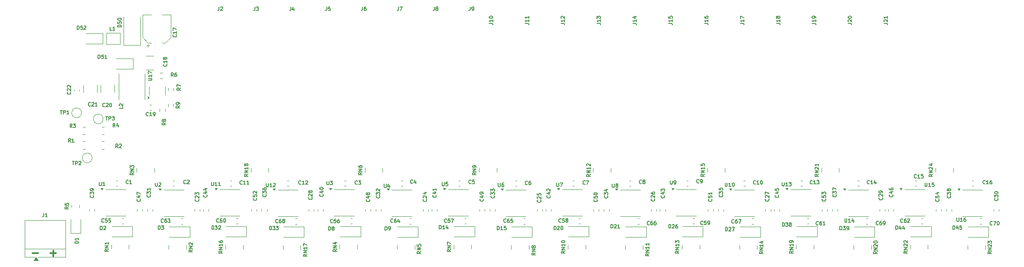
<source format=gbr>
%TF.GenerationSoftware,KiCad,Pcbnew,9.0.2*%
%TF.CreationDate,2025-05-23T14:58:01+03:00*%
%TF.ProjectId,control_unit_tester,636f6e74-726f-46c5-9f75-6e69745f7465,rev?*%
%TF.SameCoordinates,Original*%
%TF.FileFunction,Legend,Top*%
%TF.FilePolarity,Positive*%
%FSLAX46Y46*%
G04 Gerber Fmt 4.6, Leading zero omitted, Abs format (unit mm)*
G04 Created by KiCad (PCBNEW 9.0.2) date 2025-05-23 14:58:01*
%MOMM*%
%LPD*%
G01*
G04 APERTURE LIST*
%ADD10C,0.300000*%
%ADD11C,0.150000*%
%ADD12C,0.120000*%
%ADD13C,0.100000*%
G04 APERTURE END LIST*
D10*
X63019510Y-111299400D02*
X64162368Y-111299400D01*
X66494510Y-111299400D02*
X67637368Y-111299400D01*
X67065939Y-111870828D02*
X67065939Y-110727971D01*
D11*
X110949999Y-105274366D02*
X110916666Y-105307700D01*
X110916666Y-105307700D02*
X110816666Y-105341033D01*
X110816666Y-105341033D02*
X110749999Y-105341033D01*
X110749999Y-105341033D02*
X110649999Y-105307700D01*
X110649999Y-105307700D02*
X110583333Y-105241033D01*
X110583333Y-105241033D02*
X110549999Y-105174366D01*
X110549999Y-105174366D02*
X110516666Y-105041033D01*
X110516666Y-105041033D02*
X110516666Y-104941033D01*
X110516666Y-104941033D02*
X110549999Y-104807700D01*
X110549999Y-104807700D02*
X110583333Y-104741033D01*
X110583333Y-104741033D02*
X110649999Y-104674366D01*
X110649999Y-104674366D02*
X110749999Y-104641033D01*
X110749999Y-104641033D02*
X110816666Y-104641033D01*
X110816666Y-104641033D02*
X110916666Y-104674366D01*
X110916666Y-104674366D02*
X110949999Y-104707700D01*
X111549999Y-104641033D02*
X111416666Y-104641033D01*
X111416666Y-104641033D02*
X111349999Y-104674366D01*
X111349999Y-104674366D02*
X111316666Y-104707700D01*
X111316666Y-104707700D02*
X111249999Y-104807700D01*
X111249999Y-104807700D02*
X111216666Y-104941033D01*
X111216666Y-104941033D02*
X111216666Y-105207700D01*
X111216666Y-105207700D02*
X111249999Y-105274366D01*
X111249999Y-105274366D02*
X111283333Y-105307700D01*
X111283333Y-105307700D02*
X111349999Y-105341033D01*
X111349999Y-105341033D02*
X111483333Y-105341033D01*
X111483333Y-105341033D02*
X111549999Y-105307700D01*
X111549999Y-105307700D02*
X111583333Y-105274366D01*
X111583333Y-105274366D02*
X111616666Y-105207700D01*
X111616666Y-105207700D02*
X111616666Y-105041033D01*
X111616666Y-105041033D02*
X111583333Y-104974366D01*
X111583333Y-104974366D02*
X111549999Y-104941033D01*
X111549999Y-104941033D02*
X111483333Y-104907700D01*
X111483333Y-104907700D02*
X111349999Y-104907700D01*
X111349999Y-104907700D02*
X111283333Y-104941033D01*
X111283333Y-104941033D02*
X111249999Y-104974366D01*
X111249999Y-104974366D02*
X111216666Y-105041033D01*
X112016666Y-104941033D02*
X111950000Y-104907700D01*
X111950000Y-104907700D02*
X111916666Y-104874366D01*
X111916666Y-104874366D02*
X111883333Y-104807700D01*
X111883333Y-104807700D02*
X111883333Y-104774366D01*
X111883333Y-104774366D02*
X111916666Y-104707700D01*
X111916666Y-104707700D02*
X111950000Y-104674366D01*
X111950000Y-104674366D02*
X112016666Y-104641033D01*
X112016666Y-104641033D02*
X112150000Y-104641033D01*
X112150000Y-104641033D02*
X112216666Y-104674366D01*
X112216666Y-104674366D02*
X112250000Y-104707700D01*
X112250000Y-104707700D02*
X112283333Y-104774366D01*
X112283333Y-104774366D02*
X112283333Y-104807700D01*
X112283333Y-104807700D02*
X112250000Y-104874366D01*
X112250000Y-104874366D02*
X112216666Y-104907700D01*
X112216666Y-104907700D02*
X112150000Y-104941033D01*
X112150000Y-104941033D02*
X112016666Y-104941033D01*
X112016666Y-104941033D02*
X111950000Y-104974366D01*
X111950000Y-104974366D02*
X111916666Y-105007700D01*
X111916666Y-105007700D02*
X111883333Y-105074366D01*
X111883333Y-105074366D02*
X111883333Y-105207700D01*
X111883333Y-105207700D02*
X111916666Y-105274366D01*
X111916666Y-105274366D02*
X111950000Y-105307700D01*
X111950000Y-105307700D02*
X112016666Y-105341033D01*
X112016666Y-105341033D02*
X112150000Y-105341033D01*
X112150000Y-105341033D02*
X112216666Y-105307700D01*
X112216666Y-105307700D02*
X112250000Y-105274366D01*
X112250000Y-105274366D02*
X112283333Y-105207700D01*
X112283333Y-105207700D02*
X112283333Y-105074366D01*
X112283333Y-105074366D02*
X112250000Y-105007700D01*
X112250000Y-105007700D02*
X112216666Y-104974366D01*
X112216666Y-104974366D02*
X112150000Y-104941033D01*
X134500877Y-63191033D02*
X134500877Y-63691033D01*
X134500877Y-63691033D02*
X134467544Y-63791033D01*
X134467544Y-63791033D02*
X134400877Y-63857700D01*
X134400877Y-63857700D02*
X134300877Y-63891033D01*
X134300877Y-63891033D02*
X134234211Y-63891033D01*
X134767544Y-63191033D02*
X135234210Y-63191033D01*
X135234210Y-63191033D02*
X134934210Y-63891033D01*
X80684366Y-82701667D02*
X80684366Y-83035000D01*
X80684366Y-83035000D02*
X79984366Y-83035000D01*
X80051033Y-82501666D02*
X80017699Y-82468333D01*
X80017699Y-82468333D02*
X79984366Y-82401666D01*
X79984366Y-82401666D02*
X79984366Y-82235000D01*
X79984366Y-82235000D02*
X80017699Y-82168333D01*
X80017699Y-82168333D02*
X80051033Y-82135000D01*
X80051033Y-82135000D02*
X80117699Y-82101666D01*
X80117699Y-82101666D02*
X80184366Y-82101666D01*
X80184366Y-82101666D02*
X80284366Y-82135000D01*
X80284366Y-82135000D02*
X80684366Y-82535000D01*
X80684366Y-82535000D02*
X80684366Y-82101666D01*
X228974366Y-100425000D02*
X229007700Y-100458333D01*
X229007700Y-100458333D02*
X229041033Y-100558333D01*
X229041033Y-100558333D02*
X229041033Y-100625000D01*
X229041033Y-100625000D02*
X229007700Y-100725000D01*
X229007700Y-100725000D02*
X228941033Y-100791667D01*
X228941033Y-100791667D02*
X228874366Y-100825000D01*
X228874366Y-100825000D02*
X228741033Y-100858333D01*
X228741033Y-100858333D02*
X228641033Y-100858333D01*
X228641033Y-100858333D02*
X228507700Y-100825000D01*
X228507700Y-100825000D02*
X228441033Y-100791667D01*
X228441033Y-100791667D02*
X228374366Y-100725000D01*
X228374366Y-100725000D02*
X228341033Y-100625000D01*
X228341033Y-100625000D02*
X228341033Y-100558333D01*
X228341033Y-100558333D02*
X228374366Y-100458333D01*
X228374366Y-100458333D02*
X228407700Y-100425000D01*
X228407700Y-100158333D02*
X228374366Y-100125000D01*
X228374366Y-100125000D02*
X228341033Y-100058333D01*
X228341033Y-100058333D02*
X228341033Y-99891667D01*
X228341033Y-99891667D02*
X228374366Y-99825000D01*
X228374366Y-99825000D02*
X228407700Y-99791667D01*
X228407700Y-99791667D02*
X228474366Y-99758333D01*
X228474366Y-99758333D02*
X228541033Y-99758333D01*
X228541033Y-99758333D02*
X228641033Y-99791667D01*
X228641033Y-99791667D02*
X229041033Y-100191667D01*
X229041033Y-100191667D02*
X229041033Y-99758333D01*
X229041033Y-99425000D02*
X229041033Y-99291666D01*
X229041033Y-99291666D02*
X229007700Y-99225000D01*
X229007700Y-99225000D02*
X228974366Y-99191666D01*
X228974366Y-99191666D02*
X228874366Y-99125000D01*
X228874366Y-99125000D02*
X228741033Y-99091666D01*
X228741033Y-99091666D02*
X228474366Y-99091666D01*
X228474366Y-99091666D02*
X228407700Y-99125000D01*
X228407700Y-99125000D02*
X228374366Y-99158333D01*
X228374366Y-99158333D02*
X228341033Y-99225000D01*
X228341033Y-99225000D02*
X228341033Y-99358333D01*
X228341033Y-99358333D02*
X228374366Y-99425000D01*
X228374366Y-99425000D02*
X228407700Y-99458333D01*
X228407700Y-99458333D02*
X228474366Y-99491666D01*
X228474366Y-99491666D02*
X228641033Y-99491666D01*
X228641033Y-99491666D02*
X228707700Y-99458333D01*
X228707700Y-99458333D02*
X228741033Y-99425000D01*
X228741033Y-99425000D02*
X228774366Y-99358333D01*
X228774366Y-99358333D02*
X228774366Y-99225000D01*
X228774366Y-99225000D02*
X228741033Y-99158333D01*
X228741033Y-99158333D02*
X228707700Y-99125000D01*
X228707700Y-99125000D02*
X228641033Y-99091666D01*
X99461403Y-63191033D02*
X99461403Y-63691033D01*
X99461403Y-63691033D02*
X99428070Y-63791033D01*
X99428070Y-63791033D02*
X99361403Y-63857700D01*
X99361403Y-63857700D02*
X99261403Y-63891033D01*
X99261403Y-63891033D02*
X99194737Y-63891033D01*
X99761403Y-63257700D02*
X99794736Y-63224366D01*
X99794736Y-63224366D02*
X99861403Y-63191033D01*
X99861403Y-63191033D02*
X100028070Y-63191033D01*
X100028070Y-63191033D02*
X100094736Y-63224366D01*
X100094736Y-63224366D02*
X100128070Y-63257700D01*
X100128070Y-63257700D02*
X100161403Y-63324366D01*
X100161403Y-63324366D02*
X100161403Y-63391033D01*
X100161403Y-63391033D02*
X100128070Y-63491033D01*
X100128070Y-63491033D02*
X99728070Y-63891033D01*
X99728070Y-63891033D02*
X100161403Y-63891033D01*
X90533333Y-76766033D02*
X90300000Y-76432700D01*
X90133333Y-76766033D02*
X90133333Y-76066033D01*
X90133333Y-76066033D02*
X90400000Y-76066033D01*
X90400000Y-76066033D02*
X90466667Y-76099366D01*
X90466667Y-76099366D02*
X90500000Y-76132700D01*
X90500000Y-76132700D02*
X90533333Y-76199366D01*
X90533333Y-76199366D02*
X90533333Y-76299366D01*
X90533333Y-76299366D02*
X90500000Y-76366033D01*
X90500000Y-76366033D02*
X90466667Y-76399366D01*
X90466667Y-76399366D02*
X90400000Y-76432700D01*
X90400000Y-76432700D02*
X90133333Y-76432700D01*
X91133333Y-76066033D02*
X91000000Y-76066033D01*
X91000000Y-76066033D02*
X90933333Y-76099366D01*
X90933333Y-76099366D02*
X90900000Y-76132700D01*
X90900000Y-76132700D02*
X90833333Y-76232700D01*
X90833333Y-76232700D02*
X90800000Y-76366033D01*
X90800000Y-76366033D02*
X90800000Y-76632700D01*
X90800000Y-76632700D02*
X90833333Y-76699366D01*
X90833333Y-76699366D02*
X90866667Y-76732700D01*
X90866667Y-76732700D02*
X90933333Y-76766033D01*
X90933333Y-76766033D02*
X91066667Y-76766033D01*
X91066667Y-76766033D02*
X91133333Y-76732700D01*
X91133333Y-76732700D02*
X91166667Y-76699366D01*
X91166667Y-76699366D02*
X91200000Y-76632700D01*
X91200000Y-76632700D02*
X91200000Y-76466033D01*
X91200000Y-76466033D02*
X91166667Y-76399366D01*
X91166667Y-76399366D02*
X91133333Y-76366033D01*
X91133333Y-76366033D02*
X91066667Y-76332700D01*
X91066667Y-76332700D02*
X90933333Y-76332700D01*
X90933333Y-76332700D02*
X90866667Y-76366033D01*
X90866667Y-76366033D02*
X90833333Y-76399366D01*
X90833333Y-76399366D02*
X90800000Y-76466033D01*
X175999999Y-106391033D02*
X175999999Y-105691033D01*
X175999999Y-105691033D02*
X176166666Y-105691033D01*
X176166666Y-105691033D02*
X176266666Y-105724366D01*
X176266666Y-105724366D02*
X176333333Y-105791033D01*
X176333333Y-105791033D02*
X176366666Y-105857700D01*
X176366666Y-105857700D02*
X176399999Y-105991033D01*
X176399999Y-105991033D02*
X176399999Y-106091033D01*
X176399999Y-106091033D02*
X176366666Y-106224366D01*
X176366666Y-106224366D02*
X176333333Y-106291033D01*
X176333333Y-106291033D02*
X176266666Y-106357700D01*
X176266666Y-106357700D02*
X176166666Y-106391033D01*
X176166666Y-106391033D02*
X175999999Y-106391033D01*
X176666666Y-105757700D02*
X176699999Y-105724366D01*
X176699999Y-105724366D02*
X176766666Y-105691033D01*
X176766666Y-105691033D02*
X176933333Y-105691033D01*
X176933333Y-105691033D02*
X176999999Y-105724366D01*
X176999999Y-105724366D02*
X177033333Y-105757700D01*
X177033333Y-105757700D02*
X177066666Y-105824366D01*
X177066666Y-105824366D02*
X177066666Y-105891033D01*
X177066666Y-105891033D02*
X177033333Y-105991033D01*
X177033333Y-105991033D02*
X176633333Y-106391033D01*
X176633333Y-106391033D02*
X177066666Y-106391033D01*
X177733333Y-106391033D02*
X177333333Y-106391033D01*
X177533333Y-106391033D02*
X177533333Y-105691033D01*
X177533333Y-105691033D02*
X177466666Y-105791033D01*
X177466666Y-105791033D02*
X177400000Y-105857700D01*
X177400000Y-105857700D02*
X177333333Y-105891033D01*
X249074999Y-97699366D02*
X249041666Y-97732700D01*
X249041666Y-97732700D02*
X248941666Y-97766033D01*
X248941666Y-97766033D02*
X248874999Y-97766033D01*
X248874999Y-97766033D02*
X248774999Y-97732700D01*
X248774999Y-97732700D02*
X248708333Y-97666033D01*
X248708333Y-97666033D02*
X248674999Y-97599366D01*
X248674999Y-97599366D02*
X248641666Y-97466033D01*
X248641666Y-97466033D02*
X248641666Y-97366033D01*
X248641666Y-97366033D02*
X248674999Y-97232700D01*
X248674999Y-97232700D02*
X248708333Y-97166033D01*
X248708333Y-97166033D02*
X248774999Y-97099366D01*
X248774999Y-97099366D02*
X248874999Y-97066033D01*
X248874999Y-97066033D02*
X248941666Y-97066033D01*
X248941666Y-97066033D02*
X249041666Y-97099366D01*
X249041666Y-97099366D02*
X249074999Y-97132700D01*
X249741666Y-97766033D02*
X249341666Y-97766033D01*
X249541666Y-97766033D02*
X249541666Y-97066033D01*
X249541666Y-97066033D02*
X249474999Y-97166033D01*
X249474999Y-97166033D02*
X249408333Y-97232700D01*
X249408333Y-97232700D02*
X249341666Y-97266033D01*
X250341666Y-97066033D02*
X250208333Y-97066033D01*
X250208333Y-97066033D02*
X250141666Y-97099366D01*
X250141666Y-97099366D02*
X250108333Y-97132700D01*
X250108333Y-97132700D02*
X250041666Y-97232700D01*
X250041666Y-97232700D02*
X250008333Y-97366033D01*
X250008333Y-97366033D02*
X250008333Y-97632700D01*
X250008333Y-97632700D02*
X250041666Y-97699366D01*
X250041666Y-97699366D02*
X250075000Y-97732700D01*
X250075000Y-97732700D02*
X250141666Y-97766033D01*
X250141666Y-97766033D02*
X250275000Y-97766033D01*
X250275000Y-97766033D02*
X250341666Y-97732700D01*
X250341666Y-97732700D02*
X250375000Y-97699366D01*
X250375000Y-97699366D02*
X250408333Y-97632700D01*
X250408333Y-97632700D02*
X250408333Y-97466033D01*
X250408333Y-97466033D02*
X250375000Y-97399366D01*
X250375000Y-97399366D02*
X250341666Y-97366033D01*
X250341666Y-97366033D02*
X250275000Y-97332700D01*
X250275000Y-97332700D02*
X250141666Y-97332700D01*
X250141666Y-97332700D02*
X250075000Y-97366033D01*
X250075000Y-97366033D02*
X250041666Y-97399366D01*
X250041666Y-97399366D02*
X250008333Y-97466033D01*
X181983333Y-97624366D02*
X181950000Y-97657700D01*
X181950000Y-97657700D02*
X181850000Y-97691033D01*
X181850000Y-97691033D02*
X181783333Y-97691033D01*
X181783333Y-97691033D02*
X181683333Y-97657700D01*
X181683333Y-97657700D02*
X181616667Y-97591033D01*
X181616667Y-97591033D02*
X181583333Y-97524366D01*
X181583333Y-97524366D02*
X181550000Y-97391033D01*
X181550000Y-97391033D02*
X181550000Y-97291033D01*
X181550000Y-97291033D02*
X181583333Y-97157700D01*
X181583333Y-97157700D02*
X181616667Y-97091033D01*
X181616667Y-97091033D02*
X181683333Y-97024366D01*
X181683333Y-97024366D02*
X181783333Y-96991033D01*
X181783333Y-96991033D02*
X181850000Y-96991033D01*
X181850000Y-96991033D02*
X181950000Y-97024366D01*
X181950000Y-97024366D02*
X181983333Y-97057700D01*
X182383333Y-97291033D02*
X182316667Y-97257700D01*
X182316667Y-97257700D02*
X182283333Y-97224366D01*
X182283333Y-97224366D02*
X182250000Y-97157700D01*
X182250000Y-97157700D02*
X182250000Y-97124366D01*
X182250000Y-97124366D02*
X182283333Y-97057700D01*
X182283333Y-97057700D02*
X182316667Y-97024366D01*
X182316667Y-97024366D02*
X182383333Y-96991033D01*
X182383333Y-96991033D02*
X182516667Y-96991033D01*
X182516667Y-96991033D02*
X182583333Y-97024366D01*
X182583333Y-97024366D02*
X182616667Y-97057700D01*
X182616667Y-97057700D02*
X182650000Y-97124366D01*
X182650000Y-97124366D02*
X182650000Y-97157700D01*
X182650000Y-97157700D02*
X182616667Y-97224366D01*
X182616667Y-97224366D02*
X182583333Y-97257700D01*
X182583333Y-97257700D02*
X182516667Y-97291033D01*
X182516667Y-97291033D02*
X182383333Y-97291033D01*
X182383333Y-97291033D02*
X182316667Y-97324366D01*
X182316667Y-97324366D02*
X182283333Y-97357700D01*
X182283333Y-97357700D02*
X182250000Y-97424366D01*
X182250000Y-97424366D02*
X182250000Y-97557700D01*
X182250000Y-97557700D02*
X182283333Y-97624366D01*
X182283333Y-97624366D02*
X182316667Y-97657700D01*
X182316667Y-97657700D02*
X182383333Y-97691033D01*
X182383333Y-97691033D02*
X182516667Y-97691033D01*
X182516667Y-97691033D02*
X182583333Y-97657700D01*
X182583333Y-97657700D02*
X182616667Y-97624366D01*
X182616667Y-97624366D02*
X182650000Y-97557700D01*
X182650000Y-97557700D02*
X182650000Y-97424366D01*
X182650000Y-97424366D02*
X182616667Y-97357700D01*
X182616667Y-97357700D02*
X182583333Y-97324366D01*
X182583333Y-97324366D02*
X182516667Y-97291033D01*
X208699366Y-99950000D02*
X208732700Y-99983333D01*
X208732700Y-99983333D02*
X208766033Y-100083333D01*
X208766033Y-100083333D02*
X208766033Y-100150000D01*
X208766033Y-100150000D02*
X208732700Y-100250000D01*
X208732700Y-100250000D02*
X208666033Y-100316667D01*
X208666033Y-100316667D02*
X208599366Y-100350000D01*
X208599366Y-100350000D02*
X208466033Y-100383333D01*
X208466033Y-100383333D02*
X208366033Y-100383333D01*
X208366033Y-100383333D02*
X208232700Y-100350000D01*
X208232700Y-100350000D02*
X208166033Y-100316667D01*
X208166033Y-100316667D02*
X208099366Y-100250000D01*
X208099366Y-100250000D02*
X208066033Y-100150000D01*
X208066033Y-100150000D02*
X208066033Y-100083333D01*
X208066033Y-100083333D02*
X208099366Y-99983333D01*
X208099366Y-99983333D02*
X208132700Y-99950000D01*
X208299366Y-99350000D02*
X208766033Y-99350000D01*
X208032700Y-99516667D02*
X208532700Y-99683333D01*
X208532700Y-99683333D02*
X208532700Y-99250000D01*
X208066033Y-98650000D02*
X208066033Y-98983333D01*
X208066033Y-98983333D02*
X208399366Y-99016666D01*
X208399366Y-99016666D02*
X208366033Y-98983333D01*
X208366033Y-98983333D02*
X208332700Y-98916666D01*
X208332700Y-98916666D02*
X208332700Y-98750000D01*
X208332700Y-98750000D02*
X208366033Y-98683333D01*
X208366033Y-98683333D02*
X208399366Y-98650000D01*
X208399366Y-98650000D02*
X208466033Y-98616666D01*
X208466033Y-98616666D02*
X208632700Y-98616666D01*
X208632700Y-98616666D02*
X208699366Y-98650000D01*
X208699366Y-98650000D02*
X208732700Y-98683333D01*
X208732700Y-98683333D02*
X208766033Y-98750000D01*
X208766033Y-98750000D02*
X208766033Y-98916666D01*
X208766033Y-98916666D02*
X208732700Y-98983333D01*
X208732700Y-98983333D02*
X208699366Y-99016666D01*
X226474999Y-97699366D02*
X226441666Y-97732700D01*
X226441666Y-97732700D02*
X226341666Y-97766033D01*
X226341666Y-97766033D02*
X226274999Y-97766033D01*
X226274999Y-97766033D02*
X226174999Y-97732700D01*
X226174999Y-97732700D02*
X226108333Y-97666033D01*
X226108333Y-97666033D02*
X226074999Y-97599366D01*
X226074999Y-97599366D02*
X226041666Y-97466033D01*
X226041666Y-97466033D02*
X226041666Y-97366033D01*
X226041666Y-97366033D02*
X226074999Y-97232700D01*
X226074999Y-97232700D02*
X226108333Y-97166033D01*
X226108333Y-97166033D02*
X226174999Y-97099366D01*
X226174999Y-97099366D02*
X226274999Y-97066033D01*
X226274999Y-97066033D02*
X226341666Y-97066033D01*
X226341666Y-97066033D02*
X226441666Y-97099366D01*
X226441666Y-97099366D02*
X226474999Y-97132700D01*
X227141666Y-97766033D02*
X226741666Y-97766033D01*
X226941666Y-97766033D02*
X226941666Y-97066033D01*
X226941666Y-97066033D02*
X226874999Y-97166033D01*
X226874999Y-97166033D02*
X226808333Y-97232700D01*
X226808333Y-97232700D02*
X226741666Y-97266033D01*
X227741666Y-97299366D02*
X227741666Y-97766033D01*
X227575000Y-97032700D02*
X227408333Y-97532700D01*
X227408333Y-97532700D02*
X227841666Y-97532700D01*
X187268665Y-66366666D02*
X187768665Y-66366666D01*
X187768665Y-66366666D02*
X187868665Y-66399999D01*
X187868665Y-66399999D02*
X187935332Y-66466666D01*
X187935332Y-66466666D02*
X187968665Y-66566666D01*
X187968665Y-66566666D02*
X187968665Y-66633333D01*
X187968665Y-65666666D02*
X187968665Y-66066666D01*
X187968665Y-65866666D02*
X187268665Y-65866666D01*
X187268665Y-65866666D02*
X187368665Y-65933333D01*
X187368665Y-65933333D02*
X187435332Y-66000000D01*
X187435332Y-66000000D02*
X187468665Y-66066666D01*
X187268665Y-65033333D02*
X187268665Y-65366666D01*
X187268665Y-65366666D02*
X187601998Y-65399999D01*
X187601998Y-65399999D02*
X187568665Y-65366666D01*
X187568665Y-65366666D02*
X187535332Y-65299999D01*
X187535332Y-65299999D02*
X187535332Y-65133333D01*
X187535332Y-65133333D02*
X187568665Y-65066666D01*
X187568665Y-65066666D02*
X187601998Y-65033333D01*
X187601998Y-65033333D02*
X187668665Y-64999999D01*
X187668665Y-64999999D02*
X187835332Y-64999999D01*
X187835332Y-64999999D02*
X187901998Y-65033333D01*
X187901998Y-65033333D02*
X187935332Y-65066666D01*
X187935332Y-65066666D02*
X187968665Y-65133333D01*
X187968665Y-65133333D02*
X187968665Y-65299999D01*
X187968665Y-65299999D02*
X187935332Y-65366666D01*
X187935332Y-65366666D02*
X187901998Y-65399999D01*
X198308333Y-97516033D02*
X198308333Y-98082700D01*
X198308333Y-98082700D02*
X198341667Y-98149366D01*
X198341667Y-98149366D02*
X198375000Y-98182700D01*
X198375000Y-98182700D02*
X198441667Y-98216033D01*
X198441667Y-98216033D02*
X198575000Y-98216033D01*
X198575000Y-98216033D02*
X198641667Y-98182700D01*
X198641667Y-98182700D02*
X198675000Y-98149366D01*
X198675000Y-98149366D02*
X198708333Y-98082700D01*
X198708333Y-98082700D02*
X198708333Y-97516033D01*
X199408333Y-98216033D02*
X199008333Y-98216033D01*
X199208333Y-98216033D02*
X199208333Y-97516033D01*
X199208333Y-97516033D02*
X199141666Y-97616033D01*
X199141666Y-97616033D02*
X199075000Y-97682700D01*
X199075000Y-97682700D02*
X199008333Y-97716033D01*
X199841667Y-97516033D02*
X199908333Y-97516033D01*
X199908333Y-97516033D02*
X199975000Y-97549366D01*
X199975000Y-97549366D02*
X200008333Y-97582700D01*
X200008333Y-97582700D02*
X200041667Y-97649366D01*
X200041667Y-97649366D02*
X200075000Y-97782700D01*
X200075000Y-97782700D02*
X200075000Y-97949366D01*
X200075000Y-97949366D02*
X200041667Y-98082700D01*
X200041667Y-98082700D02*
X200008333Y-98149366D01*
X200008333Y-98149366D02*
X199975000Y-98182700D01*
X199975000Y-98182700D02*
X199908333Y-98216033D01*
X199908333Y-98216033D02*
X199841667Y-98216033D01*
X199841667Y-98216033D02*
X199775000Y-98182700D01*
X199775000Y-98182700D02*
X199741667Y-98149366D01*
X199741667Y-98149366D02*
X199708333Y-98082700D01*
X199708333Y-98082700D02*
X199675000Y-97949366D01*
X199675000Y-97949366D02*
X199675000Y-97782700D01*
X199675000Y-97782700D02*
X199708333Y-97649366D01*
X199708333Y-97649366D02*
X199741667Y-97582700D01*
X199741667Y-97582700D02*
X199775000Y-97549366D01*
X199775000Y-97549366D02*
X199841667Y-97516033D01*
X127394604Y-95533333D02*
X127061271Y-95766666D01*
X127394604Y-95933333D02*
X126694604Y-95933333D01*
X126694604Y-95933333D02*
X126694604Y-95666666D01*
X126694604Y-95666666D02*
X126727937Y-95600000D01*
X126727937Y-95600000D02*
X126761271Y-95566666D01*
X126761271Y-95566666D02*
X126827937Y-95533333D01*
X126827937Y-95533333D02*
X126927937Y-95533333D01*
X126927937Y-95533333D02*
X126994604Y-95566666D01*
X126994604Y-95566666D02*
X127027937Y-95600000D01*
X127027937Y-95600000D02*
X127061271Y-95666666D01*
X127061271Y-95666666D02*
X127061271Y-95933333D01*
X127394604Y-95233333D02*
X126694604Y-95233333D01*
X126694604Y-95233333D02*
X127394604Y-94833333D01*
X127394604Y-94833333D02*
X126694604Y-94833333D01*
X126694604Y-94200000D02*
X126694604Y-94333333D01*
X126694604Y-94333333D02*
X126727937Y-94400000D01*
X126727937Y-94400000D02*
X126761271Y-94433333D01*
X126761271Y-94433333D02*
X126861271Y-94500000D01*
X126861271Y-94500000D02*
X126994604Y-94533333D01*
X126994604Y-94533333D02*
X127261271Y-94533333D01*
X127261271Y-94533333D02*
X127327937Y-94500000D01*
X127327937Y-94500000D02*
X127361271Y-94466667D01*
X127361271Y-94466667D02*
X127394604Y-94400000D01*
X127394604Y-94400000D02*
X127394604Y-94266667D01*
X127394604Y-94266667D02*
X127361271Y-94200000D01*
X127361271Y-94200000D02*
X127327937Y-94166667D01*
X127327937Y-94166667D02*
X127261271Y-94133333D01*
X127261271Y-94133333D02*
X127094604Y-94133333D01*
X127094604Y-94133333D02*
X127027937Y-94166667D01*
X127027937Y-94166667D02*
X126994604Y-94200000D01*
X126994604Y-94200000D02*
X126961271Y-94266667D01*
X126961271Y-94266667D02*
X126961271Y-94400000D01*
X126961271Y-94400000D02*
X126994604Y-94466667D01*
X126994604Y-94466667D02*
X127027937Y-94500000D01*
X127027937Y-94500000D02*
X127094604Y-94533333D01*
X119749366Y-99775000D02*
X119782700Y-99808333D01*
X119782700Y-99808333D02*
X119816033Y-99908333D01*
X119816033Y-99908333D02*
X119816033Y-99975000D01*
X119816033Y-99975000D02*
X119782700Y-100075000D01*
X119782700Y-100075000D02*
X119716033Y-100141667D01*
X119716033Y-100141667D02*
X119649366Y-100175000D01*
X119649366Y-100175000D02*
X119516033Y-100208333D01*
X119516033Y-100208333D02*
X119416033Y-100208333D01*
X119416033Y-100208333D02*
X119282700Y-100175000D01*
X119282700Y-100175000D02*
X119216033Y-100141667D01*
X119216033Y-100141667D02*
X119149366Y-100075000D01*
X119149366Y-100075000D02*
X119116033Y-99975000D01*
X119116033Y-99975000D02*
X119116033Y-99908333D01*
X119116033Y-99908333D02*
X119149366Y-99808333D01*
X119149366Y-99808333D02*
X119182700Y-99775000D01*
X119349366Y-99175000D02*
X119816033Y-99175000D01*
X119082700Y-99341667D02*
X119582700Y-99508333D01*
X119582700Y-99508333D02*
X119582700Y-99075000D01*
X119116033Y-98675000D02*
X119116033Y-98608333D01*
X119116033Y-98608333D02*
X119149366Y-98541666D01*
X119149366Y-98541666D02*
X119182700Y-98508333D01*
X119182700Y-98508333D02*
X119249366Y-98475000D01*
X119249366Y-98475000D02*
X119382700Y-98441666D01*
X119382700Y-98441666D02*
X119549366Y-98441666D01*
X119549366Y-98441666D02*
X119682700Y-98475000D01*
X119682700Y-98475000D02*
X119749366Y-98508333D01*
X119749366Y-98508333D02*
X119782700Y-98541666D01*
X119782700Y-98541666D02*
X119816033Y-98608333D01*
X119816033Y-98608333D02*
X119816033Y-98675000D01*
X119816033Y-98675000D02*
X119782700Y-98741666D01*
X119782700Y-98741666D02*
X119749366Y-98775000D01*
X119749366Y-98775000D02*
X119682700Y-98808333D01*
X119682700Y-98808333D02*
X119549366Y-98841666D01*
X119549366Y-98841666D02*
X119382700Y-98841666D01*
X119382700Y-98841666D02*
X119249366Y-98808333D01*
X119249366Y-98808333D02*
X119182700Y-98775000D01*
X119182700Y-98775000D02*
X119149366Y-98741666D01*
X119149366Y-98741666D02*
X119116033Y-98675000D01*
X228224999Y-105674366D02*
X228191666Y-105707700D01*
X228191666Y-105707700D02*
X228091666Y-105741033D01*
X228091666Y-105741033D02*
X228024999Y-105741033D01*
X228024999Y-105741033D02*
X227924999Y-105707700D01*
X227924999Y-105707700D02*
X227858333Y-105641033D01*
X227858333Y-105641033D02*
X227824999Y-105574366D01*
X227824999Y-105574366D02*
X227791666Y-105441033D01*
X227791666Y-105441033D02*
X227791666Y-105341033D01*
X227791666Y-105341033D02*
X227824999Y-105207700D01*
X227824999Y-105207700D02*
X227858333Y-105141033D01*
X227858333Y-105141033D02*
X227924999Y-105074366D01*
X227924999Y-105074366D02*
X228024999Y-105041033D01*
X228024999Y-105041033D02*
X228091666Y-105041033D01*
X228091666Y-105041033D02*
X228191666Y-105074366D01*
X228191666Y-105074366D02*
X228224999Y-105107700D01*
X228824999Y-105041033D02*
X228691666Y-105041033D01*
X228691666Y-105041033D02*
X228624999Y-105074366D01*
X228624999Y-105074366D02*
X228591666Y-105107700D01*
X228591666Y-105107700D02*
X228524999Y-105207700D01*
X228524999Y-105207700D02*
X228491666Y-105341033D01*
X228491666Y-105341033D02*
X228491666Y-105607700D01*
X228491666Y-105607700D02*
X228524999Y-105674366D01*
X228524999Y-105674366D02*
X228558333Y-105707700D01*
X228558333Y-105707700D02*
X228624999Y-105741033D01*
X228624999Y-105741033D02*
X228758333Y-105741033D01*
X228758333Y-105741033D02*
X228824999Y-105707700D01*
X228824999Y-105707700D02*
X228858333Y-105674366D01*
X228858333Y-105674366D02*
X228891666Y-105607700D01*
X228891666Y-105607700D02*
X228891666Y-105441033D01*
X228891666Y-105441033D02*
X228858333Y-105374366D01*
X228858333Y-105374366D02*
X228824999Y-105341033D01*
X228824999Y-105341033D02*
X228758333Y-105307700D01*
X228758333Y-105307700D02*
X228624999Y-105307700D01*
X228624999Y-105307700D02*
X228558333Y-105341033D01*
X228558333Y-105341033D02*
X228524999Y-105374366D01*
X228524999Y-105374366D02*
X228491666Y-105441033D01*
X229225000Y-105741033D02*
X229358333Y-105741033D01*
X229358333Y-105741033D02*
X229425000Y-105707700D01*
X229425000Y-105707700D02*
X229458333Y-105674366D01*
X229458333Y-105674366D02*
X229525000Y-105574366D01*
X229525000Y-105574366D02*
X229558333Y-105441033D01*
X229558333Y-105441033D02*
X229558333Y-105174366D01*
X229558333Y-105174366D02*
X229525000Y-105107700D01*
X229525000Y-105107700D02*
X229491666Y-105074366D01*
X229491666Y-105074366D02*
X229425000Y-105041033D01*
X229425000Y-105041033D02*
X229291666Y-105041033D01*
X229291666Y-105041033D02*
X229225000Y-105074366D01*
X229225000Y-105074366D02*
X229191666Y-105107700D01*
X229191666Y-105107700D02*
X229158333Y-105174366D01*
X229158333Y-105174366D02*
X229158333Y-105341033D01*
X229158333Y-105341033D02*
X229191666Y-105407700D01*
X229191666Y-105407700D02*
X229225000Y-105441033D01*
X229225000Y-105441033D02*
X229291666Y-105474366D01*
X229291666Y-105474366D02*
X229425000Y-105474366D01*
X229425000Y-105474366D02*
X229491666Y-105441033D01*
X229491666Y-105441033D02*
X229525000Y-105407700D01*
X229525000Y-105407700D02*
X229558333Y-105341033D01*
X153991666Y-97591033D02*
X153991666Y-98157700D01*
X153991666Y-98157700D02*
X154025000Y-98224366D01*
X154025000Y-98224366D02*
X154058333Y-98257700D01*
X154058333Y-98257700D02*
X154125000Y-98291033D01*
X154125000Y-98291033D02*
X154258333Y-98291033D01*
X154258333Y-98291033D02*
X154325000Y-98257700D01*
X154325000Y-98257700D02*
X154358333Y-98224366D01*
X154358333Y-98224366D02*
X154391666Y-98157700D01*
X154391666Y-98157700D02*
X154391666Y-97591033D01*
X155024999Y-97591033D02*
X154891666Y-97591033D01*
X154891666Y-97591033D02*
X154824999Y-97624366D01*
X154824999Y-97624366D02*
X154791666Y-97657700D01*
X154791666Y-97657700D02*
X154724999Y-97757700D01*
X154724999Y-97757700D02*
X154691666Y-97891033D01*
X154691666Y-97891033D02*
X154691666Y-98157700D01*
X154691666Y-98157700D02*
X154724999Y-98224366D01*
X154724999Y-98224366D02*
X154758333Y-98257700D01*
X154758333Y-98257700D02*
X154824999Y-98291033D01*
X154824999Y-98291033D02*
X154958333Y-98291033D01*
X154958333Y-98291033D02*
X155024999Y-98257700D01*
X155024999Y-98257700D02*
X155058333Y-98224366D01*
X155058333Y-98224366D02*
X155091666Y-98157700D01*
X155091666Y-98157700D02*
X155091666Y-97991033D01*
X155091666Y-97991033D02*
X155058333Y-97924366D01*
X155058333Y-97924366D02*
X155024999Y-97891033D01*
X155024999Y-97891033D02*
X154958333Y-97857700D01*
X154958333Y-97857700D02*
X154824999Y-97857700D01*
X154824999Y-97857700D02*
X154758333Y-97891033D01*
X154758333Y-97891033D02*
X154724999Y-97924366D01*
X154724999Y-97924366D02*
X154691666Y-97991033D01*
X173274366Y-100800000D02*
X173307700Y-100833333D01*
X173307700Y-100833333D02*
X173341033Y-100933333D01*
X173341033Y-100933333D02*
X173341033Y-101000000D01*
X173341033Y-101000000D02*
X173307700Y-101100000D01*
X173307700Y-101100000D02*
X173241033Y-101166667D01*
X173241033Y-101166667D02*
X173174366Y-101200000D01*
X173174366Y-101200000D02*
X173041033Y-101233333D01*
X173041033Y-101233333D02*
X172941033Y-101233333D01*
X172941033Y-101233333D02*
X172807700Y-101200000D01*
X172807700Y-101200000D02*
X172741033Y-101166667D01*
X172741033Y-101166667D02*
X172674366Y-101100000D01*
X172674366Y-101100000D02*
X172641033Y-101000000D01*
X172641033Y-101000000D02*
X172641033Y-100933333D01*
X172641033Y-100933333D02*
X172674366Y-100833333D01*
X172674366Y-100833333D02*
X172707700Y-100800000D01*
X172641033Y-100166667D02*
X172641033Y-100500000D01*
X172641033Y-100500000D02*
X172974366Y-100533333D01*
X172974366Y-100533333D02*
X172941033Y-100500000D01*
X172941033Y-100500000D02*
X172907700Y-100433333D01*
X172907700Y-100433333D02*
X172907700Y-100266667D01*
X172907700Y-100266667D02*
X172941033Y-100200000D01*
X172941033Y-100200000D02*
X172974366Y-100166667D01*
X172974366Y-100166667D02*
X173041033Y-100133333D01*
X173041033Y-100133333D02*
X173207700Y-100133333D01*
X173207700Y-100133333D02*
X173274366Y-100166667D01*
X173274366Y-100166667D02*
X173307700Y-100200000D01*
X173307700Y-100200000D02*
X173341033Y-100266667D01*
X173341033Y-100266667D02*
X173341033Y-100433333D01*
X173341033Y-100433333D02*
X173307700Y-100500000D01*
X173307700Y-100500000D02*
X173274366Y-100533333D01*
X172641033Y-99700000D02*
X172641033Y-99633333D01*
X172641033Y-99633333D02*
X172674366Y-99566666D01*
X172674366Y-99566666D02*
X172707700Y-99533333D01*
X172707700Y-99533333D02*
X172774366Y-99500000D01*
X172774366Y-99500000D02*
X172907700Y-99466666D01*
X172907700Y-99466666D02*
X173074366Y-99466666D01*
X173074366Y-99466666D02*
X173207700Y-99500000D01*
X173207700Y-99500000D02*
X173274366Y-99533333D01*
X173274366Y-99533333D02*
X173307700Y-99566666D01*
X173307700Y-99566666D02*
X173341033Y-99633333D01*
X173341033Y-99633333D02*
X173341033Y-99700000D01*
X173341033Y-99700000D02*
X173307700Y-99766666D01*
X173307700Y-99766666D02*
X173274366Y-99800000D01*
X173274366Y-99800000D02*
X173207700Y-99833333D01*
X173207700Y-99833333D02*
X173074366Y-99866666D01*
X173074366Y-99866666D02*
X172907700Y-99866666D01*
X172907700Y-99866666D02*
X172774366Y-99833333D01*
X172774366Y-99833333D02*
X172707700Y-99800000D01*
X172707700Y-99800000D02*
X172674366Y-99766666D01*
X172674366Y-99766666D02*
X172641033Y-99700000D01*
X251524366Y-100575000D02*
X251557700Y-100608333D01*
X251557700Y-100608333D02*
X251591033Y-100708333D01*
X251591033Y-100708333D02*
X251591033Y-100775000D01*
X251591033Y-100775000D02*
X251557700Y-100875000D01*
X251557700Y-100875000D02*
X251491033Y-100941667D01*
X251491033Y-100941667D02*
X251424366Y-100975000D01*
X251424366Y-100975000D02*
X251291033Y-101008333D01*
X251291033Y-101008333D02*
X251191033Y-101008333D01*
X251191033Y-101008333D02*
X251057700Y-100975000D01*
X251057700Y-100975000D02*
X250991033Y-100941667D01*
X250991033Y-100941667D02*
X250924366Y-100875000D01*
X250924366Y-100875000D02*
X250891033Y-100775000D01*
X250891033Y-100775000D02*
X250891033Y-100708333D01*
X250891033Y-100708333D02*
X250924366Y-100608333D01*
X250924366Y-100608333D02*
X250957700Y-100575000D01*
X250891033Y-100341667D02*
X250891033Y-99908333D01*
X250891033Y-99908333D02*
X251157700Y-100141667D01*
X251157700Y-100141667D02*
X251157700Y-100041667D01*
X251157700Y-100041667D02*
X251191033Y-99975000D01*
X251191033Y-99975000D02*
X251224366Y-99941667D01*
X251224366Y-99941667D02*
X251291033Y-99908333D01*
X251291033Y-99908333D02*
X251457700Y-99908333D01*
X251457700Y-99908333D02*
X251524366Y-99941667D01*
X251524366Y-99941667D02*
X251557700Y-99975000D01*
X251557700Y-99975000D02*
X251591033Y-100041667D01*
X251591033Y-100041667D02*
X251591033Y-100241667D01*
X251591033Y-100241667D02*
X251557700Y-100308333D01*
X251557700Y-100308333D02*
X251524366Y-100341667D01*
X250891033Y-99475000D02*
X250891033Y-99408333D01*
X250891033Y-99408333D02*
X250924366Y-99341666D01*
X250924366Y-99341666D02*
X250957700Y-99308333D01*
X250957700Y-99308333D02*
X251024366Y-99275000D01*
X251024366Y-99275000D02*
X251157700Y-99241666D01*
X251157700Y-99241666D02*
X251324366Y-99241666D01*
X251324366Y-99241666D02*
X251457700Y-99275000D01*
X251457700Y-99275000D02*
X251524366Y-99308333D01*
X251524366Y-99308333D02*
X251557700Y-99341666D01*
X251557700Y-99341666D02*
X251591033Y-99408333D01*
X251591033Y-99408333D02*
X251591033Y-99475000D01*
X251591033Y-99475000D02*
X251557700Y-99541666D01*
X251557700Y-99541666D02*
X251524366Y-99575000D01*
X251524366Y-99575000D02*
X251457700Y-99608333D01*
X251457700Y-99608333D02*
X251324366Y-99641666D01*
X251324366Y-99641666D02*
X251157700Y-99641666D01*
X251157700Y-99641666D02*
X251024366Y-99608333D01*
X251024366Y-99608333D02*
X250957700Y-99575000D01*
X250957700Y-99575000D02*
X250924366Y-99541666D01*
X250924366Y-99541666D02*
X250891033Y-99475000D01*
X92983333Y-97649366D02*
X92950000Y-97682700D01*
X92950000Y-97682700D02*
X92850000Y-97716033D01*
X92850000Y-97716033D02*
X92783333Y-97716033D01*
X92783333Y-97716033D02*
X92683333Y-97682700D01*
X92683333Y-97682700D02*
X92616667Y-97616033D01*
X92616667Y-97616033D02*
X92583333Y-97549366D01*
X92583333Y-97549366D02*
X92550000Y-97416033D01*
X92550000Y-97416033D02*
X92550000Y-97316033D01*
X92550000Y-97316033D02*
X92583333Y-97182700D01*
X92583333Y-97182700D02*
X92616667Y-97116033D01*
X92616667Y-97116033D02*
X92683333Y-97049366D01*
X92683333Y-97049366D02*
X92783333Y-97016033D01*
X92783333Y-97016033D02*
X92850000Y-97016033D01*
X92850000Y-97016033D02*
X92950000Y-97049366D01*
X92950000Y-97049366D02*
X92983333Y-97082700D01*
X93250000Y-97082700D02*
X93283333Y-97049366D01*
X93283333Y-97049366D02*
X93350000Y-97016033D01*
X93350000Y-97016033D02*
X93516667Y-97016033D01*
X93516667Y-97016033D02*
X93583333Y-97049366D01*
X93583333Y-97049366D02*
X93616667Y-97082700D01*
X93616667Y-97082700D02*
X93650000Y-97149366D01*
X93650000Y-97149366D02*
X93650000Y-97216033D01*
X93650000Y-97216033D02*
X93616667Y-97316033D01*
X93616667Y-97316033D02*
X93216667Y-97716033D01*
X93216667Y-97716033D02*
X93650000Y-97716033D01*
X108624366Y-99825000D02*
X108657700Y-99858333D01*
X108657700Y-99858333D02*
X108691033Y-99958333D01*
X108691033Y-99958333D02*
X108691033Y-100025000D01*
X108691033Y-100025000D02*
X108657700Y-100125000D01*
X108657700Y-100125000D02*
X108591033Y-100191667D01*
X108591033Y-100191667D02*
X108524366Y-100225000D01*
X108524366Y-100225000D02*
X108391033Y-100258333D01*
X108391033Y-100258333D02*
X108291033Y-100258333D01*
X108291033Y-100258333D02*
X108157700Y-100225000D01*
X108157700Y-100225000D02*
X108091033Y-100191667D01*
X108091033Y-100191667D02*
X108024366Y-100125000D01*
X108024366Y-100125000D02*
X107991033Y-100025000D01*
X107991033Y-100025000D02*
X107991033Y-99958333D01*
X107991033Y-99958333D02*
X108024366Y-99858333D01*
X108024366Y-99858333D02*
X108057700Y-99825000D01*
X107991033Y-99591667D02*
X107991033Y-99158333D01*
X107991033Y-99158333D02*
X108257700Y-99391667D01*
X108257700Y-99391667D02*
X108257700Y-99291667D01*
X108257700Y-99291667D02*
X108291033Y-99225000D01*
X108291033Y-99225000D02*
X108324366Y-99191667D01*
X108324366Y-99191667D02*
X108391033Y-99158333D01*
X108391033Y-99158333D02*
X108557700Y-99158333D01*
X108557700Y-99158333D02*
X108624366Y-99191667D01*
X108624366Y-99191667D02*
X108657700Y-99225000D01*
X108657700Y-99225000D02*
X108691033Y-99291667D01*
X108691033Y-99291667D02*
X108691033Y-99491667D01*
X108691033Y-99491667D02*
X108657700Y-99558333D01*
X108657700Y-99558333D02*
X108624366Y-99591667D01*
X107991033Y-98558333D02*
X107991033Y-98691666D01*
X107991033Y-98691666D02*
X108024366Y-98758333D01*
X108024366Y-98758333D02*
X108057700Y-98791666D01*
X108057700Y-98791666D02*
X108157700Y-98858333D01*
X108157700Y-98858333D02*
X108291033Y-98891666D01*
X108291033Y-98891666D02*
X108557700Y-98891666D01*
X108557700Y-98891666D02*
X108624366Y-98858333D01*
X108624366Y-98858333D02*
X108657700Y-98825000D01*
X108657700Y-98825000D02*
X108691033Y-98758333D01*
X108691033Y-98758333D02*
X108691033Y-98625000D01*
X108691033Y-98625000D02*
X108657700Y-98558333D01*
X108657700Y-98558333D02*
X108624366Y-98525000D01*
X108624366Y-98525000D02*
X108557700Y-98491666D01*
X108557700Y-98491666D02*
X108391033Y-98491666D01*
X108391033Y-98491666D02*
X108324366Y-98525000D01*
X108324366Y-98525000D02*
X108291033Y-98558333D01*
X108291033Y-98558333D02*
X108257700Y-98625000D01*
X108257700Y-98625000D02*
X108257700Y-98758333D01*
X108257700Y-98758333D02*
X108291033Y-98825000D01*
X108291033Y-98825000D02*
X108324366Y-98858333D01*
X108324366Y-98858333D02*
X108391033Y-98891666D01*
X209499999Y-106041033D02*
X209499999Y-105341033D01*
X209499999Y-105341033D02*
X209666666Y-105341033D01*
X209666666Y-105341033D02*
X209766666Y-105374366D01*
X209766666Y-105374366D02*
X209833333Y-105441033D01*
X209833333Y-105441033D02*
X209866666Y-105507700D01*
X209866666Y-105507700D02*
X209899999Y-105641033D01*
X209899999Y-105641033D02*
X209899999Y-105741033D01*
X209899999Y-105741033D02*
X209866666Y-105874366D01*
X209866666Y-105874366D02*
X209833333Y-105941033D01*
X209833333Y-105941033D02*
X209766666Y-106007700D01*
X209766666Y-106007700D02*
X209666666Y-106041033D01*
X209666666Y-106041033D02*
X209499999Y-106041033D01*
X210133333Y-105341033D02*
X210566666Y-105341033D01*
X210566666Y-105341033D02*
X210333333Y-105607700D01*
X210333333Y-105607700D02*
X210433333Y-105607700D01*
X210433333Y-105607700D02*
X210499999Y-105641033D01*
X210499999Y-105641033D02*
X210533333Y-105674366D01*
X210533333Y-105674366D02*
X210566666Y-105741033D01*
X210566666Y-105741033D02*
X210566666Y-105907700D01*
X210566666Y-105907700D02*
X210533333Y-105974366D01*
X210533333Y-105974366D02*
X210499999Y-106007700D01*
X210499999Y-106007700D02*
X210433333Y-106041033D01*
X210433333Y-106041033D02*
X210233333Y-106041033D01*
X210233333Y-106041033D02*
X210166666Y-106007700D01*
X210166666Y-106007700D02*
X210133333Y-105974366D01*
X210966666Y-105641033D02*
X210900000Y-105607700D01*
X210900000Y-105607700D02*
X210866666Y-105574366D01*
X210866666Y-105574366D02*
X210833333Y-105507700D01*
X210833333Y-105507700D02*
X210833333Y-105474366D01*
X210833333Y-105474366D02*
X210866666Y-105407700D01*
X210866666Y-105407700D02*
X210900000Y-105374366D01*
X210900000Y-105374366D02*
X210966666Y-105341033D01*
X210966666Y-105341033D02*
X211100000Y-105341033D01*
X211100000Y-105341033D02*
X211166666Y-105374366D01*
X211166666Y-105374366D02*
X211200000Y-105407700D01*
X211200000Y-105407700D02*
X211233333Y-105474366D01*
X211233333Y-105474366D02*
X211233333Y-105507700D01*
X211233333Y-105507700D02*
X211200000Y-105574366D01*
X211200000Y-105574366D02*
X211166666Y-105607700D01*
X211166666Y-105607700D02*
X211100000Y-105641033D01*
X211100000Y-105641033D02*
X210966666Y-105641033D01*
X210966666Y-105641033D02*
X210900000Y-105674366D01*
X210900000Y-105674366D02*
X210866666Y-105707700D01*
X210866666Y-105707700D02*
X210833333Y-105774366D01*
X210833333Y-105774366D02*
X210833333Y-105907700D01*
X210833333Y-105907700D02*
X210866666Y-105974366D01*
X210866666Y-105974366D02*
X210900000Y-106007700D01*
X210900000Y-106007700D02*
X210966666Y-106041033D01*
X210966666Y-106041033D02*
X211100000Y-106041033D01*
X211100000Y-106041033D02*
X211166666Y-106007700D01*
X211166666Y-106007700D02*
X211200000Y-105974366D01*
X211200000Y-105974366D02*
X211233333Y-105907700D01*
X211233333Y-105907700D02*
X211233333Y-105774366D01*
X211233333Y-105774366D02*
X211200000Y-105707700D01*
X211200000Y-105707700D02*
X211166666Y-105674366D01*
X211166666Y-105674366D02*
X211100000Y-105641033D01*
X173252875Y-66366666D02*
X173752875Y-66366666D01*
X173752875Y-66366666D02*
X173852875Y-66399999D01*
X173852875Y-66399999D02*
X173919542Y-66466666D01*
X173919542Y-66466666D02*
X173952875Y-66566666D01*
X173952875Y-66566666D02*
X173952875Y-66633333D01*
X173952875Y-65666666D02*
X173952875Y-66066666D01*
X173952875Y-65866666D02*
X173252875Y-65866666D01*
X173252875Y-65866666D02*
X173352875Y-65933333D01*
X173352875Y-65933333D02*
X173419542Y-66000000D01*
X173419542Y-66000000D02*
X173452875Y-66066666D01*
X173252875Y-65433333D02*
X173252875Y-64999999D01*
X173252875Y-64999999D02*
X173519542Y-65233333D01*
X173519542Y-65233333D02*
X173519542Y-65133333D01*
X173519542Y-65133333D02*
X173552875Y-65066666D01*
X173552875Y-65066666D02*
X173586208Y-65033333D01*
X173586208Y-65033333D02*
X173652875Y-64999999D01*
X173652875Y-64999999D02*
X173819542Y-64999999D01*
X173819542Y-64999999D02*
X173886208Y-65033333D01*
X173886208Y-65033333D02*
X173919542Y-65066666D01*
X173919542Y-65066666D02*
X173952875Y-65133333D01*
X173952875Y-65133333D02*
X173952875Y-65333333D01*
X173952875Y-65333333D02*
X173919542Y-65399999D01*
X173919542Y-65399999D02*
X173886208Y-65433333D01*
X98049999Y-106616033D02*
X98049999Y-105916033D01*
X98049999Y-105916033D02*
X98216666Y-105916033D01*
X98216666Y-105916033D02*
X98316666Y-105949366D01*
X98316666Y-105949366D02*
X98383333Y-106016033D01*
X98383333Y-106016033D02*
X98416666Y-106082700D01*
X98416666Y-106082700D02*
X98449999Y-106216033D01*
X98449999Y-106216033D02*
X98449999Y-106316033D01*
X98449999Y-106316033D02*
X98416666Y-106449366D01*
X98416666Y-106449366D02*
X98383333Y-106516033D01*
X98383333Y-106516033D02*
X98316666Y-106582700D01*
X98316666Y-106582700D02*
X98216666Y-106616033D01*
X98216666Y-106616033D02*
X98049999Y-106616033D01*
X98683333Y-105916033D02*
X99116666Y-105916033D01*
X99116666Y-105916033D02*
X98883333Y-106182700D01*
X98883333Y-106182700D02*
X98983333Y-106182700D01*
X98983333Y-106182700D02*
X99049999Y-106216033D01*
X99049999Y-106216033D02*
X99083333Y-106249366D01*
X99083333Y-106249366D02*
X99116666Y-106316033D01*
X99116666Y-106316033D02*
X99116666Y-106482700D01*
X99116666Y-106482700D02*
X99083333Y-106549366D01*
X99083333Y-106549366D02*
X99049999Y-106582700D01*
X99049999Y-106582700D02*
X98983333Y-106616033D01*
X98983333Y-106616033D02*
X98783333Y-106616033D01*
X98783333Y-106616033D02*
X98716666Y-106582700D01*
X98716666Y-106582700D02*
X98683333Y-106549366D01*
X99383333Y-105982700D02*
X99416666Y-105949366D01*
X99416666Y-105949366D02*
X99483333Y-105916033D01*
X99483333Y-105916033D02*
X99650000Y-105916033D01*
X99650000Y-105916033D02*
X99716666Y-105949366D01*
X99716666Y-105949366D02*
X99750000Y-105982700D01*
X99750000Y-105982700D02*
X99783333Y-106049366D01*
X99783333Y-106049366D02*
X99783333Y-106116033D01*
X99783333Y-106116033D02*
X99750000Y-106216033D01*
X99750000Y-106216033D02*
X99350000Y-106616033D01*
X99350000Y-106616033D02*
X99783333Y-106616033D01*
X70758333Y-86716033D02*
X70525000Y-86382700D01*
X70358333Y-86716033D02*
X70358333Y-86016033D01*
X70358333Y-86016033D02*
X70625000Y-86016033D01*
X70625000Y-86016033D02*
X70691667Y-86049366D01*
X70691667Y-86049366D02*
X70725000Y-86082700D01*
X70725000Y-86082700D02*
X70758333Y-86149366D01*
X70758333Y-86149366D02*
X70758333Y-86249366D01*
X70758333Y-86249366D02*
X70725000Y-86316033D01*
X70725000Y-86316033D02*
X70691667Y-86349366D01*
X70691667Y-86349366D02*
X70625000Y-86382700D01*
X70625000Y-86382700D02*
X70358333Y-86382700D01*
X70991667Y-86016033D02*
X71425000Y-86016033D01*
X71425000Y-86016033D02*
X71191667Y-86282700D01*
X71191667Y-86282700D02*
X71291667Y-86282700D01*
X71291667Y-86282700D02*
X71358333Y-86316033D01*
X71358333Y-86316033D02*
X71391667Y-86349366D01*
X71391667Y-86349366D02*
X71425000Y-86416033D01*
X71425000Y-86416033D02*
X71425000Y-86582700D01*
X71425000Y-86582700D02*
X71391667Y-86649366D01*
X71391667Y-86649366D02*
X71358333Y-86682700D01*
X71358333Y-86682700D02*
X71291667Y-86716033D01*
X71291667Y-86716033D02*
X71091667Y-86716033D01*
X71091667Y-86716033D02*
X71025000Y-86682700D01*
X71025000Y-86682700D02*
X70991667Y-86649366D01*
X219949366Y-99850000D02*
X219982700Y-99883333D01*
X219982700Y-99883333D02*
X220016033Y-99983333D01*
X220016033Y-99983333D02*
X220016033Y-100050000D01*
X220016033Y-100050000D02*
X219982700Y-100150000D01*
X219982700Y-100150000D02*
X219916033Y-100216667D01*
X219916033Y-100216667D02*
X219849366Y-100250000D01*
X219849366Y-100250000D02*
X219716033Y-100283333D01*
X219716033Y-100283333D02*
X219616033Y-100283333D01*
X219616033Y-100283333D02*
X219482700Y-100250000D01*
X219482700Y-100250000D02*
X219416033Y-100216667D01*
X219416033Y-100216667D02*
X219349366Y-100150000D01*
X219349366Y-100150000D02*
X219316033Y-100050000D01*
X219316033Y-100050000D02*
X219316033Y-99983333D01*
X219316033Y-99983333D02*
X219349366Y-99883333D01*
X219349366Y-99883333D02*
X219382700Y-99850000D01*
X219316033Y-99616667D02*
X219316033Y-99183333D01*
X219316033Y-99183333D02*
X219582700Y-99416667D01*
X219582700Y-99416667D02*
X219582700Y-99316667D01*
X219582700Y-99316667D02*
X219616033Y-99250000D01*
X219616033Y-99250000D02*
X219649366Y-99216667D01*
X219649366Y-99216667D02*
X219716033Y-99183333D01*
X219716033Y-99183333D02*
X219882700Y-99183333D01*
X219882700Y-99183333D02*
X219949366Y-99216667D01*
X219949366Y-99216667D02*
X219982700Y-99250000D01*
X219982700Y-99250000D02*
X220016033Y-99316667D01*
X220016033Y-99316667D02*
X220016033Y-99516667D01*
X220016033Y-99516667D02*
X219982700Y-99583333D01*
X219982700Y-99583333D02*
X219949366Y-99616667D01*
X219316033Y-98950000D02*
X219316033Y-98483333D01*
X219316033Y-98483333D02*
X220016033Y-98783333D01*
X164874999Y-106691033D02*
X164874999Y-105991033D01*
X164874999Y-105991033D02*
X165041666Y-105991033D01*
X165041666Y-105991033D02*
X165141666Y-106024366D01*
X165141666Y-106024366D02*
X165208333Y-106091033D01*
X165208333Y-106091033D02*
X165241666Y-106157700D01*
X165241666Y-106157700D02*
X165274999Y-106291033D01*
X165274999Y-106291033D02*
X165274999Y-106391033D01*
X165274999Y-106391033D02*
X165241666Y-106524366D01*
X165241666Y-106524366D02*
X165208333Y-106591033D01*
X165208333Y-106591033D02*
X165141666Y-106657700D01*
X165141666Y-106657700D02*
X165041666Y-106691033D01*
X165041666Y-106691033D02*
X164874999Y-106691033D01*
X165541666Y-106057700D02*
X165574999Y-106024366D01*
X165574999Y-106024366D02*
X165641666Y-105991033D01*
X165641666Y-105991033D02*
X165808333Y-105991033D01*
X165808333Y-105991033D02*
X165874999Y-106024366D01*
X165874999Y-106024366D02*
X165908333Y-106057700D01*
X165908333Y-106057700D02*
X165941666Y-106124366D01*
X165941666Y-106124366D02*
X165941666Y-106191033D01*
X165941666Y-106191033D02*
X165908333Y-106291033D01*
X165908333Y-106291033D02*
X165508333Y-106691033D01*
X165508333Y-106691033D02*
X165941666Y-106691033D01*
X166375000Y-105991033D02*
X166441666Y-105991033D01*
X166441666Y-105991033D02*
X166508333Y-106024366D01*
X166508333Y-106024366D02*
X166541666Y-106057700D01*
X166541666Y-106057700D02*
X166575000Y-106124366D01*
X166575000Y-106124366D02*
X166608333Y-106257700D01*
X166608333Y-106257700D02*
X166608333Y-106424366D01*
X166608333Y-106424366D02*
X166575000Y-106557700D01*
X166575000Y-106557700D02*
X166541666Y-106624366D01*
X166541666Y-106624366D02*
X166508333Y-106657700D01*
X166508333Y-106657700D02*
X166441666Y-106691033D01*
X166441666Y-106691033D02*
X166375000Y-106691033D01*
X166375000Y-106691033D02*
X166308333Y-106657700D01*
X166308333Y-106657700D02*
X166275000Y-106624366D01*
X166275000Y-106624366D02*
X166241666Y-106557700D01*
X166241666Y-106557700D02*
X166208333Y-106424366D01*
X166208333Y-106424366D02*
X166208333Y-106257700D01*
X166208333Y-106257700D02*
X166241666Y-106124366D01*
X166241666Y-106124366D02*
X166275000Y-106057700D01*
X166275000Y-106057700D02*
X166308333Y-106024366D01*
X166308333Y-106024366D02*
X166375000Y-105991033D01*
X74924366Y-99975000D02*
X74957700Y-100008333D01*
X74957700Y-100008333D02*
X74991033Y-100108333D01*
X74991033Y-100108333D02*
X74991033Y-100175000D01*
X74991033Y-100175000D02*
X74957700Y-100275000D01*
X74957700Y-100275000D02*
X74891033Y-100341667D01*
X74891033Y-100341667D02*
X74824366Y-100375000D01*
X74824366Y-100375000D02*
X74691033Y-100408333D01*
X74691033Y-100408333D02*
X74591033Y-100408333D01*
X74591033Y-100408333D02*
X74457700Y-100375000D01*
X74457700Y-100375000D02*
X74391033Y-100341667D01*
X74391033Y-100341667D02*
X74324366Y-100275000D01*
X74324366Y-100275000D02*
X74291033Y-100175000D01*
X74291033Y-100175000D02*
X74291033Y-100108333D01*
X74291033Y-100108333D02*
X74324366Y-100008333D01*
X74324366Y-100008333D02*
X74357700Y-99975000D01*
X74291033Y-99741667D02*
X74291033Y-99308333D01*
X74291033Y-99308333D02*
X74557700Y-99541667D01*
X74557700Y-99541667D02*
X74557700Y-99441667D01*
X74557700Y-99441667D02*
X74591033Y-99375000D01*
X74591033Y-99375000D02*
X74624366Y-99341667D01*
X74624366Y-99341667D02*
X74691033Y-99308333D01*
X74691033Y-99308333D02*
X74857700Y-99308333D01*
X74857700Y-99308333D02*
X74924366Y-99341667D01*
X74924366Y-99341667D02*
X74957700Y-99375000D01*
X74957700Y-99375000D02*
X74991033Y-99441667D01*
X74991033Y-99441667D02*
X74991033Y-99641667D01*
X74991033Y-99641667D02*
X74957700Y-99708333D01*
X74957700Y-99708333D02*
X74924366Y-99741667D01*
X74991033Y-98975000D02*
X74991033Y-98841666D01*
X74991033Y-98841666D02*
X74957700Y-98775000D01*
X74957700Y-98775000D02*
X74924366Y-98741666D01*
X74924366Y-98741666D02*
X74824366Y-98675000D01*
X74824366Y-98675000D02*
X74691033Y-98641666D01*
X74691033Y-98641666D02*
X74424366Y-98641666D01*
X74424366Y-98641666D02*
X74357700Y-98675000D01*
X74357700Y-98675000D02*
X74324366Y-98708333D01*
X74324366Y-98708333D02*
X74291033Y-98775000D01*
X74291033Y-98775000D02*
X74291033Y-98908333D01*
X74291033Y-98908333D02*
X74324366Y-98975000D01*
X74324366Y-98975000D02*
X74357700Y-99008333D01*
X74357700Y-99008333D02*
X74424366Y-99041666D01*
X74424366Y-99041666D02*
X74591033Y-99041666D01*
X74591033Y-99041666D02*
X74657700Y-99008333D01*
X74657700Y-99008333D02*
X74691033Y-98975000D01*
X74691033Y-98975000D02*
X74724366Y-98908333D01*
X74724366Y-98908333D02*
X74724366Y-98775000D01*
X74724366Y-98775000D02*
X74691033Y-98708333D01*
X74691033Y-98708333D02*
X74657700Y-98675000D01*
X74657700Y-98675000D02*
X74591033Y-98641666D01*
X161241033Y-111233333D02*
X160907700Y-111466666D01*
X161241033Y-111633333D02*
X160541033Y-111633333D01*
X160541033Y-111633333D02*
X160541033Y-111366666D01*
X160541033Y-111366666D02*
X160574366Y-111300000D01*
X160574366Y-111300000D02*
X160607700Y-111266666D01*
X160607700Y-111266666D02*
X160674366Y-111233333D01*
X160674366Y-111233333D02*
X160774366Y-111233333D01*
X160774366Y-111233333D02*
X160841033Y-111266666D01*
X160841033Y-111266666D02*
X160874366Y-111300000D01*
X160874366Y-111300000D02*
X160907700Y-111366666D01*
X160907700Y-111366666D02*
X160907700Y-111633333D01*
X161241033Y-110933333D02*
X160541033Y-110933333D01*
X160541033Y-110933333D02*
X161241033Y-110533333D01*
X161241033Y-110533333D02*
X160541033Y-110533333D01*
X160841033Y-110100000D02*
X160807700Y-110166667D01*
X160807700Y-110166667D02*
X160774366Y-110200000D01*
X160774366Y-110200000D02*
X160707700Y-110233333D01*
X160707700Y-110233333D02*
X160674366Y-110233333D01*
X160674366Y-110233333D02*
X160607700Y-110200000D01*
X160607700Y-110200000D02*
X160574366Y-110166667D01*
X160574366Y-110166667D02*
X160541033Y-110100000D01*
X160541033Y-110100000D02*
X160541033Y-109966667D01*
X160541033Y-109966667D02*
X160574366Y-109900000D01*
X160574366Y-109900000D02*
X160607700Y-109866667D01*
X160607700Y-109866667D02*
X160674366Y-109833333D01*
X160674366Y-109833333D02*
X160707700Y-109833333D01*
X160707700Y-109833333D02*
X160774366Y-109866667D01*
X160774366Y-109866667D02*
X160807700Y-109900000D01*
X160807700Y-109900000D02*
X160841033Y-109966667D01*
X160841033Y-109966667D02*
X160841033Y-110100000D01*
X160841033Y-110100000D02*
X160874366Y-110166667D01*
X160874366Y-110166667D02*
X160907700Y-110200000D01*
X160907700Y-110200000D02*
X160974366Y-110233333D01*
X160974366Y-110233333D02*
X161107700Y-110233333D01*
X161107700Y-110233333D02*
X161174366Y-110200000D01*
X161174366Y-110200000D02*
X161207700Y-110166667D01*
X161207700Y-110166667D02*
X161241033Y-110100000D01*
X161241033Y-110100000D02*
X161241033Y-109966667D01*
X161241033Y-109966667D02*
X161207700Y-109900000D01*
X161207700Y-109900000D02*
X161174366Y-109866667D01*
X161174366Y-109866667D02*
X161107700Y-109833333D01*
X161107700Y-109833333D02*
X160974366Y-109833333D01*
X160974366Y-109833333D02*
X160907700Y-109866667D01*
X160907700Y-109866667D02*
X160874366Y-109900000D01*
X160874366Y-109900000D02*
X160841033Y-109966667D01*
X230999366Y-99875000D02*
X231032700Y-99908333D01*
X231032700Y-99908333D02*
X231066033Y-100008333D01*
X231066033Y-100008333D02*
X231066033Y-100075000D01*
X231066033Y-100075000D02*
X231032700Y-100175000D01*
X231032700Y-100175000D02*
X230966033Y-100241667D01*
X230966033Y-100241667D02*
X230899366Y-100275000D01*
X230899366Y-100275000D02*
X230766033Y-100308333D01*
X230766033Y-100308333D02*
X230666033Y-100308333D01*
X230666033Y-100308333D02*
X230532700Y-100275000D01*
X230532700Y-100275000D02*
X230466033Y-100241667D01*
X230466033Y-100241667D02*
X230399366Y-100175000D01*
X230399366Y-100175000D02*
X230366033Y-100075000D01*
X230366033Y-100075000D02*
X230366033Y-100008333D01*
X230366033Y-100008333D02*
X230399366Y-99908333D01*
X230399366Y-99908333D02*
X230432700Y-99875000D01*
X230599366Y-99275000D02*
X231066033Y-99275000D01*
X230332700Y-99441667D02*
X230832700Y-99608333D01*
X230832700Y-99608333D02*
X230832700Y-99175000D01*
X230366033Y-98608333D02*
X230366033Y-98741666D01*
X230366033Y-98741666D02*
X230399366Y-98808333D01*
X230399366Y-98808333D02*
X230432700Y-98841666D01*
X230432700Y-98841666D02*
X230532700Y-98908333D01*
X230532700Y-98908333D02*
X230666033Y-98941666D01*
X230666033Y-98941666D02*
X230932700Y-98941666D01*
X230932700Y-98941666D02*
X230999366Y-98908333D01*
X230999366Y-98908333D02*
X231032700Y-98875000D01*
X231032700Y-98875000D02*
X231066033Y-98808333D01*
X231066033Y-98808333D02*
X231066033Y-98675000D01*
X231066033Y-98675000D02*
X231032700Y-98608333D01*
X231032700Y-98608333D02*
X230999366Y-98575000D01*
X230999366Y-98575000D02*
X230932700Y-98541666D01*
X230932700Y-98541666D02*
X230766033Y-98541666D01*
X230766033Y-98541666D02*
X230699366Y-98575000D01*
X230699366Y-98575000D02*
X230666033Y-98608333D01*
X230666033Y-98608333D02*
X230632700Y-98675000D01*
X230632700Y-98675000D02*
X230632700Y-98808333D01*
X230632700Y-98808333D02*
X230666033Y-98875000D01*
X230666033Y-98875000D02*
X230699366Y-98908333D01*
X230699366Y-98908333D02*
X230766033Y-98941666D01*
X131883333Y-106766033D02*
X131883333Y-106066033D01*
X131883333Y-106066033D02*
X132050000Y-106066033D01*
X132050000Y-106066033D02*
X132150000Y-106099366D01*
X132150000Y-106099366D02*
X132216667Y-106166033D01*
X132216667Y-106166033D02*
X132250000Y-106232700D01*
X132250000Y-106232700D02*
X132283333Y-106366033D01*
X132283333Y-106366033D02*
X132283333Y-106466033D01*
X132283333Y-106466033D02*
X132250000Y-106599366D01*
X132250000Y-106599366D02*
X132216667Y-106666033D01*
X132216667Y-106666033D02*
X132150000Y-106732700D01*
X132150000Y-106732700D02*
X132050000Y-106766033D01*
X132050000Y-106766033D02*
X131883333Y-106766033D01*
X132616667Y-106766033D02*
X132750000Y-106766033D01*
X132750000Y-106766033D02*
X132816667Y-106732700D01*
X132816667Y-106732700D02*
X132850000Y-106699366D01*
X132850000Y-106699366D02*
X132916667Y-106599366D01*
X132916667Y-106599366D02*
X132950000Y-106466033D01*
X132950000Y-106466033D02*
X132950000Y-106199366D01*
X132950000Y-106199366D02*
X132916667Y-106132700D01*
X132916667Y-106132700D02*
X132883333Y-106099366D01*
X132883333Y-106099366D02*
X132816667Y-106066033D01*
X132816667Y-106066033D02*
X132683333Y-106066033D01*
X132683333Y-106066033D02*
X132616667Y-106099366D01*
X132616667Y-106099366D02*
X132583333Y-106132700D01*
X132583333Y-106132700D02*
X132550000Y-106199366D01*
X132550000Y-106199366D02*
X132550000Y-106366033D01*
X132550000Y-106366033D02*
X132583333Y-106432700D01*
X132583333Y-106432700D02*
X132616667Y-106466033D01*
X132616667Y-106466033D02*
X132683333Y-106499366D01*
X132683333Y-106499366D02*
X132816667Y-106499366D01*
X132816667Y-106499366D02*
X132883333Y-106466033D01*
X132883333Y-106466033D02*
X132916667Y-106432700D01*
X132916667Y-106432700D02*
X132950000Y-106366033D01*
X205737462Y-110966666D02*
X205404129Y-111199999D01*
X205737462Y-111366666D02*
X205037462Y-111366666D01*
X205037462Y-111366666D02*
X205037462Y-111099999D01*
X205037462Y-111099999D02*
X205070795Y-111033333D01*
X205070795Y-111033333D02*
X205104129Y-110999999D01*
X205104129Y-110999999D02*
X205170795Y-110966666D01*
X205170795Y-110966666D02*
X205270795Y-110966666D01*
X205270795Y-110966666D02*
X205337462Y-110999999D01*
X205337462Y-110999999D02*
X205370795Y-111033333D01*
X205370795Y-111033333D02*
X205404129Y-111099999D01*
X205404129Y-111099999D02*
X205404129Y-111366666D01*
X205737462Y-110666666D02*
X205037462Y-110666666D01*
X205037462Y-110666666D02*
X205737462Y-110266666D01*
X205737462Y-110266666D02*
X205037462Y-110266666D01*
X205737462Y-109566666D02*
X205737462Y-109966666D01*
X205737462Y-109766666D02*
X205037462Y-109766666D01*
X205037462Y-109766666D02*
X205137462Y-109833333D01*
X205137462Y-109833333D02*
X205204129Y-109900000D01*
X205204129Y-109900000D02*
X205237462Y-109966666D01*
X205270795Y-108966666D02*
X205737462Y-108966666D01*
X205004129Y-109133333D02*
X205504129Y-109299999D01*
X205504129Y-109299999D02*
X205504129Y-108866666D01*
X166249999Y-105174366D02*
X166216666Y-105207700D01*
X166216666Y-105207700D02*
X166116666Y-105241033D01*
X166116666Y-105241033D02*
X166049999Y-105241033D01*
X166049999Y-105241033D02*
X165949999Y-105207700D01*
X165949999Y-105207700D02*
X165883333Y-105141033D01*
X165883333Y-105141033D02*
X165849999Y-105074366D01*
X165849999Y-105074366D02*
X165816666Y-104941033D01*
X165816666Y-104941033D02*
X165816666Y-104841033D01*
X165816666Y-104841033D02*
X165849999Y-104707700D01*
X165849999Y-104707700D02*
X165883333Y-104641033D01*
X165883333Y-104641033D02*
X165949999Y-104574366D01*
X165949999Y-104574366D02*
X166049999Y-104541033D01*
X166049999Y-104541033D02*
X166116666Y-104541033D01*
X166116666Y-104541033D02*
X166216666Y-104574366D01*
X166216666Y-104574366D02*
X166249999Y-104607700D01*
X166883333Y-104541033D02*
X166549999Y-104541033D01*
X166549999Y-104541033D02*
X166516666Y-104874366D01*
X166516666Y-104874366D02*
X166549999Y-104841033D01*
X166549999Y-104841033D02*
X166616666Y-104807700D01*
X166616666Y-104807700D02*
X166783333Y-104807700D01*
X166783333Y-104807700D02*
X166849999Y-104841033D01*
X166849999Y-104841033D02*
X166883333Y-104874366D01*
X166883333Y-104874366D02*
X166916666Y-104941033D01*
X166916666Y-104941033D02*
X166916666Y-105107700D01*
X166916666Y-105107700D02*
X166883333Y-105174366D01*
X166883333Y-105174366D02*
X166849999Y-105207700D01*
X166849999Y-105207700D02*
X166783333Y-105241033D01*
X166783333Y-105241033D02*
X166616666Y-105241033D01*
X166616666Y-105241033D02*
X166549999Y-105207700D01*
X166549999Y-105207700D02*
X166516666Y-105174366D01*
X167316666Y-104841033D02*
X167250000Y-104807700D01*
X167250000Y-104807700D02*
X167216666Y-104774366D01*
X167216666Y-104774366D02*
X167183333Y-104707700D01*
X167183333Y-104707700D02*
X167183333Y-104674366D01*
X167183333Y-104674366D02*
X167216666Y-104607700D01*
X167216666Y-104607700D02*
X167250000Y-104574366D01*
X167250000Y-104574366D02*
X167316666Y-104541033D01*
X167316666Y-104541033D02*
X167450000Y-104541033D01*
X167450000Y-104541033D02*
X167516666Y-104574366D01*
X167516666Y-104574366D02*
X167550000Y-104607700D01*
X167550000Y-104607700D02*
X167583333Y-104674366D01*
X167583333Y-104674366D02*
X167583333Y-104707700D01*
X167583333Y-104707700D02*
X167550000Y-104774366D01*
X167550000Y-104774366D02*
X167516666Y-104807700D01*
X167516666Y-104807700D02*
X167450000Y-104841033D01*
X167450000Y-104841033D02*
X167316666Y-104841033D01*
X167316666Y-104841033D02*
X167250000Y-104874366D01*
X167250000Y-104874366D02*
X167216666Y-104907700D01*
X167216666Y-104907700D02*
X167183333Y-104974366D01*
X167183333Y-104974366D02*
X167183333Y-105107700D01*
X167183333Y-105107700D02*
X167216666Y-105174366D01*
X167216666Y-105174366D02*
X167250000Y-105207700D01*
X167250000Y-105207700D02*
X167316666Y-105241033D01*
X167316666Y-105241033D02*
X167450000Y-105241033D01*
X167450000Y-105241033D02*
X167516666Y-105207700D01*
X167516666Y-105207700D02*
X167550000Y-105174366D01*
X167550000Y-105174366D02*
X167583333Y-105107700D01*
X167583333Y-105107700D02*
X167583333Y-104974366D01*
X167583333Y-104974366D02*
X167550000Y-104907700D01*
X167550000Y-104907700D02*
X167516666Y-104874366D01*
X167516666Y-104874366D02*
X167450000Y-104841033D01*
X120858333Y-106791033D02*
X120858333Y-106091033D01*
X120858333Y-106091033D02*
X121025000Y-106091033D01*
X121025000Y-106091033D02*
X121125000Y-106124366D01*
X121125000Y-106124366D02*
X121191667Y-106191033D01*
X121191667Y-106191033D02*
X121225000Y-106257700D01*
X121225000Y-106257700D02*
X121258333Y-106391033D01*
X121258333Y-106391033D02*
X121258333Y-106491033D01*
X121258333Y-106491033D02*
X121225000Y-106624366D01*
X121225000Y-106624366D02*
X121191667Y-106691033D01*
X121191667Y-106691033D02*
X121125000Y-106757700D01*
X121125000Y-106757700D02*
X121025000Y-106791033D01*
X121025000Y-106791033D02*
X120858333Y-106791033D01*
X121658333Y-106391033D02*
X121591667Y-106357700D01*
X121591667Y-106357700D02*
X121558333Y-106324366D01*
X121558333Y-106324366D02*
X121525000Y-106257700D01*
X121525000Y-106257700D02*
X121525000Y-106224366D01*
X121525000Y-106224366D02*
X121558333Y-106157700D01*
X121558333Y-106157700D02*
X121591667Y-106124366D01*
X121591667Y-106124366D02*
X121658333Y-106091033D01*
X121658333Y-106091033D02*
X121791667Y-106091033D01*
X121791667Y-106091033D02*
X121858333Y-106124366D01*
X121858333Y-106124366D02*
X121891667Y-106157700D01*
X121891667Y-106157700D02*
X121925000Y-106224366D01*
X121925000Y-106224366D02*
X121925000Y-106257700D01*
X121925000Y-106257700D02*
X121891667Y-106324366D01*
X121891667Y-106324366D02*
X121858333Y-106357700D01*
X121858333Y-106357700D02*
X121791667Y-106391033D01*
X121791667Y-106391033D02*
X121658333Y-106391033D01*
X121658333Y-106391033D02*
X121591667Y-106424366D01*
X121591667Y-106424366D02*
X121558333Y-106457700D01*
X121558333Y-106457700D02*
X121525000Y-106524366D01*
X121525000Y-106524366D02*
X121525000Y-106657700D01*
X121525000Y-106657700D02*
X121558333Y-106724366D01*
X121558333Y-106724366D02*
X121591667Y-106757700D01*
X121591667Y-106757700D02*
X121658333Y-106791033D01*
X121658333Y-106791033D02*
X121791667Y-106791033D01*
X121791667Y-106791033D02*
X121858333Y-106757700D01*
X121858333Y-106757700D02*
X121891667Y-106724366D01*
X121891667Y-106724366D02*
X121925000Y-106657700D01*
X121925000Y-106657700D02*
X121925000Y-106524366D01*
X121925000Y-106524366D02*
X121891667Y-106457700D01*
X121891667Y-106457700D02*
X121858333Y-106424366D01*
X121858333Y-106424366D02*
X121791667Y-106391033D01*
X229316033Y-66366666D02*
X229816033Y-66366666D01*
X229816033Y-66366666D02*
X229916033Y-66399999D01*
X229916033Y-66399999D02*
X229982700Y-66466666D01*
X229982700Y-66466666D02*
X230016033Y-66566666D01*
X230016033Y-66566666D02*
X230016033Y-66633333D01*
X229382700Y-66066666D02*
X229349366Y-66033333D01*
X229349366Y-66033333D02*
X229316033Y-65966666D01*
X229316033Y-65966666D02*
X229316033Y-65800000D01*
X229316033Y-65800000D02*
X229349366Y-65733333D01*
X229349366Y-65733333D02*
X229382700Y-65700000D01*
X229382700Y-65700000D02*
X229449366Y-65666666D01*
X229449366Y-65666666D02*
X229516033Y-65666666D01*
X229516033Y-65666666D02*
X229616033Y-65700000D01*
X229616033Y-65700000D02*
X230016033Y-66100000D01*
X230016033Y-66100000D02*
X230016033Y-65666666D01*
X230016033Y-64999999D02*
X230016033Y-65399999D01*
X230016033Y-65199999D02*
X229316033Y-65199999D01*
X229316033Y-65199999D02*
X229416033Y-65266666D01*
X229416033Y-65266666D02*
X229482700Y-65333333D01*
X229482700Y-65333333D02*
X229516033Y-65399999D01*
X97983333Y-97366033D02*
X97983333Y-97932700D01*
X97983333Y-97932700D02*
X98016667Y-97999366D01*
X98016667Y-97999366D02*
X98050000Y-98032700D01*
X98050000Y-98032700D02*
X98116667Y-98066033D01*
X98116667Y-98066033D02*
X98250000Y-98066033D01*
X98250000Y-98066033D02*
X98316667Y-98032700D01*
X98316667Y-98032700D02*
X98350000Y-97999366D01*
X98350000Y-97999366D02*
X98383333Y-97932700D01*
X98383333Y-97932700D02*
X98383333Y-97366033D01*
X99083333Y-98066033D02*
X98683333Y-98066033D01*
X98883333Y-98066033D02*
X98883333Y-97366033D01*
X98883333Y-97366033D02*
X98816666Y-97466033D01*
X98816666Y-97466033D02*
X98750000Y-97532700D01*
X98750000Y-97532700D02*
X98683333Y-97566033D01*
X99750000Y-98066033D02*
X99350000Y-98066033D01*
X99550000Y-98066033D02*
X99550000Y-97366033D01*
X99550000Y-97366033D02*
X99483333Y-97466033D01*
X99483333Y-97466033D02*
X99416667Y-97532700D01*
X99416667Y-97532700D02*
X99350000Y-97566033D01*
X250474999Y-105699366D02*
X250441666Y-105732700D01*
X250441666Y-105732700D02*
X250341666Y-105766033D01*
X250341666Y-105766033D02*
X250274999Y-105766033D01*
X250274999Y-105766033D02*
X250174999Y-105732700D01*
X250174999Y-105732700D02*
X250108333Y-105666033D01*
X250108333Y-105666033D02*
X250074999Y-105599366D01*
X250074999Y-105599366D02*
X250041666Y-105466033D01*
X250041666Y-105466033D02*
X250041666Y-105366033D01*
X250041666Y-105366033D02*
X250074999Y-105232700D01*
X250074999Y-105232700D02*
X250108333Y-105166033D01*
X250108333Y-105166033D02*
X250174999Y-105099366D01*
X250174999Y-105099366D02*
X250274999Y-105066033D01*
X250274999Y-105066033D02*
X250341666Y-105066033D01*
X250341666Y-105066033D02*
X250441666Y-105099366D01*
X250441666Y-105099366D02*
X250474999Y-105132700D01*
X250708333Y-105066033D02*
X251174999Y-105066033D01*
X251174999Y-105066033D02*
X250874999Y-105766033D01*
X251575000Y-105066033D02*
X251641666Y-105066033D01*
X251641666Y-105066033D02*
X251708333Y-105099366D01*
X251708333Y-105099366D02*
X251741666Y-105132700D01*
X251741666Y-105132700D02*
X251775000Y-105199366D01*
X251775000Y-105199366D02*
X251808333Y-105332700D01*
X251808333Y-105332700D02*
X251808333Y-105499366D01*
X251808333Y-105499366D02*
X251775000Y-105632700D01*
X251775000Y-105632700D02*
X251741666Y-105699366D01*
X251741666Y-105699366D02*
X251708333Y-105732700D01*
X251708333Y-105732700D02*
X251641666Y-105766033D01*
X251641666Y-105766033D02*
X251575000Y-105766033D01*
X251575000Y-105766033D02*
X251508333Y-105732700D01*
X251508333Y-105732700D02*
X251475000Y-105699366D01*
X251475000Y-105699366D02*
X251441666Y-105632700D01*
X251441666Y-105632700D02*
X251408333Y-105499366D01*
X251408333Y-105499366D02*
X251408333Y-105332700D01*
X251408333Y-105332700D02*
X251441666Y-105199366D01*
X251441666Y-105199366D02*
X251475000Y-105132700D01*
X251475000Y-105132700D02*
X251508333Y-105099366D01*
X251508333Y-105099366D02*
X251575000Y-105066033D01*
X155499999Y-105224366D02*
X155466666Y-105257700D01*
X155466666Y-105257700D02*
X155366666Y-105291033D01*
X155366666Y-105291033D02*
X155299999Y-105291033D01*
X155299999Y-105291033D02*
X155199999Y-105257700D01*
X155199999Y-105257700D02*
X155133333Y-105191033D01*
X155133333Y-105191033D02*
X155099999Y-105124366D01*
X155099999Y-105124366D02*
X155066666Y-104991033D01*
X155066666Y-104991033D02*
X155066666Y-104891033D01*
X155066666Y-104891033D02*
X155099999Y-104757700D01*
X155099999Y-104757700D02*
X155133333Y-104691033D01*
X155133333Y-104691033D02*
X155199999Y-104624366D01*
X155199999Y-104624366D02*
X155299999Y-104591033D01*
X155299999Y-104591033D02*
X155366666Y-104591033D01*
X155366666Y-104591033D02*
X155466666Y-104624366D01*
X155466666Y-104624366D02*
X155499999Y-104657700D01*
X156099999Y-104591033D02*
X155966666Y-104591033D01*
X155966666Y-104591033D02*
X155899999Y-104624366D01*
X155899999Y-104624366D02*
X155866666Y-104657700D01*
X155866666Y-104657700D02*
X155799999Y-104757700D01*
X155799999Y-104757700D02*
X155766666Y-104891033D01*
X155766666Y-104891033D02*
X155766666Y-105157700D01*
X155766666Y-105157700D02*
X155799999Y-105224366D01*
X155799999Y-105224366D02*
X155833333Y-105257700D01*
X155833333Y-105257700D02*
X155899999Y-105291033D01*
X155899999Y-105291033D02*
X156033333Y-105291033D01*
X156033333Y-105291033D02*
X156099999Y-105257700D01*
X156099999Y-105257700D02*
X156133333Y-105224366D01*
X156133333Y-105224366D02*
X156166666Y-105157700D01*
X156166666Y-105157700D02*
X156166666Y-104991033D01*
X156166666Y-104991033D02*
X156133333Y-104924366D01*
X156133333Y-104924366D02*
X156099999Y-104891033D01*
X156099999Y-104891033D02*
X156033333Y-104857700D01*
X156033333Y-104857700D02*
X155899999Y-104857700D01*
X155899999Y-104857700D02*
X155833333Y-104891033D01*
X155833333Y-104891033D02*
X155799999Y-104924366D01*
X155799999Y-104924366D02*
X155766666Y-104991033D01*
X156800000Y-104591033D02*
X156466666Y-104591033D01*
X156466666Y-104591033D02*
X156433333Y-104924366D01*
X156433333Y-104924366D02*
X156466666Y-104891033D01*
X156466666Y-104891033D02*
X156533333Y-104857700D01*
X156533333Y-104857700D02*
X156700000Y-104857700D01*
X156700000Y-104857700D02*
X156766666Y-104891033D01*
X156766666Y-104891033D02*
X156800000Y-104924366D01*
X156800000Y-104924366D02*
X156833333Y-104991033D01*
X156833333Y-104991033D02*
X156833333Y-105157700D01*
X156833333Y-105157700D02*
X156800000Y-105224366D01*
X156800000Y-105224366D02*
X156766666Y-105257700D01*
X156766666Y-105257700D02*
X156700000Y-105291033D01*
X156700000Y-105291033D02*
X156533333Y-105291033D01*
X156533333Y-105291033D02*
X156466666Y-105257700D01*
X156466666Y-105257700D02*
X156433333Y-105224366D01*
X242774999Y-106616033D02*
X242774999Y-105916033D01*
X242774999Y-105916033D02*
X242941666Y-105916033D01*
X242941666Y-105916033D02*
X243041666Y-105949366D01*
X243041666Y-105949366D02*
X243108333Y-106016033D01*
X243108333Y-106016033D02*
X243141666Y-106082700D01*
X243141666Y-106082700D02*
X243174999Y-106216033D01*
X243174999Y-106216033D02*
X243174999Y-106316033D01*
X243174999Y-106316033D02*
X243141666Y-106449366D01*
X243141666Y-106449366D02*
X243108333Y-106516033D01*
X243108333Y-106516033D02*
X243041666Y-106582700D01*
X243041666Y-106582700D02*
X242941666Y-106616033D01*
X242941666Y-106616033D02*
X242774999Y-106616033D01*
X243774999Y-106149366D02*
X243774999Y-106616033D01*
X243608333Y-105882700D02*
X243441666Y-106382700D01*
X243441666Y-106382700D02*
X243874999Y-106382700D01*
X244475000Y-105916033D02*
X244141666Y-105916033D01*
X244141666Y-105916033D02*
X244108333Y-106249366D01*
X244108333Y-106249366D02*
X244141666Y-106216033D01*
X244141666Y-106216033D02*
X244208333Y-106182700D01*
X244208333Y-106182700D02*
X244375000Y-106182700D01*
X244375000Y-106182700D02*
X244441666Y-106216033D01*
X244441666Y-106216033D02*
X244475000Y-106249366D01*
X244475000Y-106249366D02*
X244508333Y-106316033D01*
X244508333Y-106316033D02*
X244508333Y-106482700D01*
X244508333Y-106482700D02*
X244475000Y-106549366D01*
X244475000Y-106549366D02*
X244441666Y-106582700D01*
X244441666Y-106582700D02*
X244375000Y-106616033D01*
X244375000Y-106616033D02*
X244208333Y-106616033D01*
X244208333Y-106616033D02*
X244141666Y-106582700D01*
X244141666Y-106582700D02*
X244108333Y-106549366D01*
X79720833Y-90666033D02*
X79487500Y-90332700D01*
X79320833Y-90666033D02*
X79320833Y-89966033D01*
X79320833Y-89966033D02*
X79587500Y-89966033D01*
X79587500Y-89966033D02*
X79654167Y-89999366D01*
X79654167Y-89999366D02*
X79687500Y-90032700D01*
X79687500Y-90032700D02*
X79720833Y-90099366D01*
X79720833Y-90099366D02*
X79720833Y-90199366D01*
X79720833Y-90199366D02*
X79687500Y-90266033D01*
X79687500Y-90266033D02*
X79654167Y-90299366D01*
X79654167Y-90299366D02*
X79587500Y-90332700D01*
X79587500Y-90332700D02*
X79320833Y-90332700D01*
X79987500Y-90032700D02*
X80020833Y-89999366D01*
X80020833Y-89999366D02*
X80087500Y-89966033D01*
X80087500Y-89966033D02*
X80254167Y-89966033D01*
X80254167Y-89966033D02*
X80320833Y-89999366D01*
X80320833Y-89999366D02*
X80354167Y-90032700D01*
X80354167Y-90032700D02*
X80387500Y-90099366D01*
X80387500Y-90099366D02*
X80387500Y-90166033D01*
X80387500Y-90166033D02*
X80354167Y-90266033D01*
X80354167Y-90266033D02*
X79954167Y-90666033D01*
X79954167Y-90666033D02*
X80387500Y-90666033D01*
X78533333Y-67741033D02*
X78199999Y-67741033D01*
X78199999Y-67741033D02*
X78199999Y-67041033D01*
X79133333Y-67741033D02*
X78733333Y-67741033D01*
X78933333Y-67741033D02*
X78933333Y-67041033D01*
X78933333Y-67041033D02*
X78866666Y-67141033D01*
X78866666Y-67141033D02*
X78800000Y-67207700D01*
X78800000Y-67207700D02*
X78733333Y-67241033D01*
X77341666Y-84566033D02*
X77741666Y-84566033D01*
X77541666Y-85266033D02*
X77541666Y-84566033D01*
X77974999Y-85266033D02*
X77974999Y-84566033D01*
X77974999Y-84566033D02*
X78241666Y-84566033D01*
X78241666Y-84566033D02*
X78308333Y-84599366D01*
X78308333Y-84599366D02*
X78341666Y-84632700D01*
X78341666Y-84632700D02*
X78374999Y-84699366D01*
X78374999Y-84699366D02*
X78374999Y-84799366D01*
X78374999Y-84799366D02*
X78341666Y-84866033D01*
X78341666Y-84866033D02*
X78308333Y-84899366D01*
X78308333Y-84899366D02*
X78241666Y-84932700D01*
X78241666Y-84932700D02*
X77974999Y-84932700D01*
X78608333Y-84566033D02*
X79041666Y-84566033D01*
X79041666Y-84566033D02*
X78808333Y-84832700D01*
X78808333Y-84832700D02*
X78908333Y-84832700D01*
X78908333Y-84832700D02*
X78974999Y-84866033D01*
X78974999Y-84866033D02*
X79008333Y-84899366D01*
X79008333Y-84899366D02*
X79041666Y-84966033D01*
X79041666Y-84966033D02*
X79041666Y-85132700D01*
X79041666Y-85132700D02*
X79008333Y-85199366D01*
X79008333Y-85199366D02*
X78974999Y-85232700D01*
X78974999Y-85232700D02*
X78908333Y-85266033D01*
X78908333Y-85266033D02*
X78708333Y-85266033D01*
X78708333Y-85266033D02*
X78641666Y-85232700D01*
X78641666Y-85232700D02*
X78608333Y-85199366D01*
X242274366Y-100050000D02*
X242307700Y-100083333D01*
X242307700Y-100083333D02*
X242341033Y-100183333D01*
X242341033Y-100183333D02*
X242341033Y-100250000D01*
X242341033Y-100250000D02*
X242307700Y-100350000D01*
X242307700Y-100350000D02*
X242241033Y-100416667D01*
X242241033Y-100416667D02*
X242174366Y-100450000D01*
X242174366Y-100450000D02*
X242041033Y-100483333D01*
X242041033Y-100483333D02*
X241941033Y-100483333D01*
X241941033Y-100483333D02*
X241807700Y-100450000D01*
X241807700Y-100450000D02*
X241741033Y-100416667D01*
X241741033Y-100416667D02*
X241674366Y-100350000D01*
X241674366Y-100350000D02*
X241641033Y-100250000D01*
X241641033Y-100250000D02*
X241641033Y-100183333D01*
X241641033Y-100183333D02*
X241674366Y-100083333D01*
X241674366Y-100083333D02*
X241707700Y-100050000D01*
X241641033Y-99816667D02*
X241641033Y-99383333D01*
X241641033Y-99383333D02*
X241907700Y-99616667D01*
X241907700Y-99616667D02*
X241907700Y-99516667D01*
X241907700Y-99516667D02*
X241941033Y-99450000D01*
X241941033Y-99450000D02*
X241974366Y-99416667D01*
X241974366Y-99416667D02*
X242041033Y-99383333D01*
X242041033Y-99383333D02*
X242207700Y-99383333D01*
X242207700Y-99383333D02*
X242274366Y-99416667D01*
X242274366Y-99416667D02*
X242307700Y-99450000D01*
X242307700Y-99450000D02*
X242341033Y-99516667D01*
X242341033Y-99516667D02*
X242341033Y-99716667D01*
X242341033Y-99716667D02*
X242307700Y-99783333D01*
X242307700Y-99783333D02*
X242274366Y-99816667D01*
X241941033Y-98983333D02*
X241907700Y-99050000D01*
X241907700Y-99050000D02*
X241874366Y-99083333D01*
X241874366Y-99083333D02*
X241807700Y-99116666D01*
X241807700Y-99116666D02*
X241774366Y-99116666D01*
X241774366Y-99116666D02*
X241707700Y-99083333D01*
X241707700Y-99083333D02*
X241674366Y-99050000D01*
X241674366Y-99050000D02*
X241641033Y-98983333D01*
X241641033Y-98983333D02*
X241641033Y-98850000D01*
X241641033Y-98850000D02*
X241674366Y-98783333D01*
X241674366Y-98783333D02*
X241707700Y-98750000D01*
X241707700Y-98750000D02*
X241774366Y-98716666D01*
X241774366Y-98716666D02*
X241807700Y-98716666D01*
X241807700Y-98716666D02*
X241874366Y-98750000D01*
X241874366Y-98750000D02*
X241907700Y-98783333D01*
X241907700Y-98783333D02*
X241941033Y-98850000D01*
X241941033Y-98850000D02*
X241941033Y-98983333D01*
X241941033Y-98983333D02*
X241974366Y-99050000D01*
X241974366Y-99050000D02*
X242007700Y-99083333D01*
X242007700Y-99083333D02*
X242074366Y-99116666D01*
X242074366Y-99116666D02*
X242207700Y-99116666D01*
X242207700Y-99116666D02*
X242274366Y-99083333D01*
X242274366Y-99083333D02*
X242307700Y-99050000D01*
X242307700Y-99050000D02*
X242341033Y-98983333D01*
X242341033Y-98983333D02*
X242341033Y-98850000D01*
X242341033Y-98850000D02*
X242307700Y-98783333D01*
X242307700Y-98783333D02*
X242274366Y-98750000D01*
X242274366Y-98750000D02*
X242207700Y-98716666D01*
X242207700Y-98716666D02*
X242074366Y-98716666D01*
X242074366Y-98716666D02*
X242007700Y-98750000D01*
X242007700Y-98750000D02*
X241974366Y-98783333D01*
X241974366Y-98783333D02*
X241941033Y-98850000D01*
X131716666Y-97751033D02*
X131716666Y-98317700D01*
X131716666Y-98317700D02*
X131750000Y-98384366D01*
X131750000Y-98384366D02*
X131783333Y-98417700D01*
X131783333Y-98417700D02*
X131850000Y-98451033D01*
X131850000Y-98451033D02*
X131983333Y-98451033D01*
X131983333Y-98451033D02*
X132050000Y-98417700D01*
X132050000Y-98417700D02*
X132083333Y-98384366D01*
X132083333Y-98384366D02*
X132116666Y-98317700D01*
X132116666Y-98317700D02*
X132116666Y-97751033D01*
X132749999Y-97984366D02*
X132749999Y-98451033D01*
X132583333Y-97717700D02*
X132416666Y-98217700D01*
X132416666Y-98217700D02*
X132849999Y-98217700D01*
X166244980Y-66366666D02*
X166744980Y-66366666D01*
X166744980Y-66366666D02*
X166844980Y-66399999D01*
X166844980Y-66399999D02*
X166911647Y-66466666D01*
X166911647Y-66466666D02*
X166944980Y-66566666D01*
X166944980Y-66566666D02*
X166944980Y-66633333D01*
X166944980Y-65666666D02*
X166944980Y-66066666D01*
X166944980Y-65866666D02*
X166244980Y-65866666D01*
X166244980Y-65866666D02*
X166344980Y-65933333D01*
X166344980Y-65933333D02*
X166411647Y-66000000D01*
X166411647Y-66000000D02*
X166444980Y-66066666D01*
X166311647Y-65399999D02*
X166278313Y-65366666D01*
X166278313Y-65366666D02*
X166244980Y-65299999D01*
X166244980Y-65299999D02*
X166244980Y-65133333D01*
X166244980Y-65133333D02*
X166278313Y-65066666D01*
X166278313Y-65066666D02*
X166311647Y-65033333D01*
X166311647Y-65033333D02*
X166378313Y-64999999D01*
X166378313Y-64999999D02*
X166444980Y-64999999D01*
X166444980Y-64999999D02*
X166544980Y-65033333D01*
X166544980Y-65033333D02*
X166944980Y-65433333D01*
X166944980Y-65433333D02*
X166944980Y-64999999D01*
X70458333Y-89591033D02*
X70225000Y-89257700D01*
X70058333Y-89591033D02*
X70058333Y-88891033D01*
X70058333Y-88891033D02*
X70325000Y-88891033D01*
X70325000Y-88891033D02*
X70391667Y-88924366D01*
X70391667Y-88924366D02*
X70425000Y-88957700D01*
X70425000Y-88957700D02*
X70458333Y-89024366D01*
X70458333Y-89024366D02*
X70458333Y-89124366D01*
X70458333Y-89124366D02*
X70425000Y-89191033D01*
X70425000Y-89191033D02*
X70391667Y-89224366D01*
X70391667Y-89224366D02*
X70325000Y-89257700D01*
X70325000Y-89257700D02*
X70058333Y-89257700D01*
X71125000Y-89591033D02*
X70725000Y-89591033D01*
X70925000Y-89591033D02*
X70925000Y-88891033D01*
X70925000Y-88891033D02*
X70858333Y-88991033D01*
X70858333Y-88991033D02*
X70791667Y-89057700D01*
X70791667Y-89057700D02*
X70725000Y-89091033D01*
X167023176Y-110866666D02*
X166689843Y-111099999D01*
X167023176Y-111266666D02*
X166323176Y-111266666D01*
X166323176Y-111266666D02*
X166323176Y-110999999D01*
X166323176Y-110999999D02*
X166356509Y-110933333D01*
X166356509Y-110933333D02*
X166389843Y-110899999D01*
X166389843Y-110899999D02*
X166456509Y-110866666D01*
X166456509Y-110866666D02*
X166556509Y-110866666D01*
X166556509Y-110866666D02*
X166623176Y-110899999D01*
X166623176Y-110899999D02*
X166656509Y-110933333D01*
X166656509Y-110933333D02*
X166689843Y-110999999D01*
X166689843Y-110999999D02*
X166689843Y-111266666D01*
X167023176Y-110566666D02*
X166323176Y-110566666D01*
X166323176Y-110566666D02*
X167023176Y-110166666D01*
X167023176Y-110166666D02*
X166323176Y-110166666D01*
X167023176Y-109466666D02*
X167023176Y-109866666D01*
X167023176Y-109666666D02*
X166323176Y-109666666D01*
X166323176Y-109666666D02*
X166423176Y-109733333D01*
X166423176Y-109733333D02*
X166489843Y-109800000D01*
X166489843Y-109800000D02*
X166523176Y-109866666D01*
X166323176Y-109033333D02*
X166323176Y-108966666D01*
X166323176Y-108966666D02*
X166356509Y-108899999D01*
X166356509Y-108899999D02*
X166389843Y-108866666D01*
X166389843Y-108866666D02*
X166456509Y-108833333D01*
X166456509Y-108833333D02*
X166589843Y-108799999D01*
X166589843Y-108799999D02*
X166756509Y-108799999D01*
X166756509Y-108799999D02*
X166889843Y-108833333D01*
X166889843Y-108833333D02*
X166956509Y-108866666D01*
X166956509Y-108866666D02*
X166989843Y-108899999D01*
X166989843Y-108899999D02*
X167023176Y-108966666D01*
X167023176Y-108966666D02*
X167023176Y-109033333D01*
X167023176Y-109033333D02*
X166989843Y-109099999D01*
X166989843Y-109099999D02*
X166956509Y-109133333D01*
X166956509Y-109133333D02*
X166889843Y-109166666D01*
X166889843Y-109166666D02*
X166756509Y-109199999D01*
X166756509Y-109199999D02*
X166589843Y-109199999D01*
X166589843Y-109199999D02*
X166456509Y-109166666D01*
X166456509Y-109166666D02*
X166389843Y-109133333D01*
X166389843Y-109133333D02*
X166356509Y-109099999D01*
X166356509Y-109099999D02*
X166323176Y-109033333D01*
X211601747Y-110866666D02*
X211268414Y-111099999D01*
X211601747Y-111266666D02*
X210901747Y-111266666D01*
X210901747Y-111266666D02*
X210901747Y-110999999D01*
X210901747Y-110999999D02*
X210935080Y-110933333D01*
X210935080Y-110933333D02*
X210968414Y-110899999D01*
X210968414Y-110899999D02*
X211035080Y-110866666D01*
X211035080Y-110866666D02*
X211135080Y-110866666D01*
X211135080Y-110866666D02*
X211201747Y-110899999D01*
X211201747Y-110899999D02*
X211235080Y-110933333D01*
X211235080Y-110933333D02*
X211268414Y-110999999D01*
X211268414Y-110999999D02*
X211268414Y-111266666D01*
X211601747Y-110566666D02*
X210901747Y-110566666D01*
X210901747Y-110566666D02*
X211601747Y-110166666D01*
X211601747Y-110166666D02*
X210901747Y-110166666D01*
X211601747Y-109466666D02*
X211601747Y-109866666D01*
X211601747Y-109666666D02*
X210901747Y-109666666D01*
X210901747Y-109666666D02*
X211001747Y-109733333D01*
X211001747Y-109733333D02*
X211068414Y-109800000D01*
X211068414Y-109800000D02*
X211101747Y-109866666D01*
X211601747Y-109133333D02*
X211601747Y-108999999D01*
X211601747Y-108999999D02*
X211568414Y-108933333D01*
X211568414Y-108933333D02*
X211535080Y-108899999D01*
X211535080Y-108899999D02*
X211435080Y-108833333D01*
X211435080Y-108833333D02*
X211301747Y-108799999D01*
X211301747Y-108799999D02*
X211035080Y-108799999D01*
X211035080Y-108799999D02*
X210968414Y-108833333D01*
X210968414Y-108833333D02*
X210935080Y-108866666D01*
X210935080Y-108866666D02*
X210901747Y-108933333D01*
X210901747Y-108933333D02*
X210901747Y-109066666D01*
X210901747Y-109066666D02*
X210935080Y-109133333D01*
X210935080Y-109133333D02*
X210968414Y-109166666D01*
X210968414Y-109166666D02*
X211035080Y-109199999D01*
X211035080Y-109199999D02*
X211201747Y-109199999D01*
X211201747Y-109199999D02*
X211268414Y-109166666D01*
X211268414Y-109166666D02*
X211301747Y-109133333D01*
X211301747Y-109133333D02*
X211335080Y-109066666D01*
X211335080Y-109066666D02*
X211335080Y-108933333D01*
X211335080Y-108933333D02*
X211301747Y-108866666D01*
X211301747Y-108866666D02*
X211268414Y-108833333D01*
X211268414Y-108833333D02*
X211201747Y-108799999D01*
X186399366Y-100050000D02*
X186432700Y-100083333D01*
X186432700Y-100083333D02*
X186466033Y-100183333D01*
X186466033Y-100183333D02*
X186466033Y-100250000D01*
X186466033Y-100250000D02*
X186432700Y-100350000D01*
X186432700Y-100350000D02*
X186366033Y-100416667D01*
X186366033Y-100416667D02*
X186299366Y-100450000D01*
X186299366Y-100450000D02*
X186166033Y-100483333D01*
X186166033Y-100483333D02*
X186066033Y-100483333D01*
X186066033Y-100483333D02*
X185932700Y-100450000D01*
X185932700Y-100450000D02*
X185866033Y-100416667D01*
X185866033Y-100416667D02*
X185799366Y-100350000D01*
X185799366Y-100350000D02*
X185766033Y-100250000D01*
X185766033Y-100250000D02*
X185766033Y-100183333D01*
X185766033Y-100183333D02*
X185799366Y-100083333D01*
X185799366Y-100083333D02*
X185832700Y-100050000D01*
X185999366Y-99450000D02*
X186466033Y-99450000D01*
X185732700Y-99616667D02*
X186232700Y-99783333D01*
X186232700Y-99783333D02*
X186232700Y-99350000D01*
X185766033Y-99150000D02*
X185766033Y-98716666D01*
X185766033Y-98716666D02*
X186032700Y-98950000D01*
X186032700Y-98950000D02*
X186032700Y-98850000D01*
X186032700Y-98850000D02*
X186066033Y-98783333D01*
X186066033Y-98783333D02*
X186099366Y-98750000D01*
X186099366Y-98750000D02*
X186166033Y-98716666D01*
X186166033Y-98716666D02*
X186332700Y-98716666D01*
X186332700Y-98716666D02*
X186399366Y-98750000D01*
X186399366Y-98750000D02*
X186432700Y-98783333D01*
X186432700Y-98783333D02*
X186466033Y-98850000D01*
X186466033Y-98850000D02*
X186466033Y-99050000D01*
X186466033Y-99050000D02*
X186432700Y-99116666D01*
X186432700Y-99116666D02*
X186399366Y-99150000D01*
X215300244Y-66366666D02*
X215800244Y-66366666D01*
X215800244Y-66366666D02*
X215900244Y-66399999D01*
X215900244Y-66399999D02*
X215966911Y-66466666D01*
X215966911Y-66466666D02*
X216000244Y-66566666D01*
X216000244Y-66566666D02*
X216000244Y-66633333D01*
X216000244Y-65666666D02*
X216000244Y-66066666D01*
X216000244Y-65866666D02*
X215300244Y-65866666D01*
X215300244Y-65866666D02*
X215400244Y-65933333D01*
X215400244Y-65933333D02*
X215466911Y-66000000D01*
X215466911Y-66000000D02*
X215500244Y-66066666D01*
X216000244Y-65333333D02*
X216000244Y-65199999D01*
X216000244Y-65199999D02*
X215966911Y-65133333D01*
X215966911Y-65133333D02*
X215933577Y-65099999D01*
X215933577Y-65099999D02*
X215833577Y-65033333D01*
X215833577Y-65033333D02*
X215700244Y-64999999D01*
X215700244Y-64999999D02*
X215433577Y-64999999D01*
X215433577Y-64999999D02*
X215366911Y-65033333D01*
X215366911Y-65033333D02*
X215333577Y-65066666D01*
X215333577Y-65066666D02*
X215300244Y-65133333D01*
X215300244Y-65133333D02*
X215300244Y-65266666D01*
X215300244Y-65266666D02*
X215333577Y-65333333D01*
X215333577Y-65333333D02*
X215366911Y-65366666D01*
X215366911Y-65366666D02*
X215433577Y-65399999D01*
X215433577Y-65399999D02*
X215600244Y-65399999D01*
X215600244Y-65399999D02*
X215666911Y-65366666D01*
X215666911Y-65366666D02*
X215700244Y-65333333D01*
X215700244Y-65333333D02*
X215733577Y-65266666D01*
X215733577Y-65266666D02*
X215733577Y-65133333D01*
X215733577Y-65133333D02*
X215700244Y-65066666D01*
X215700244Y-65066666D02*
X215666911Y-65033333D01*
X215666911Y-65033333D02*
X215600244Y-64999999D01*
X233891033Y-110866666D02*
X233557700Y-111099999D01*
X233891033Y-111266666D02*
X233191033Y-111266666D01*
X233191033Y-111266666D02*
X233191033Y-110999999D01*
X233191033Y-110999999D02*
X233224366Y-110933333D01*
X233224366Y-110933333D02*
X233257700Y-110899999D01*
X233257700Y-110899999D02*
X233324366Y-110866666D01*
X233324366Y-110866666D02*
X233424366Y-110866666D01*
X233424366Y-110866666D02*
X233491033Y-110899999D01*
X233491033Y-110899999D02*
X233524366Y-110933333D01*
X233524366Y-110933333D02*
X233557700Y-110999999D01*
X233557700Y-110999999D02*
X233557700Y-111266666D01*
X233891033Y-110566666D02*
X233191033Y-110566666D01*
X233191033Y-110566666D02*
X233891033Y-110166666D01*
X233891033Y-110166666D02*
X233191033Y-110166666D01*
X233257700Y-109866666D02*
X233224366Y-109833333D01*
X233224366Y-109833333D02*
X233191033Y-109766666D01*
X233191033Y-109766666D02*
X233191033Y-109600000D01*
X233191033Y-109600000D02*
X233224366Y-109533333D01*
X233224366Y-109533333D02*
X233257700Y-109500000D01*
X233257700Y-109500000D02*
X233324366Y-109466666D01*
X233324366Y-109466666D02*
X233391033Y-109466666D01*
X233391033Y-109466666D02*
X233491033Y-109500000D01*
X233491033Y-109500000D02*
X233891033Y-109900000D01*
X233891033Y-109900000D02*
X233891033Y-109466666D01*
X233257700Y-109199999D02*
X233224366Y-109166666D01*
X233224366Y-109166666D02*
X233191033Y-109099999D01*
X233191033Y-109099999D02*
X233191033Y-108933333D01*
X233191033Y-108933333D02*
X233224366Y-108866666D01*
X233224366Y-108866666D02*
X233257700Y-108833333D01*
X233257700Y-108833333D02*
X233324366Y-108799999D01*
X233324366Y-108799999D02*
X233391033Y-108799999D01*
X233391033Y-108799999D02*
X233491033Y-108833333D01*
X233491033Y-108833333D02*
X233891033Y-109233333D01*
X233891033Y-109233333D02*
X233891033Y-108799999D01*
X97049366Y-99900000D02*
X97082700Y-99933333D01*
X97082700Y-99933333D02*
X97116033Y-100033333D01*
X97116033Y-100033333D02*
X97116033Y-100100000D01*
X97116033Y-100100000D02*
X97082700Y-100200000D01*
X97082700Y-100200000D02*
X97016033Y-100266667D01*
X97016033Y-100266667D02*
X96949366Y-100300000D01*
X96949366Y-100300000D02*
X96816033Y-100333333D01*
X96816033Y-100333333D02*
X96716033Y-100333333D01*
X96716033Y-100333333D02*
X96582700Y-100300000D01*
X96582700Y-100300000D02*
X96516033Y-100266667D01*
X96516033Y-100266667D02*
X96449366Y-100200000D01*
X96449366Y-100200000D02*
X96416033Y-100100000D01*
X96416033Y-100100000D02*
X96416033Y-100033333D01*
X96416033Y-100033333D02*
X96449366Y-99933333D01*
X96449366Y-99933333D02*
X96482700Y-99900000D01*
X96649366Y-99300000D02*
X97116033Y-99300000D01*
X96382700Y-99466667D02*
X96882700Y-99633333D01*
X96882700Y-99633333D02*
X96882700Y-99200000D01*
X96649366Y-98633333D02*
X97116033Y-98633333D01*
X96382700Y-98800000D02*
X96882700Y-98966666D01*
X96882700Y-98966666D02*
X96882700Y-98533333D01*
X70791666Y-93341033D02*
X71191666Y-93341033D01*
X70991666Y-94041033D02*
X70991666Y-93341033D01*
X71424999Y-94041033D02*
X71424999Y-93341033D01*
X71424999Y-93341033D02*
X71691666Y-93341033D01*
X71691666Y-93341033D02*
X71758333Y-93374366D01*
X71758333Y-93374366D02*
X71791666Y-93407700D01*
X71791666Y-93407700D02*
X71824999Y-93474366D01*
X71824999Y-93474366D02*
X71824999Y-93574366D01*
X71824999Y-93574366D02*
X71791666Y-93641033D01*
X71791666Y-93641033D02*
X71758333Y-93674366D01*
X71758333Y-93674366D02*
X71691666Y-93707700D01*
X71691666Y-93707700D02*
X71424999Y-93707700D01*
X72091666Y-93407700D02*
X72124999Y-93374366D01*
X72124999Y-93374366D02*
X72191666Y-93341033D01*
X72191666Y-93341033D02*
X72358333Y-93341033D01*
X72358333Y-93341033D02*
X72424999Y-93374366D01*
X72424999Y-93374366D02*
X72458333Y-93407700D01*
X72458333Y-93407700D02*
X72491666Y-93474366D01*
X72491666Y-93474366D02*
X72491666Y-93541033D01*
X72491666Y-93541033D02*
X72458333Y-93641033D01*
X72458333Y-93641033D02*
X72058333Y-94041033D01*
X72058333Y-94041033D02*
X72491666Y-94041033D01*
X65241666Y-103446033D02*
X65241666Y-103946033D01*
X65241666Y-103946033D02*
X65208333Y-104046033D01*
X65208333Y-104046033D02*
X65141666Y-104112700D01*
X65141666Y-104112700D02*
X65041666Y-104146033D01*
X65041666Y-104146033D02*
X64975000Y-104146033D01*
X65941666Y-104146033D02*
X65541666Y-104146033D01*
X65741666Y-104146033D02*
X65741666Y-103446033D01*
X65741666Y-103446033D02*
X65674999Y-103546033D01*
X65674999Y-103546033D02*
X65608333Y-103612700D01*
X65608333Y-103612700D02*
X65541666Y-103646033D01*
X85649999Y-84399366D02*
X85616666Y-84432700D01*
X85616666Y-84432700D02*
X85516666Y-84466033D01*
X85516666Y-84466033D02*
X85449999Y-84466033D01*
X85449999Y-84466033D02*
X85349999Y-84432700D01*
X85349999Y-84432700D02*
X85283333Y-84366033D01*
X85283333Y-84366033D02*
X85249999Y-84299366D01*
X85249999Y-84299366D02*
X85216666Y-84166033D01*
X85216666Y-84166033D02*
X85216666Y-84066033D01*
X85216666Y-84066033D02*
X85249999Y-83932700D01*
X85249999Y-83932700D02*
X85283333Y-83866033D01*
X85283333Y-83866033D02*
X85349999Y-83799366D01*
X85349999Y-83799366D02*
X85449999Y-83766033D01*
X85449999Y-83766033D02*
X85516666Y-83766033D01*
X85516666Y-83766033D02*
X85616666Y-83799366D01*
X85616666Y-83799366D02*
X85649999Y-83832700D01*
X86316666Y-84466033D02*
X85916666Y-84466033D01*
X86116666Y-84466033D02*
X86116666Y-83766033D01*
X86116666Y-83766033D02*
X86049999Y-83866033D01*
X86049999Y-83866033D02*
X85983333Y-83932700D01*
X85983333Y-83932700D02*
X85916666Y-83966033D01*
X86650000Y-84466033D02*
X86783333Y-84466033D01*
X86783333Y-84466033D02*
X86850000Y-84432700D01*
X86850000Y-84432700D02*
X86883333Y-84399366D01*
X86883333Y-84399366D02*
X86950000Y-84299366D01*
X86950000Y-84299366D02*
X86983333Y-84166033D01*
X86983333Y-84166033D02*
X86983333Y-83899366D01*
X86983333Y-83899366D02*
X86950000Y-83832700D01*
X86950000Y-83832700D02*
X86916666Y-83799366D01*
X86916666Y-83799366D02*
X86850000Y-83766033D01*
X86850000Y-83766033D02*
X86716666Y-83766033D01*
X86716666Y-83766033D02*
X86650000Y-83799366D01*
X86650000Y-83799366D02*
X86616666Y-83832700D01*
X86616666Y-83832700D02*
X86583333Y-83899366D01*
X86583333Y-83899366D02*
X86583333Y-84066033D01*
X86583333Y-84066033D02*
X86616666Y-84132700D01*
X86616666Y-84132700D02*
X86650000Y-84166033D01*
X86650000Y-84166033D02*
X86716666Y-84199366D01*
X86716666Y-84199366D02*
X86850000Y-84199366D01*
X86850000Y-84199366D02*
X86916666Y-84166033D01*
X86916666Y-84166033D02*
X86950000Y-84132700D01*
X86950000Y-84132700D02*
X86983333Y-84066033D01*
X84049366Y-100725000D02*
X84082700Y-100758333D01*
X84082700Y-100758333D02*
X84116033Y-100858333D01*
X84116033Y-100858333D02*
X84116033Y-100925000D01*
X84116033Y-100925000D02*
X84082700Y-101025000D01*
X84082700Y-101025000D02*
X84016033Y-101091667D01*
X84016033Y-101091667D02*
X83949366Y-101125000D01*
X83949366Y-101125000D02*
X83816033Y-101158333D01*
X83816033Y-101158333D02*
X83716033Y-101158333D01*
X83716033Y-101158333D02*
X83582700Y-101125000D01*
X83582700Y-101125000D02*
X83516033Y-101091667D01*
X83516033Y-101091667D02*
X83449366Y-101025000D01*
X83449366Y-101025000D02*
X83416033Y-100925000D01*
X83416033Y-100925000D02*
X83416033Y-100858333D01*
X83416033Y-100858333D02*
X83449366Y-100758333D01*
X83449366Y-100758333D02*
X83482700Y-100725000D01*
X83649366Y-100125000D02*
X84116033Y-100125000D01*
X83382700Y-100291667D02*
X83882700Y-100458333D01*
X83882700Y-100458333D02*
X83882700Y-100025000D01*
X83416033Y-99825000D02*
X83416033Y-99358333D01*
X83416033Y-99358333D02*
X84116033Y-99658333D01*
X194262462Y-95866666D02*
X193929129Y-96099999D01*
X194262462Y-96266666D02*
X193562462Y-96266666D01*
X193562462Y-96266666D02*
X193562462Y-95999999D01*
X193562462Y-95999999D02*
X193595795Y-95933333D01*
X193595795Y-95933333D02*
X193629129Y-95899999D01*
X193629129Y-95899999D02*
X193695795Y-95866666D01*
X193695795Y-95866666D02*
X193795795Y-95866666D01*
X193795795Y-95866666D02*
X193862462Y-95899999D01*
X193862462Y-95899999D02*
X193895795Y-95933333D01*
X193895795Y-95933333D02*
X193929129Y-95999999D01*
X193929129Y-95999999D02*
X193929129Y-96266666D01*
X194262462Y-95566666D02*
X193562462Y-95566666D01*
X193562462Y-95566666D02*
X194262462Y-95166666D01*
X194262462Y-95166666D02*
X193562462Y-95166666D01*
X194262462Y-94466666D02*
X194262462Y-94866666D01*
X194262462Y-94666666D02*
X193562462Y-94666666D01*
X193562462Y-94666666D02*
X193662462Y-94733333D01*
X193662462Y-94733333D02*
X193729129Y-94800000D01*
X193729129Y-94800000D02*
X193762462Y-94866666D01*
X193562462Y-93833333D02*
X193562462Y-94166666D01*
X193562462Y-94166666D02*
X193895795Y-94199999D01*
X193895795Y-94199999D02*
X193862462Y-94166666D01*
X193862462Y-94166666D02*
X193829129Y-94099999D01*
X193829129Y-94099999D02*
X193829129Y-93933333D01*
X193829129Y-93933333D02*
X193862462Y-93866666D01*
X193862462Y-93866666D02*
X193895795Y-93833333D01*
X193895795Y-93833333D02*
X193962462Y-93799999D01*
X193962462Y-93799999D02*
X194129129Y-93799999D01*
X194129129Y-93799999D02*
X194195795Y-93833333D01*
X194195795Y-93833333D02*
X194229129Y-93866666D01*
X194229129Y-93866666D02*
X194262462Y-93933333D01*
X194262462Y-93933333D02*
X194262462Y-94099999D01*
X194262462Y-94099999D02*
X194229129Y-94166666D01*
X194229129Y-94166666D02*
X194195795Y-94199999D01*
X85999366Y-99900000D02*
X86032700Y-99933333D01*
X86032700Y-99933333D02*
X86066033Y-100033333D01*
X86066033Y-100033333D02*
X86066033Y-100100000D01*
X86066033Y-100100000D02*
X86032700Y-100200000D01*
X86032700Y-100200000D02*
X85966033Y-100266667D01*
X85966033Y-100266667D02*
X85899366Y-100300000D01*
X85899366Y-100300000D02*
X85766033Y-100333333D01*
X85766033Y-100333333D02*
X85666033Y-100333333D01*
X85666033Y-100333333D02*
X85532700Y-100300000D01*
X85532700Y-100300000D02*
X85466033Y-100266667D01*
X85466033Y-100266667D02*
X85399366Y-100200000D01*
X85399366Y-100200000D02*
X85366033Y-100100000D01*
X85366033Y-100100000D02*
X85366033Y-100033333D01*
X85366033Y-100033333D02*
X85399366Y-99933333D01*
X85399366Y-99933333D02*
X85432700Y-99900000D01*
X85366033Y-99666667D02*
X85366033Y-99233333D01*
X85366033Y-99233333D02*
X85632700Y-99466667D01*
X85632700Y-99466667D02*
X85632700Y-99366667D01*
X85632700Y-99366667D02*
X85666033Y-99300000D01*
X85666033Y-99300000D02*
X85699366Y-99266667D01*
X85699366Y-99266667D02*
X85766033Y-99233333D01*
X85766033Y-99233333D02*
X85932700Y-99233333D01*
X85932700Y-99233333D02*
X85999366Y-99266667D01*
X85999366Y-99266667D02*
X86032700Y-99300000D01*
X86032700Y-99300000D02*
X86066033Y-99366667D01*
X86066033Y-99366667D02*
X86066033Y-99566667D01*
X86066033Y-99566667D02*
X86032700Y-99633333D01*
X86032700Y-99633333D02*
X85999366Y-99666667D01*
X86066033Y-98566666D02*
X86066033Y-98966666D01*
X86066033Y-98766666D02*
X85366033Y-98766666D01*
X85366033Y-98766666D02*
X85466033Y-98833333D01*
X85466033Y-98833333D02*
X85532700Y-98900000D01*
X85532700Y-98900000D02*
X85566033Y-98966666D01*
X127492982Y-63191033D02*
X127492982Y-63691033D01*
X127492982Y-63691033D02*
X127459649Y-63791033D01*
X127459649Y-63791033D02*
X127392982Y-63857700D01*
X127392982Y-63857700D02*
X127292982Y-63891033D01*
X127292982Y-63891033D02*
X127226316Y-63891033D01*
X128126315Y-63191033D02*
X127992982Y-63191033D01*
X127992982Y-63191033D02*
X127926315Y-63224366D01*
X127926315Y-63224366D02*
X127892982Y-63257700D01*
X127892982Y-63257700D02*
X127826315Y-63357700D01*
X127826315Y-63357700D02*
X127792982Y-63491033D01*
X127792982Y-63491033D02*
X127792982Y-63757700D01*
X127792982Y-63757700D02*
X127826315Y-63824366D01*
X127826315Y-63824366D02*
X127859649Y-63857700D01*
X127859649Y-63857700D02*
X127926315Y-63891033D01*
X127926315Y-63891033D02*
X128059649Y-63891033D01*
X128059649Y-63891033D02*
X128126315Y-63857700D01*
X128126315Y-63857700D02*
X128159649Y-63824366D01*
X128159649Y-63824366D02*
X128192982Y-63757700D01*
X128192982Y-63757700D02*
X128192982Y-63591033D01*
X128192982Y-63591033D02*
X128159649Y-63524366D01*
X128159649Y-63524366D02*
X128126315Y-63491033D01*
X128126315Y-63491033D02*
X128059649Y-63457700D01*
X128059649Y-63457700D02*
X127926315Y-63457700D01*
X127926315Y-63457700D02*
X127859649Y-63491033D01*
X127859649Y-63491033D02*
X127826315Y-63524366D01*
X127826315Y-63524366D02*
X127792982Y-63591033D01*
X87583333Y-106641033D02*
X87583333Y-105941033D01*
X87583333Y-105941033D02*
X87750000Y-105941033D01*
X87750000Y-105941033D02*
X87850000Y-105974366D01*
X87850000Y-105974366D02*
X87916667Y-106041033D01*
X87916667Y-106041033D02*
X87950000Y-106107700D01*
X87950000Y-106107700D02*
X87983333Y-106241033D01*
X87983333Y-106241033D02*
X87983333Y-106341033D01*
X87983333Y-106341033D02*
X87950000Y-106474366D01*
X87950000Y-106474366D02*
X87916667Y-106541033D01*
X87916667Y-106541033D02*
X87850000Y-106607700D01*
X87850000Y-106607700D02*
X87750000Y-106641033D01*
X87750000Y-106641033D02*
X87583333Y-106641033D01*
X88216667Y-105941033D02*
X88650000Y-105941033D01*
X88650000Y-105941033D02*
X88416667Y-106207700D01*
X88416667Y-106207700D02*
X88516667Y-106207700D01*
X88516667Y-106207700D02*
X88583333Y-106241033D01*
X88583333Y-106241033D02*
X88616667Y-106274366D01*
X88616667Y-106274366D02*
X88650000Y-106341033D01*
X88650000Y-106341033D02*
X88650000Y-106507700D01*
X88650000Y-106507700D02*
X88616667Y-106574366D01*
X88616667Y-106574366D02*
X88583333Y-106607700D01*
X88583333Y-106607700D02*
X88516667Y-106641033D01*
X88516667Y-106641033D02*
X88316667Y-106641033D01*
X88316667Y-106641033D02*
X88250000Y-106607700D01*
X88250000Y-106607700D02*
X88216667Y-106574366D01*
X165416666Y-97541033D02*
X165416666Y-98107700D01*
X165416666Y-98107700D02*
X165450000Y-98174366D01*
X165450000Y-98174366D02*
X165483333Y-98207700D01*
X165483333Y-98207700D02*
X165550000Y-98241033D01*
X165550000Y-98241033D02*
X165683333Y-98241033D01*
X165683333Y-98241033D02*
X165750000Y-98207700D01*
X165750000Y-98207700D02*
X165783333Y-98174366D01*
X165783333Y-98174366D02*
X165816666Y-98107700D01*
X165816666Y-98107700D02*
X165816666Y-97541033D01*
X166083333Y-97541033D02*
X166549999Y-97541033D01*
X166549999Y-97541033D02*
X166249999Y-98241033D01*
X89066033Y-85816666D02*
X88732700Y-86049999D01*
X89066033Y-86216666D02*
X88366033Y-86216666D01*
X88366033Y-86216666D02*
X88366033Y-85949999D01*
X88366033Y-85949999D02*
X88399366Y-85883333D01*
X88399366Y-85883333D02*
X88432700Y-85849999D01*
X88432700Y-85849999D02*
X88499366Y-85816666D01*
X88499366Y-85816666D02*
X88599366Y-85816666D01*
X88599366Y-85816666D02*
X88666033Y-85849999D01*
X88666033Y-85849999D02*
X88699366Y-85883333D01*
X88699366Y-85883333D02*
X88732700Y-85949999D01*
X88732700Y-85949999D02*
X88732700Y-86216666D01*
X88666033Y-85416666D02*
X88632700Y-85483333D01*
X88632700Y-85483333D02*
X88599366Y-85516666D01*
X88599366Y-85516666D02*
X88532700Y-85549999D01*
X88532700Y-85549999D02*
X88499366Y-85549999D01*
X88499366Y-85549999D02*
X88432700Y-85516666D01*
X88432700Y-85516666D02*
X88399366Y-85483333D01*
X88399366Y-85483333D02*
X88366033Y-85416666D01*
X88366033Y-85416666D02*
X88366033Y-85283333D01*
X88366033Y-85283333D02*
X88399366Y-85216666D01*
X88399366Y-85216666D02*
X88432700Y-85183333D01*
X88432700Y-85183333D02*
X88499366Y-85149999D01*
X88499366Y-85149999D02*
X88532700Y-85149999D01*
X88532700Y-85149999D02*
X88599366Y-85183333D01*
X88599366Y-85183333D02*
X88632700Y-85216666D01*
X88632700Y-85216666D02*
X88666033Y-85283333D01*
X88666033Y-85283333D02*
X88666033Y-85416666D01*
X88666033Y-85416666D02*
X88699366Y-85483333D01*
X88699366Y-85483333D02*
X88732700Y-85516666D01*
X88732700Y-85516666D02*
X88799366Y-85549999D01*
X88799366Y-85549999D02*
X88932700Y-85549999D01*
X88932700Y-85549999D02*
X88999366Y-85516666D01*
X88999366Y-85516666D02*
X89032700Y-85483333D01*
X89032700Y-85483333D02*
X89066033Y-85416666D01*
X89066033Y-85416666D02*
X89066033Y-85283333D01*
X89066033Y-85283333D02*
X89032700Y-85216666D01*
X89032700Y-85216666D02*
X88999366Y-85183333D01*
X88999366Y-85183333D02*
X88932700Y-85149999D01*
X88932700Y-85149999D02*
X88799366Y-85149999D01*
X88799366Y-85149999D02*
X88732700Y-85183333D01*
X88732700Y-85183333D02*
X88699366Y-85216666D01*
X88699366Y-85216666D02*
X88666033Y-85283333D01*
X85616033Y-77516666D02*
X86182700Y-77516666D01*
X86182700Y-77516666D02*
X86249366Y-77483333D01*
X86249366Y-77483333D02*
X86282700Y-77449999D01*
X86282700Y-77449999D02*
X86316033Y-77383333D01*
X86316033Y-77383333D02*
X86316033Y-77249999D01*
X86316033Y-77249999D02*
X86282700Y-77183333D01*
X86282700Y-77183333D02*
X86249366Y-77149999D01*
X86249366Y-77149999D02*
X86182700Y-77116666D01*
X86182700Y-77116666D02*
X85616033Y-77116666D01*
X86316033Y-76416666D02*
X86316033Y-76816666D01*
X86316033Y-76616666D02*
X85616033Y-76616666D01*
X85616033Y-76616666D02*
X85716033Y-76683333D01*
X85716033Y-76683333D02*
X85782700Y-76750000D01*
X85782700Y-76750000D02*
X85816033Y-76816666D01*
X85616033Y-76183333D02*
X85616033Y-75716666D01*
X85616033Y-75716666D02*
X86316033Y-76016666D01*
X183499999Y-105674366D02*
X183466666Y-105707700D01*
X183466666Y-105707700D02*
X183366666Y-105741033D01*
X183366666Y-105741033D02*
X183299999Y-105741033D01*
X183299999Y-105741033D02*
X183199999Y-105707700D01*
X183199999Y-105707700D02*
X183133333Y-105641033D01*
X183133333Y-105641033D02*
X183099999Y-105574366D01*
X183099999Y-105574366D02*
X183066666Y-105441033D01*
X183066666Y-105441033D02*
X183066666Y-105341033D01*
X183066666Y-105341033D02*
X183099999Y-105207700D01*
X183099999Y-105207700D02*
X183133333Y-105141033D01*
X183133333Y-105141033D02*
X183199999Y-105074366D01*
X183199999Y-105074366D02*
X183299999Y-105041033D01*
X183299999Y-105041033D02*
X183366666Y-105041033D01*
X183366666Y-105041033D02*
X183466666Y-105074366D01*
X183466666Y-105074366D02*
X183499999Y-105107700D01*
X184099999Y-105041033D02*
X183966666Y-105041033D01*
X183966666Y-105041033D02*
X183899999Y-105074366D01*
X183899999Y-105074366D02*
X183866666Y-105107700D01*
X183866666Y-105107700D02*
X183799999Y-105207700D01*
X183799999Y-105207700D02*
X183766666Y-105341033D01*
X183766666Y-105341033D02*
X183766666Y-105607700D01*
X183766666Y-105607700D02*
X183799999Y-105674366D01*
X183799999Y-105674366D02*
X183833333Y-105707700D01*
X183833333Y-105707700D02*
X183899999Y-105741033D01*
X183899999Y-105741033D02*
X184033333Y-105741033D01*
X184033333Y-105741033D02*
X184099999Y-105707700D01*
X184099999Y-105707700D02*
X184133333Y-105674366D01*
X184133333Y-105674366D02*
X184166666Y-105607700D01*
X184166666Y-105607700D02*
X184166666Y-105441033D01*
X184166666Y-105441033D02*
X184133333Y-105374366D01*
X184133333Y-105374366D02*
X184099999Y-105341033D01*
X184099999Y-105341033D02*
X184033333Y-105307700D01*
X184033333Y-105307700D02*
X183899999Y-105307700D01*
X183899999Y-105307700D02*
X183833333Y-105341033D01*
X183833333Y-105341033D02*
X183799999Y-105374366D01*
X183799999Y-105374366D02*
X183766666Y-105441033D01*
X184766666Y-105041033D02*
X184633333Y-105041033D01*
X184633333Y-105041033D02*
X184566666Y-105074366D01*
X184566666Y-105074366D02*
X184533333Y-105107700D01*
X184533333Y-105107700D02*
X184466666Y-105207700D01*
X184466666Y-105207700D02*
X184433333Y-105341033D01*
X184433333Y-105341033D02*
X184433333Y-105607700D01*
X184433333Y-105607700D02*
X184466666Y-105674366D01*
X184466666Y-105674366D02*
X184500000Y-105707700D01*
X184500000Y-105707700D02*
X184566666Y-105741033D01*
X184566666Y-105741033D02*
X184700000Y-105741033D01*
X184700000Y-105741033D02*
X184766666Y-105707700D01*
X184766666Y-105707700D02*
X184800000Y-105674366D01*
X184800000Y-105674366D02*
X184833333Y-105607700D01*
X184833333Y-105607700D02*
X184833333Y-105441033D01*
X184833333Y-105441033D02*
X184800000Y-105374366D01*
X184800000Y-105374366D02*
X184766666Y-105341033D01*
X184766666Y-105341033D02*
X184700000Y-105307700D01*
X184700000Y-105307700D02*
X184566666Y-105307700D01*
X184566666Y-105307700D02*
X184500000Y-105341033D01*
X184500000Y-105341033D02*
X184466666Y-105374366D01*
X184466666Y-105374366D02*
X184433333Y-105441033D01*
X250316033Y-110966666D02*
X249982700Y-111199999D01*
X250316033Y-111366666D02*
X249616033Y-111366666D01*
X249616033Y-111366666D02*
X249616033Y-111099999D01*
X249616033Y-111099999D02*
X249649366Y-111033333D01*
X249649366Y-111033333D02*
X249682700Y-110999999D01*
X249682700Y-110999999D02*
X249749366Y-110966666D01*
X249749366Y-110966666D02*
X249849366Y-110966666D01*
X249849366Y-110966666D02*
X249916033Y-110999999D01*
X249916033Y-110999999D02*
X249949366Y-111033333D01*
X249949366Y-111033333D02*
X249982700Y-111099999D01*
X249982700Y-111099999D02*
X249982700Y-111366666D01*
X250316033Y-110666666D02*
X249616033Y-110666666D01*
X249616033Y-110666666D02*
X250316033Y-110266666D01*
X250316033Y-110266666D02*
X249616033Y-110266666D01*
X249682700Y-109966666D02*
X249649366Y-109933333D01*
X249649366Y-109933333D02*
X249616033Y-109866666D01*
X249616033Y-109866666D02*
X249616033Y-109700000D01*
X249616033Y-109700000D02*
X249649366Y-109633333D01*
X249649366Y-109633333D02*
X249682700Y-109600000D01*
X249682700Y-109600000D02*
X249749366Y-109566666D01*
X249749366Y-109566666D02*
X249816033Y-109566666D01*
X249816033Y-109566666D02*
X249916033Y-109600000D01*
X249916033Y-109600000D02*
X250316033Y-110000000D01*
X250316033Y-110000000D02*
X250316033Y-109566666D01*
X249616033Y-109333333D02*
X249616033Y-108899999D01*
X249616033Y-108899999D02*
X249882700Y-109133333D01*
X249882700Y-109133333D02*
X249882700Y-109033333D01*
X249882700Y-109033333D02*
X249916033Y-108966666D01*
X249916033Y-108966666D02*
X249949366Y-108933333D01*
X249949366Y-108933333D02*
X250016033Y-108899999D01*
X250016033Y-108899999D02*
X250182700Y-108899999D01*
X250182700Y-108899999D02*
X250249366Y-108933333D01*
X250249366Y-108933333D02*
X250282700Y-108966666D01*
X250282700Y-108966666D02*
X250316033Y-109033333D01*
X250316033Y-109033333D02*
X250316033Y-109233333D01*
X250316033Y-109233333D02*
X250282700Y-109299999D01*
X250282700Y-109299999D02*
X250249366Y-109333333D01*
X108708333Y-97616033D02*
X108708333Y-98182700D01*
X108708333Y-98182700D02*
X108741667Y-98249366D01*
X108741667Y-98249366D02*
X108775000Y-98282700D01*
X108775000Y-98282700D02*
X108841667Y-98316033D01*
X108841667Y-98316033D02*
X108975000Y-98316033D01*
X108975000Y-98316033D02*
X109041667Y-98282700D01*
X109041667Y-98282700D02*
X109075000Y-98249366D01*
X109075000Y-98249366D02*
X109108333Y-98182700D01*
X109108333Y-98182700D02*
X109108333Y-97616033D01*
X109808333Y-98316033D02*
X109408333Y-98316033D01*
X109608333Y-98316033D02*
X109608333Y-97616033D01*
X109608333Y-97616033D02*
X109541666Y-97716033D01*
X109541666Y-97716033D02*
X109475000Y-97782700D01*
X109475000Y-97782700D02*
X109408333Y-97816033D01*
X110075000Y-97682700D02*
X110108333Y-97649366D01*
X110108333Y-97649366D02*
X110175000Y-97616033D01*
X110175000Y-97616033D02*
X110341667Y-97616033D01*
X110341667Y-97616033D02*
X110408333Y-97649366D01*
X110408333Y-97649366D02*
X110441667Y-97682700D01*
X110441667Y-97682700D02*
X110475000Y-97749366D01*
X110475000Y-97749366D02*
X110475000Y-97816033D01*
X110475000Y-97816033D02*
X110441667Y-97916033D01*
X110441667Y-97916033D02*
X110041667Y-98316033D01*
X110041667Y-98316033D02*
X110475000Y-98316033D01*
X77866033Y-110533333D02*
X77532700Y-110766666D01*
X77866033Y-110933333D02*
X77166033Y-110933333D01*
X77166033Y-110933333D02*
X77166033Y-110666666D01*
X77166033Y-110666666D02*
X77199366Y-110600000D01*
X77199366Y-110600000D02*
X77232700Y-110566666D01*
X77232700Y-110566666D02*
X77299366Y-110533333D01*
X77299366Y-110533333D02*
X77399366Y-110533333D01*
X77399366Y-110533333D02*
X77466033Y-110566666D01*
X77466033Y-110566666D02*
X77499366Y-110600000D01*
X77499366Y-110600000D02*
X77532700Y-110666666D01*
X77532700Y-110666666D02*
X77532700Y-110933333D01*
X77866033Y-110233333D02*
X77166033Y-110233333D01*
X77166033Y-110233333D02*
X77866033Y-109833333D01*
X77866033Y-109833333D02*
X77166033Y-109833333D01*
X77866033Y-109133333D02*
X77866033Y-109533333D01*
X77866033Y-109333333D02*
X77166033Y-109333333D01*
X77166033Y-109333333D02*
X77266033Y-109400000D01*
X77266033Y-109400000D02*
X77332700Y-109466667D01*
X77332700Y-109466667D02*
X77366033Y-109533333D01*
X171973176Y-95866666D02*
X171639843Y-96099999D01*
X171973176Y-96266666D02*
X171273176Y-96266666D01*
X171273176Y-96266666D02*
X171273176Y-95999999D01*
X171273176Y-95999999D02*
X171306509Y-95933333D01*
X171306509Y-95933333D02*
X171339843Y-95899999D01*
X171339843Y-95899999D02*
X171406509Y-95866666D01*
X171406509Y-95866666D02*
X171506509Y-95866666D01*
X171506509Y-95866666D02*
X171573176Y-95899999D01*
X171573176Y-95899999D02*
X171606509Y-95933333D01*
X171606509Y-95933333D02*
X171639843Y-95999999D01*
X171639843Y-95999999D02*
X171639843Y-96266666D01*
X171973176Y-95566666D02*
X171273176Y-95566666D01*
X171273176Y-95566666D02*
X171973176Y-95166666D01*
X171973176Y-95166666D02*
X171273176Y-95166666D01*
X171973176Y-94466666D02*
X171973176Y-94866666D01*
X171973176Y-94666666D02*
X171273176Y-94666666D01*
X171273176Y-94666666D02*
X171373176Y-94733333D01*
X171373176Y-94733333D02*
X171439843Y-94800000D01*
X171439843Y-94800000D02*
X171473176Y-94866666D01*
X171339843Y-94199999D02*
X171306509Y-94166666D01*
X171306509Y-94166666D02*
X171273176Y-94099999D01*
X171273176Y-94099999D02*
X171273176Y-93933333D01*
X171273176Y-93933333D02*
X171306509Y-93866666D01*
X171306509Y-93866666D02*
X171339843Y-93833333D01*
X171339843Y-93833333D02*
X171406509Y-93799999D01*
X171406509Y-93799999D02*
X171473176Y-93799999D01*
X171473176Y-93799999D02*
X171573176Y-93833333D01*
X171573176Y-93833333D02*
X171973176Y-94233333D01*
X171973176Y-94233333D02*
X171973176Y-93799999D01*
X81733333Y-97624366D02*
X81700000Y-97657700D01*
X81700000Y-97657700D02*
X81600000Y-97691033D01*
X81600000Y-97691033D02*
X81533333Y-97691033D01*
X81533333Y-97691033D02*
X81433333Y-97657700D01*
X81433333Y-97657700D02*
X81366667Y-97591033D01*
X81366667Y-97591033D02*
X81333333Y-97524366D01*
X81333333Y-97524366D02*
X81300000Y-97391033D01*
X81300000Y-97391033D02*
X81300000Y-97291033D01*
X81300000Y-97291033D02*
X81333333Y-97157700D01*
X81333333Y-97157700D02*
X81366667Y-97091033D01*
X81366667Y-97091033D02*
X81433333Y-97024366D01*
X81433333Y-97024366D02*
X81533333Y-96991033D01*
X81533333Y-96991033D02*
X81600000Y-96991033D01*
X81600000Y-96991033D02*
X81700000Y-97024366D01*
X81700000Y-97024366D02*
X81733333Y-97057700D01*
X82400000Y-97691033D02*
X82000000Y-97691033D01*
X82200000Y-97691033D02*
X82200000Y-96991033D01*
X82200000Y-96991033D02*
X82133333Y-97091033D01*
X82133333Y-97091033D02*
X82066667Y-97157700D01*
X82066667Y-97157700D02*
X82000000Y-97191033D01*
X91791033Y-82511666D02*
X91457700Y-82744999D01*
X91791033Y-82911666D02*
X91091033Y-82911666D01*
X91091033Y-82911666D02*
X91091033Y-82644999D01*
X91091033Y-82644999D02*
X91124366Y-82578333D01*
X91124366Y-82578333D02*
X91157700Y-82544999D01*
X91157700Y-82544999D02*
X91224366Y-82511666D01*
X91224366Y-82511666D02*
X91324366Y-82511666D01*
X91324366Y-82511666D02*
X91391033Y-82544999D01*
X91391033Y-82544999D02*
X91424366Y-82578333D01*
X91424366Y-82578333D02*
X91457700Y-82644999D01*
X91457700Y-82644999D02*
X91457700Y-82911666D01*
X91791033Y-82178333D02*
X91791033Y-82044999D01*
X91791033Y-82044999D02*
X91757700Y-81978333D01*
X91757700Y-81978333D02*
X91724366Y-81944999D01*
X91724366Y-81944999D02*
X91624366Y-81878333D01*
X91624366Y-81878333D02*
X91491033Y-81844999D01*
X91491033Y-81844999D02*
X91224366Y-81844999D01*
X91224366Y-81844999D02*
X91157700Y-81878333D01*
X91157700Y-81878333D02*
X91124366Y-81911666D01*
X91124366Y-81911666D02*
X91091033Y-81978333D01*
X91091033Y-81978333D02*
X91091033Y-82111666D01*
X91091033Y-82111666D02*
X91124366Y-82178333D01*
X91124366Y-82178333D02*
X91157700Y-82211666D01*
X91157700Y-82211666D02*
X91224366Y-82244999D01*
X91224366Y-82244999D02*
X91391033Y-82244999D01*
X91391033Y-82244999D02*
X91457700Y-82211666D01*
X91457700Y-82211666D02*
X91491033Y-82178333D01*
X91491033Y-82178333D02*
X91524366Y-82111666D01*
X91524366Y-82111666D02*
X91524366Y-81978333D01*
X91524366Y-81978333D02*
X91491033Y-81911666D01*
X91491033Y-81911666D02*
X91457700Y-81878333D01*
X91457700Y-81878333D02*
X91391033Y-81844999D01*
X164099366Y-100050000D02*
X164132700Y-100083333D01*
X164132700Y-100083333D02*
X164166033Y-100183333D01*
X164166033Y-100183333D02*
X164166033Y-100250000D01*
X164166033Y-100250000D02*
X164132700Y-100350000D01*
X164132700Y-100350000D02*
X164066033Y-100416667D01*
X164066033Y-100416667D02*
X163999366Y-100450000D01*
X163999366Y-100450000D02*
X163866033Y-100483333D01*
X163866033Y-100483333D02*
X163766033Y-100483333D01*
X163766033Y-100483333D02*
X163632700Y-100450000D01*
X163632700Y-100450000D02*
X163566033Y-100416667D01*
X163566033Y-100416667D02*
X163499366Y-100350000D01*
X163499366Y-100350000D02*
X163466033Y-100250000D01*
X163466033Y-100250000D02*
X163466033Y-100183333D01*
X163466033Y-100183333D02*
X163499366Y-100083333D01*
X163499366Y-100083333D02*
X163532700Y-100050000D01*
X163699366Y-99450000D02*
X164166033Y-99450000D01*
X163432700Y-99616667D02*
X163932700Y-99783333D01*
X163932700Y-99783333D02*
X163932700Y-99350000D01*
X163532700Y-99116666D02*
X163499366Y-99083333D01*
X163499366Y-99083333D02*
X163466033Y-99016666D01*
X163466033Y-99016666D02*
X163466033Y-98850000D01*
X163466033Y-98850000D02*
X163499366Y-98783333D01*
X163499366Y-98783333D02*
X163532700Y-98750000D01*
X163532700Y-98750000D02*
X163599366Y-98716666D01*
X163599366Y-98716666D02*
X163666033Y-98716666D01*
X163666033Y-98716666D02*
X163766033Y-98750000D01*
X163766033Y-98750000D02*
X164166033Y-99150000D01*
X164166033Y-99150000D02*
X164166033Y-98716666D01*
X94291033Y-110633333D02*
X93957700Y-110866666D01*
X94291033Y-111033333D02*
X93591033Y-111033333D01*
X93591033Y-111033333D02*
X93591033Y-110766666D01*
X93591033Y-110766666D02*
X93624366Y-110700000D01*
X93624366Y-110700000D02*
X93657700Y-110666666D01*
X93657700Y-110666666D02*
X93724366Y-110633333D01*
X93724366Y-110633333D02*
X93824366Y-110633333D01*
X93824366Y-110633333D02*
X93891033Y-110666666D01*
X93891033Y-110666666D02*
X93924366Y-110700000D01*
X93924366Y-110700000D02*
X93957700Y-110766666D01*
X93957700Y-110766666D02*
X93957700Y-111033333D01*
X94291033Y-110333333D02*
X93591033Y-110333333D01*
X93591033Y-110333333D02*
X94291033Y-109933333D01*
X94291033Y-109933333D02*
X93591033Y-109933333D01*
X93657700Y-109633333D02*
X93624366Y-109600000D01*
X93624366Y-109600000D02*
X93591033Y-109533333D01*
X93591033Y-109533333D02*
X93591033Y-109366667D01*
X93591033Y-109366667D02*
X93624366Y-109300000D01*
X93624366Y-109300000D02*
X93657700Y-109266667D01*
X93657700Y-109266667D02*
X93724366Y-109233333D01*
X93724366Y-109233333D02*
X93791033Y-109233333D01*
X93791033Y-109233333D02*
X93891033Y-109266667D01*
X93891033Y-109266667D02*
X94291033Y-109666667D01*
X94291033Y-109666667D02*
X94291033Y-109233333D01*
X105105319Y-95866666D02*
X104771986Y-96099999D01*
X105105319Y-96266666D02*
X104405319Y-96266666D01*
X104405319Y-96266666D02*
X104405319Y-95999999D01*
X104405319Y-95999999D02*
X104438652Y-95933333D01*
X104438652Y-95933333D02*
X104471986Y-95899999D01*
X104471986Y-95899999D02*
X104538652Y-95866666D01*
X104538652Y-95866666D02*
X104638652Y-95866666D01*
X104638652Y-95866666D02*
X104705319Y-95899999D01*
X104705319Y-95899999D02*
X104738652Y-95933333D01*
X104738652Y-95933333D02*
X104771986Y-95999999D01*
X104771986Y-95999999D02*
X104771986Y-96266666D01*
X105105319Y-95566666D02*
X104405319Y-95566666D01*
X104405319Y-95566666D02*
X105105319Y-95166666D01*
X105105319Y-95166666D02*
X104405319Y-95166666D01*
X105105319Y-94466666D02*
X105105319Y-94866666D01*
X105105319Y-94666666D02*
X104405319Y-94666666D01*
X104405319Y-94666666D02*
X104505319Y-94733333D01*
X104505319Y-94733333D02*
X104571986Y-94800000D01*
X104571986Y-94800000D02*
X104605319Y-94866666D01*
X104705319Y-94066666D02*
X104671986Y-94133333D01*
X104671986Y-94133333D02*
X104638652Y-94166666D01*
X104638652Y-94166666D02*
X104571986Y-94199999D01*
X104571986Y-94199999D02*
X104538652Y-94199999D01*
X104538652Y-94199999D02*
X104471986Y-94166666D01*
X104471986Y-94166666D02*
X104438652Y-94133333D01*
X104438652Y-94133333D02*
X104405319Y-94066666D01*
X104405319Y-94066666D02*
X104405319Y-93933333D01*
X104405319Y-93933333D02*
X104438652Y-93866666D01*
X104438652Y-93866666D02*
X104471986Y-93833333D01*
X104471986Y-93833333D02*
X104538652Y-93799999D01*
X104538652Y-93799999D02*
X104571986Y-93799999D01*
X104571986Y-93799999D02*
X104638652Y-93833333D01*
X104638652Y-93833333D02*
X104671986Y-93866666D01*
X104671986Y-93866666D02*
X104705319Y-93933333D01*
X104705319Y-93933333D02*
X104705319Y-94066666D01*
X104705319Y-94066666D02*
X104738652Y-94133333D01*
X104738652Y-94133333D02*
X104771986Y-94166666D01*
X104771986Y-94166666D02*
X104838652Y-94199999D01*
X104838652Y-94199999D02*
X104971986Y-94199999D01*
X104971986Y-94199999D02*
X105038652Y-94166666D01*
X105038652Y-94166666D02*
X105071986Y-94133333D01*
X105071986Y-94133333D02*
X105105319Y-94066666D01*
X105105319Y-94066666D02*
X105105319Y-93933333D01*
X105105319Y-93933333D02*
X105071986Y-93866666D01*
X105071986Y-93866666D02*
X105038652Y-93833333D01*
X105038652Y-93833333D02*
X104971986Y-93799999D01*
X104971986Y-93799999D02*
X104838652Y-93799999D01*
X104838652Y-93799999D02*
X104771986Y-93833333D01*
X104771986Y-93833333D02*
X104738652Y-93866666D01*
X104738652Y-93866666D02*
X104705319Y-93933333D01*
X148683333Y-97624366D02*
X148650000Y-97657700D01*
X148650000Y-97657700D02*
X148550000Y-97691033D01*
X148550000Y-97691033D02*
X148483333Y-97691033D01*
X148483333Y-97691033D02*
X148383333Y-97657700D01*
X148383333Y-97657700D02*
X148316667Y-97591033D01*
X148316667Y-97591033D02*
X148283333Y-97524366D01*
X148283333Y-97524366D02*
X148250000Y-97391033D01*
X148250000Y-97391033D02*
X148250000Y-97291033D01*
X148250000Y-97291033D02*
X148283333Y-97157700D01*
X148283333Y-97157700D02*
X148316667Y-97091033D01*
X148316667Y-97091033D02*
X148383333Y-97024366D01*
X148383333Y-97024366D02*
X148483333Y-96991033D01*
X148483333Y-96991033D02*
X148550000Y-96991033D01*
X148550000Y-96991033D02*
X148650000Y-97024366D01*
X148650000Y-97024366D02*
X148683333Y-97057700D01*
X149316667Y-96991033D02*
X148983333Y-96991033D01*
X148983333Y-96991033D02*
X148950000Y-97324366D01*
X148950000Y-97324366D02*
X148983333Y-97291033D01*
X148983333Y-97291033D02*
X149050000Y-97257700D01*
X149050000Y-97257700D02*
X149216667Y-97257700D01*
X149216667Y-97257700D02*
X149283333Y-97291033D01*
X149283333Y-97291033D02*
X149316667Y-97324366D01*
X149316667Y-97324366D02*
X149350000Y-97391033D01*
X149350000Y-97391033D02*
X149350000Y-97557700D01*
X149350000Y-97557700D02*
X149316667Y-97624366D01*
X149316667Y-97624366D02*
X149283333Y-97657700D01*
X149283333Y-97657700D02*
X149216667Y-97691033D01*
X149216667Y-97691033D02*
X149050000Y-97691033D01*
X149050000Y-97691033D02*
X148983333Y-97657700D01*
X148983333Y-97657700D02*
X148950000Y-97624366D01*
X76283333Y-106716033D02*
X76283333Y-106016033D01*
X76283333Y-106016033D02*
X76450000Y-106016033D01*
X76450000Y-106016033D02*
X76550000Y-106049366D01*
X76550000Y-106049366D02*
X76616667Y-106116033D01*
X76616667Y-106116033D02*
X76650000Y-106182700D01*
X76650000Y-106182700D02*
X76683333Y-106316033D01*
X76683333Y-106316033D02*
X76683333Y-106416033D01*
X76683333Y-106416033D02*
X76650000Y-106549366D01*
X76650000Y-106549366D02*
X76616667Y-106616033D01*
X76616667Y-106616033D02*
X76550000Y-106682700D01*
X76550000Y-106682700D02*
X76450000Y-106716033D01*
X76450000Y-106716033D02*
X76283333Y-106716033D01*
X76950000Y-106082700D02*
X76983333Y-106049366D01*
X76983333Y-106049366D02*
X77050000Y-106016033D01*
X77050000Y-106016033D02*
X77216667Y-106016033D01*
X77216667Y-106016033D02*
X77283333Y-106049366D01*
X77283333Y-106049366D02*
X77316667Y-106082700D01*
X77316667Y-106082700D02*
X77350000Y-106149366D01*
X77350000Y-106149366D02*
X77350000Y-106216033D01*
X77350000Y-106216033D02*
X77316667Y-106316033D01*
X77316667Y-106316033D02*
X76916667Y-106716033D01*
X76916667Y-106716033D02*
X77350000Y-106716033D01*
X138866033Y-110933333D02*
X138532700Y-111166666D01*
X138866033Y-111333333D02*
X138166033Y-111333333D01*
X138166033Y-111333333D02*
X138166033Y-111066666D01*
X138166033Y-111066666D02*
X138199366Y-111000000D01*
X138199366Y-111000000D02*
X138232700Y-110966666D01*
X138232700Y-110966666D02*
X138299366Y-110933333D01*
X138299366Y-110933333D02*
X138399366Y-110933333D01*
X138399366Y-110933333D02*
X138466033Y-110966666D01*
X138466033Y-110966666D02*
X138499366Y-111000000D01*
X138499366Y-111000000D02*
X138532700Y-111066666D01*
X138532700Y-111066666D02*
X138532700Y-111333333D01*
X138866033Y-110633333D02*
X138166033Y-110633333D01*
X138166033Y-110633333D02*
X138866033Y-110233333D01*
X138866033Y-110233333D02*
X138166033Y-110233333D01*
X138166033Y-109566667D02*
X138166033Y-109900000D01*
X138166033Y-109900000D02*
X138499366Y-109933333D01*
X138499366Y-109933333D02*
X138466033Y-109900000D01*
X138466033Y-109900000D02*
X138432700Y-109833333D01*
X138432700Y-109833333D02*
X138432700Y-109666667D01*
X138432700Y-109666667D02*
X138466033Y-109600000D01*
X138466033Y-109600000D02*
X138499366Y-109566667D01*
X138499366Y-109566667D02*
X138566033Y-109533333D01*
X138566033Y-109533333D02*
X138732700Y-109533333D01*
X138732700Y-109533333D02*
X138799366Y-109566667D01*
X138799366Y-109566667D02*
X138832700Y-109600000D01*
X138832700Y-109600000D02*
X138866033Y-109666667D01*
X138866033Y-109666667D02*
X138866033Y-109833333D01*
X138866033Y-109833333D02*
X138832700Y-109900000D01*
X138832700Y-109900000D02*
X138799366Y-109933333D01*
X88574999Y-105199366D02*
X88541666Y-105232700D01*
X88541666Y-105232700D02*
X88441666Y-105266033D01*
X88441666Y-105266033D02*
X88374999Y-105266033D01*
X88374999Y-105266033D02*
X88274999Y-105232700D01*
X88274999Y-105232700D02*
X88208333Y-105166033D01*
X88208333Y-105166033D02*
X88174999Y-105099366D01*
X88174999Y-105099366D02*
X88141666Y-104966033D01*
X88141666Y-104966033D02*
X88141666Y-104866033D01*
X88141666Y-104866033D02*
X88174999Y-104732700D01*
X88174999Y-104732700D02*
X88208333Y-104666033D01*
X88208333Y-104666033D02*
X88274999Y-104599366D01*
X88274999Y-104599366D02*
X88374999Y-104566033D01*
X88374999Y-104566033D02*
X88441666Y-104566033D01*
X88441666Y-104566033D02*
X88541666Y-104599366D01*
X88541666Y-104599366D02*
X88574999Y-104632700D01*
X89174999Y-104566033D02*
X89041666Y-104566033D01*
X89041666Y-104566033D02*
X88974999Y-104599366D01*
X88974999Y-104599366D02*
X88941666Y-104632700D01*
X88941666Y-104632700D02*
X88874999Y-104732700D01*
X88874999Y-104732700D02*
X88841666Y-104866033D01*
X88841666Y-104866033D02*
X88841666Y-105132700D01*
X88841666Y-105132700D02*
X88874999Y-105199366D01*
X88874999Y-105199366D02*
X88908333Y-105232700D01*
X88908333Y-105232700D02*
X88974999Y-105266033D01*
X88974999Y-105266033D02*
X89108333Y-105266033D01*
X89108333Y-105266033D02*
X89174999Y-105232700D01*
X89174999Y-105232700D02*
X89208333Y-105199366D01*
X89208333Y-105199366D02*
X89241666Y-105132700D01*
X89241666Y-105132700D02*
X89241666Y-104966033D01*
X89241666Y-104966033D02*
X89208333Y-104899366D01*
X89208333Y-104899366D02*
X89174999Y-104866033D01*
X89174999Y-104866033D02*
X89108333Y-104832700D01*
X89108333Y-104832700D02*
X88974999Y-104832700D01*
X88974999Y-104832700D02*
X88908333Y-104866033D01*
X88908333Y-104866033D02*
X88874999Y-104899366D01*
X88874999Y-104899366D02*
X88841666Y-104966033D01*
X89475000Y-104566033D02*
X89908333Y-104566033D01*
X89908333Y-104566033D02*
X89675000Y-104832700D01*
X89675000Y-104832700D02*
X89775000Y-104832700D01*
X89775000Y-104832700D02*
X89841666Y-104866033D01*
X89841666Y-104866033D02*
X89875000Y-104899366D01*
X89875000Y-104899366D02*
X89908333Y-104966033D01*
X89908333Y-104966033D02*
X89908333Y-105132700D01*
X89908333Y-105132700D02*
X89875000Y-105199366D01*
X89875000Y-105199366D02*
X89841666Y-105232700D01*
X89841666Y-105232700D02*
X89775000Y-105266033D01*
X89775000Y-105266033D02*
X89575000Y-105266033D01*
X89575000Y-105266033D02*
X89508333Y-105232700D01*
X89508333Y-105232700D02*
X89475000Y-105199366D01*
X100155319Y-110866666D02*
X99821986Y-111099999D01*
X100155319Y-111266666D02*
X99455319Y-111266666D01*
X99455319Y-111266666D02*
X99455319Y-110999999D01*
X99455319Y-110999999D02*
X99488652Y-110933333D01*
X99488652Y-110933333D02*
X99521986Y-110899999D01*
X99521986Y-110899999D02*
X99588652Y-110866666D01*
X99588652Y-110866666D02*
X99688652Y-110866666D01*
X99688652Y-110866666D02*
X99755319Y-110899999D01*
X99755319Y-110899999D02*
X99788652Y-110933333D01*
X99788652Y-110933333D02*
X99821986Y-110999999D01*
X99821986Y-110999999D02*
X99821986Y-111266666D01*
X100155319Y-110566666D02*
X99455319Y-110566666D01*
X99455319Y-110566666D02*
X100155319Y-110166666D01*
X100155319Y-110166666D02*
X99455319Y-110166666D01*
X100155319Y-109466666D02*
X100155319Y-109866666D01*
X100155319Y-109666666D02*
X99455319Y-109666666D01*
X99455319Y-109666666D02*
X99555319Y-109733333D01*
X99555319Y-109733333D02*
X99621986Y-109800000D01*
X99621986Y-109800000D02*
X99655319Y-109866666D01*
X99455319Y-108866666D02*
X99455319Y-108999999D01*
X99455319Y-108999999D02*
X99488652Y-109066666D01*
X99488652Y-109066666D02*
X99521986Y-109099999D01*
X99521986Y-109099999D02*
X99621986Y-109166666D01*
X99621986Y-109166666D02*
X99755319Y-109199999D01*
X99755319Y-109199999D02*
X100021986Y-109199999D01*
X100021986Y-109199999D02*
X100088652Y-109166666D01*
X100088652Y-109166666D02*
X100121986Y-109133333D01*
X100121986Y-109133333D02*
X100155319Y-109066666D01*
X100155319Y-109066666D02*
X100155319Y-108933333D01*
X100155319Y-108933333D02*
X100121986Y-108866666D01*
X100121986Y-108866666D02*
X100088652Y-108833333D01*
X100088652Y-108833333D02*
X100021986Y-108799999D01*
X100021986Y-108799999D02*
X99855319Y-108799999D01*
X99855319Y-108799999D02*
X99788652Y-108833333D01*
X99788652Y-108833333D02*
X99755319Y-108866666D01*
X99755319Y-108866666D02*
X99721986Y-108933333D01*
X99721986Y-108933333D02*
X99721986Y-109066666D01*
X99721986Y-109066666D02*
X99755319Y-109133333D01*
X99755319Y-109133333D02*
X99788652Y-109166666D01*
X99788652Y-109166666D02*
X99855319Y-109199999D01*
X208292349Y-66366666D02*
X208792349Y-66366666D01*
X208792349Y-66366666D02*
X208892349Y-66399999D01*
X208892349Y-66399999D02*
X208959016Y-66466666D01*
X208959016Y-66466666D02*
X208992349Y-66566666D01*
X208992349Y-66566666D02*
X208992349Y-66633333D01*
X208992349Y-65666666D02*
X208992349Y-66066666D01*
X208992349Y-65866666D02*
X208292349Y-65866666D01*
X208292349Y-65866666D02*
X208392349Y-65933333D01*
X208392349Y-65933333D02*
X208459016Y-66000000D01*
X208459016Y-66000000D02*
X208492349Y-66066666D01*
X208592349Y-65266666D02*
X208559016Y-65333333D01*
X208559016Y-65333333D02*
X208525682Y-65366666D01*
X208525682Y-65366666D02*
X208459016Y-65399999D01*
X208459016Y-65399999D02*
X208425682Y-65399999D01*
X208425682Y-65399999D02*
X208359016Y-65366666D01*
X208359016Y-65366666D02*
X208325682Y-65333333D01*
X208325682Y-65333333D02*
X208292349Y-65266666D01*
X208292349Y-65266666D02*
X208292349Y-65133333D01*
X208292349Y-65133333D02*
X208325682Y-65066666D01*
X208325682Y-65066666D02*
X208359016Y-65033333D01*
X208359016Y-65033333D02*
X208425682Y-64999999D01*
X208425682Y-64999999D02*
X208459016Y-64999999D01*
X208459016Y-64999999D02*
X208525682Y-65033333D01*
X208525682Y-65033333D02*
X208559016Y-65066666D01*
X208559016Y-65066666D02*
X208592349Y-65133333D01*
X208592349Y-65133333D02*
X208592349Y-65266666D01*
X208592349Y-65266666D02*
X208625682Y-65333333D01*
X208625682Y-65333333D02*
X208659016Y-65366666D01*
X208659016Y-65366666D02*
X208725682Y-65399999D01*
X208725682Y-65399999D02*
X208859016Y-65399999D01*
X208859016Y-65399999D02*
X208925682Y-65366666D01*
X208925682Y-65366666D02*
X208959016Y-65333333D01*
X208959016Y-65333333D02*
X208992349Y-65266666D01*
X208992349Y-65266666D02*
X208992349Y-65133333D01*
X208992349Y-65133333D02*
X208959016Y-65066666D01*
X208959016Y-65066666D02*
X208925682Y-65033333D01*
X208925682Y-65033333D02*
X208859016Y-64999999D01*
X208859016Y-64999999D02*
X208725682Y-64999999D01*
X208725682Y-64999999D02*
X208659016Y-65033333D01*
X208659016Y-65033333D02*
X208625682Y-65066666D01*
X208625682Y-65066666D02*
X208592349Y-65133333D01*
X137283333Y-97599366D02*
X137250000Y-97632700D01*
X137250000Y-97632700D02*
X137150000Y-97666033D01*
X137150000Y-97666033D02*
X137083333Y-97666033D01*
X137083333Y-97666033D02*
X136983333Y-97632700D01*
X136983333Y-97632700D02*
X136916667Y-97566033D01*
X136916667Y-97566033D02*
X136883333Y-97499366D01*
X136883333Y-97499366D02*
X136850000Y-97366033D01*
X136850000Y-97366033D02*
X136850000Y-97266033D01*
X136850000Y-97266033D02*
X136883333Y-97132700D01*
X136883333Y-97132700D02*
X136916667Y-97066033D01*
X136916667Y-97066033D02*
X136983333Y-96999366D01*
X136983333Y-96999366D02*
X137083333Y-96966033D01*
X137083333Y-96966033D02*
X137150000Y-96966033D01*
X137150000Y-96966033D02*
X137250000Y-96999366D01*
X137250000Y-96999366D02*
X137283333Y-97032700D01*
X137883333Y-97199366D02*
X137883333Y-97666033D01*
X137716667Y-96932700D02*
X137550000Y-97432700D01*
X137550000Y-97432700D02*
X137983333Y-97432700D01*
X143041666Y-97416033D02*
X143041666Y-97982700D01*
X143041666Y-97982700D02*
X143075000Y-98049366D01*
X143075000Y-98049366D02*
X143108333Y-98082700D01*
X143108333Y-98082700D02*
X143175000Y-98116033D01*
X143175000Y-98116033D02*
X143308333Y-98116033D01*
X143308333Y-98116033D02*
X143375000Y-98082700D01*
X143375000Y-98082700D02*
X143408333Y-98049366D01*
X143408333Y-98049366D02*
X143441666Y-97982700D01*
X143441666Y-97982700D02*
X143441666Y-97416033D01*
X144108333Y-97416033D02*
X143774999Y-97416033D01*
X143774999Y-97416033D02*
X143741666Y-97749366D01*
X143741666Y-97749366D02*
X143774999Y-97716033D01*
X143774999Y-97716033D02*
X143841666Y-97682700D01*
X143841666Y-97682700D02*
X144008333Y-97682700D01*
X144008333Y-97682700D02*
X144074999Y-97716033D01*
X144074999Y-97716033D02*
X144108333Y-97749366D01*
X144108333Y-97749366D02*
X144141666Y-97816033D01*
X144141666Y-97816033D02*
X144141666Y-97982700D01*
X144141666Y-97982700D02*
X144108333Y-98049366D01*
X144108333Y-98049366D02*
X144074999Y-98082700D01*
X144074999Y-98082700D02*
X144008333Y-98116033D01*
X144008333Y-98116033D02*
X143841666Y-98116033D01*
X143841666Y-98116033D02*
X143774999Y-98082700D01*
X143774999Y-98082700D02*
X143741666Y-98049366D01*
X141508771Y-63191033D02*
X141508771Y-63691033D01*
X141508771Y-63691033D02*
X141475438Y-63791033D01*
X141475438Y-63791033D02*
X141408771Y-63857700D01*
X141408771Y-63857700D02*
X141308771Y-63891033D01*
X141308771Y-63891033D02*
X141242105Y-63891033D01*
X141942104Y-63491033D02*
X141875438Y-63457700D01*
X141875438Y-63457700D02*
X141842104Y-63424366D01*
X141842104Y-63424366D02*
X141808771Y-63357700D01*
X141808771Y-63357700D02*
X141808771Y-63324366D01*
X141808771Y-63324366D02*
X141842104Y-63257700D01*
X141842104Y-63257700D02*
X141875438Y-63224366D01*
X141875438Y-63224366D02*
X141942104Y-63191033D01*
X141942104Y-63191033D02*
X142075438Y-63191033D01*
X142075438Y-63191033D02*
X142142104Y-63224366D01*
X142142104Y-63224366D02*
X142175438Y-63257700D01*
X142175438Y-63257700D02*
X142208771Y-63324366D01*
X142208771Y-63324366D02*
X142208771Y-63357700D01*
X142208771Y-63357700D02*
X142175438Y-63424366D01*
X142175438Y-63424366D02*
X142142104Y-63457700D01*
X142142104Y-63457700D02*
X142075438Y-63491033D01*
X142075438Y-63491033D02*
X141942104Y-63491033D01*
X141942104Y-63491033D02*
X141875438Y-63524366D01*
X141875438Y-63524366D02*
X141842104Y-63557700D01*
X141842104Y-63557700D02*
X141808771Y-63624366D01*
X141808771Y-63624366D02*
X141808771Y-63757700D01*
X141808771Y-63757700D02*
X141842104Y-63824366D01*
X141842104Y-63824366D02*
X141875438Y-63857700D01*
X141875438Y-63857700D02*
X141942104Y-63891033D01*
X141942104Y-63891033D02*
X142075438Y-63891033D01*
X142075438Y-63891033D02*
X142142104Y-63857700D01*
X142142104Y-63857700D02*
X142175438Y-63824366D01*
X142175438Y-63824366D02*
X142208771Y-63757700D01*
X142208771Y-63757700D02*
X142208771Y-63624366D01*
X142208771Y-63624366D02*
X142175438Y-63557700D01*
X142175438Y-63557700D02*
X142142104Y-63524366D01*
X142142104Y-63524366D02*
X142075438Y-63491033D01*
X180260770Y-66366666D02*
X180760770Y-66366666D01*
X180760770Y-66366666D02*
X180860770Y-66399999D01*
X180860770Y-66399999D02*
X180927437Y-66466666D01*
X180927437Y-66466666D02*
X180960770Y-66566666D01*
X180960770Y-66566666D02*
X180960770Y-66633333D01*
X180960770Y-65666666D02*
X180960770Y-66066666D01*
X180960770Y-65866666D02*
X180260770Y-65866666D01*
X180260770Y-65866666D02*
X180360770Y-65933333D01*
X180360770Y-65933333D02*
X180427437Y-66000000D01*
X180427437Y-66000000D02*
X180460770Y-66066666D01*
X180494103Y-65066666D02*
X180960770Y-65066666D01*
X180227437Y-65233333D02*
X180727437Y-65399999D01*
X180727437Y-65399999D02*
X180727437Y-64966666D01*
X201284454Y-66366666D02*
X201784454Y-66366666D01*
X201784454Y-66366666D02*
X201884454Y-66399999D01*
X201884454Y-66399999D02*
X201951121Y-66466666D01*
X201951121Y-66466666D02*
X201984454Y-66566666D01*
X201984454Y-66566666D02*
X201984454Y-66633333D01*
X201984454Y-65666666D02*
X201984454Y-66066666D01*
X201984454Y-65866666D02*
X201284454Y-65866666D01*
X201284454Y-65866666D02*
X201384454Y-65933333D01*
X201384454Y-65933333D02*
X201451121Y-66000000D01*
X201451121Y-66000000D02*
X201484454Y-66066666D01*
X201284454Y-65433333D02*
X201284454Y-64966666D01*
X201284454Y-64966666D02*
X201984454Y-65266666D01*
X217874366Y-100675000D02*
X217907700Y-100708333D01*
X217907700Y-100708333D02*
X217941033Y-100808333D01*
X217941033Y-100808333D02*
X217941033Y-100875000D01*
X217941033Y-100875000D02*
X217907700Y-100975000D01*
X217907700Y-100975000D02*
X217841033Y-101041667D01*
X217841033Y-101041667D02*
X217774366Y-101075000D01*
X217774366Y-101075000D02*
X217641033Y-101108333D01*
X217641033Y-101108333D02*
X217541033Y-101108333D01*
X217541033Y-101108333D02*
X217407700Y-101075000D01*
X217407700Y-101075000D02*
X217341033Y-101041667D01*
X217341033Y-101041667D02*
X217274366Y-100975000D01*
X217274366Y-100975000D02*
X217241033Y-100875000D01*
X217241033Y-100875000D02*
X217241033Y-100808333D01*
X217241033Y-100808333D02*
X217274366Y-100708333D01*
X217274366Y-100708333D02*
X217307700Y-100675000D01*
X217241033Y-100041667D02*
X217241033Y-100375000D01*
X217241033Y-100375000D02*
X217574366Y-100408333D01*
X217574366Y-100408333D02*
X217541033Y-100375000D01*
X217541033Y-100375000D02*
X217507700Y-100308333D01*
X217507700Y-100308333D02*
X217507700Y-100141667D01*
X217507700Y-100141667D02*
X217541033Y-100075000D01*
X217541033Y-100075000D02*
X217574366Y-100041667D01*
X217574366Y-100041667D02*
X217641033Y-100008333D01*
X217641033Y-100008333D02*
X217807700Y-100008333D01*
X217807700Y-100008333D02*
X217874366Y-100041667D01*
X217874366Y-100041667D02*
X217907700Y-100075000D01*
X217907700Y-100075000D02*
X217941033Y-100141667D01*
X217941033Y-100141667D02*
X217941033Y-100308333D01*
X217941033Y-100308333D02*
X217907700Y-100375000D01*
X217907700Y-100375000D02*
X217874366Y-100408333D01*
X217241033Y-99775000D02*
X217241033Y-99341666D01*
X217241033Y-99341666D02*
X217507700Y-99575000D01*
X217507700Y-99575000D02*
X217507700Y-99475000D01*
X217507700Y-99475000D02*
X217541033Y-99408333D01*
X217541033Y-99408333D02*
X217574366Y-99375000D01*
X217574366Y-99375000D02*
X217641033Y-99341666D01*
X217641033Y-99341666D02*
X217807700Y-99341666D01*
X217807700Y-99341666D02*
X217874366Y-99375000D01*
X217874366Y-99375000D02*
X217907700Y-99408333D01*
X217907700Y-99408333D02*
X217941033Y-99475000D01*
X217941033Y-99475000D02*
X217941033Y-99675000D01*
X217941033Y-99675000D02*
X217907700Y-99741666D01*
X217907700Y-99741666D02*
X217874366Y-99775000D01*
X153199366Y-100075000D02*
X153232700Y-100108333D01*
X153232700Y-100108333D02*
X153266033Y-100208333D01*
X153266033Y-100208333D02*
X153266033Y-100275000D01*
X153266033Y-100275000D02*
X153232700Y-100375000D01*
X153232700Y-100375000D02*
X153166033Y-100441667D01*
X153166033Y-100441667D02*
X153099366Y-100475000D01*
X153099366Y-100475000D02*
X152966033Y-100508333D01*
X152966033Y-100508333D02*
X152866033Y-100508333D01*
X152866033Y-100508333D02*
X152732700Y-100475000D01*
X152732700Y-100475000D02*
X152666033Y-100441667D01*
X152666033Y-100441667D02*
X152599366Y-100375000D01*
X152599366Y-100375000D02*
X152566033Y-100275000D01*
X152566033Y-100275000D02*
X152566033Y-100208333D01*
X152566033Y-100208333D02*
X152599366Y-100108333D01*
X152599366Y-100108333D02*
X152632700Y-100075000D01*
X152566033Y-99841667D02*
X152566033Y-99408333D01*
X152566033Y-99408333D02*
X152832700Y-99641667D01*
X152832700Y-99641667D02*
X152832700Y-99541667D01*
X152832700Y-99541667D02*
X152866033Y-99475000D01*
X152866033Y-99475000D02*
X152899366Y-99441667D01*
X152899366Y-99441667D02*
X152966033Y-99408333D01*
X152966033Y-99408333D02*
X153132700Y-99408333D01*
X153132700Y-99408333D02*
X153199366Y-99441667D01*
X153199366Y-99441667D02*
X153232700Y-99475000D01*
X153232700Y-99475000D02*
X153266033Y-99541667D01*
X153266033Y-99541667D02*
X153266033Y-99741667D01*
X153266033Y-99741667D02*
X153232700Y-99808333D01*
X153232700Y-99808333D02*
X153199366Y-99841667D01*
X152566033Y-99175000D02*
X152566033Y-98741666D01*
X152566033Y-98741666D02*
X152832700Y-98975000D01*
X152832700Y-98975000D02*
X152832700Y-98875000D01*
X152832700Y-98875000D02*
X152866033Y-98808333D01*
X152866033Y-98808333D02*
X152899366Y-98775000D01*
X152899366Y-98775000D02*
X152966033Y-98741666D01*
X152966033Y-98741666D02*
X153132700Y-98741666D01*
X153132700Y-98741666D02*
X153199366Y-98775000D01*
X153199366Y-98775000D02*
X153232700Y-98808333D01*
X153232700Y-98808333D02*
X153266033Y-98875000D01*
X153266033Y-98875000D02*
X153266033Y-99075000D01*
X153266033Y-99075000D02*
X153232700Y-99141666D01*
X153232700Y-99141666D02*
X153199366Y-99175000D01*
X216551747Y-95866666D02*
X216218414Y-96099999D01*
X216551747Y-96266666D02*
X215851747Y-96266666D01*
X215851747Y-96266666D02*
X215851747Y-95999999D01*
X215851747Y-95999999D02*
X215885080Y-95933333D01*
X215885080Y-95933333D02*
X215918414Y-95899999D01*
X215918414Y-95899999D02*
X215985080Y-95866666D01*
X215985080Y-95866666D02*
X216085080Y-95866666D01*
X216085080Y-95866666D02*
X216151747Y-95899999D01*
X216151747Y-95899999D02*
X216185080Y-95933333D01*
X216185080Y-95933333D02*
X216218414Y-95999999D01*
X216218414Y-95999999D02*
X216218414Y-96266666D01*
X216551747Y-95566666D02*
X215851747Y-95566666D01*
X215851747Y-95566666D02*
X216551747Y-95166666D01*
X216551747Y-95166666D02*
X215851747Y-95166666D01*
X215918414Y-94866666D02*
X215885080Y-94833333D01*
X215885080Y-94833333D02*
X215851747Y-94766666D01*
X215851747Y-94766666D02*
X215851747Y-94600000D01*
X215851747Y-94600000D02*
X215885080Y-94533333D01*
X215885080Y-94533333D02*
X215918414Y-94500000D01*
X215918414Y-94500000D02*
X215985080Y-94466666D01*
X215985080Y-94466666D02*
X216051747Y-94466666D01*
X216051747Y-94466666D02*
X216151747Y-94500000D01*
X216151747Y-94500000D02*
X216551747Y-94900000D01*
X216551747Y-94900000D02*
X216551747Y-94466666D01*
X216551747Y-93799999D02*
X216551747Y-94199999D01*
X216551747Y-93999999D02*
X215851747Y-93999999D01*
X215851747Y-93999999D02*
X215951747Y-94066666D01*
X215951747Y-94066666D02*
X216018414Y-94133333D01*
X216018414Y-94133333D02*
X216051747Y-94199999D01*
X76974999Y-105174366D02*
X76941666Y-105207700D01*
X76941666Y-105207700D02*
X76841666Y-105241033D01*
X76841666Y-105241033D02*
X76774999Y-105241033D01*
X76774999Y-105241033D02*
X76674999Y-105207700D01*
X76674999Y-105207700D02*
X76608333Y-105141033D01*
X76608333Y-105141033D02*
X76574999Y-105074366D01*
X76574999Y-105074366D02*
X76541666Y-104941033D01*
X76541666Y-104941033D02*
X76541666Y-104841033D01*
X76541666Y-104841033D02*
X76574999Y-104707700D01*
X76574999Y-104707700D02*
X76608333Y-104641033D01*
X76608333Y-104641033D02*
X76674999Y-104574366D01*
X76674999Y-104574366D02*
X76774999Y-104541033D01*
X76774999Y-104541033D02*
X76841666Y-104541033D01*
X76841666Y-104541033D02*
X76941666Y-104574366D01*
X76941666Y-104574366D02*
X76974999Y-104607700D01*
X77608333Y-104541033D02*
X77274999Y-104541033D01*
X77274999Y-104541033D02*
X77241666Y-104874366D01*
X77241666Y-104874366D02*
X77274999Y-104841033D01*
X77274999Y-104841033D02*
X77341666Y-104807700D01*
X77341666Y-104807700D02*
X77508333Y-104807700D01*
X77508333Y-104807700D02*
X77574999Y-104841033D01*
X77574999Y-104841033D02*
X77608333Y-104874366D01*
X77608333Y-104874366D02*
X77641666Y-104941033D01*
X77641666Y-104941033D02*
X77641666Y-105107700D01*
X77641666Y-105107700D02*
X77608333Y-105174366D01*
X77608333Y-105174366D02*
X77574999Y-105207700D01*
X77574999Y-105207700D02*
X77508333Y-105241033D01*
X77508333Y-105241033D02*
X77341666Y-105241033D01*
X77341666Y-105241033D02*
X77274999Y-105207700D01*
X77274999Y-105207700D02*
X77241666Y-105174366D01*
X78275000Y-104541033D02*
X77941666Y-104541033D01*
X77941666Y-104541033D02*
X77908333Y-104874366D01*
X77908333Y-104874366D02*
X77941666Y-104841033D01*
X77941666Y-104841033D02*
X78008333Y-104807700D01*
X78008333Y-104807700D02*
X78175000Y-104807700D01*
X78175000Y-104807700D02*
X78241666Y-104841033D01*
X78241666Y-104841033D02*
X78275000Y-104874366D01*
X78275000Y-104874366D02*
X78308333Y-104941033D01*
X78308333Y-104941033D02*
X78308333Y-105107700D01*
X78308333Y-105107700D02*
X78275000Y-105174366D01*
X78275000Y-105174366D02*
X78241666Y-105207700D01*
X78241666Y-105207700D02*
X78175000Y-105241033D01*
X78175000Y-105241033D02*
X78008333Y-105241033D01*
X78008333Y-105241033D02*
X77941666Y-105207700D01*
X77941666Y-105207700D02*
X77908333Y-105174366D01*
X77149999Y-82624366D02*
X77116666Y-82657700D01*
X77116666Y-82657700D02*
X77016666Y-82691033D01*
X77016666Y-82691033D02*
X76949999Y-82691033D01*
X76949999Y-82691033D02*
X76849999Y-82657700D01*
X76849999Y-82657700D02*
X76783333Y-82591033D01*
X76783333Y-82591033D02*
X76749999Y-82524366D01*
X76749999Y-82524366D02*
X76716666Y-82391033D01*
X76716666Y-82391033D02*
X76716666Y-82291033D01*
X76716666Y-82291033D02*
X76749999Y-82157700D01*
X76749999Y-82157700D02*
X76783333Y-82091033D01*
X76783333Y-82091033D02*
X76849999Y-82024366D01*
X76849999Y-82024366D02*
X76949999Y-81991033D01*
X76949999Y-81991033D02*
X77016666Y-81991033D01*
X77016666Y-81991033D02*
X77116666Y-82024366D01*
X77116666Y-82024366D02*
X77149999Y-82057700D01*
X77416666Y-82057700D02*
X77449999Y-82024366D01*
X77449999Y-82024366D02*
X77516666Y-81991033D01*
X77516666Y-81991033D02*
X77683333Y-81991033D01*
X77683333Y-81991033D02*
X77749999Y-82024366D01*
X77749999Y-82024366D02*
X77783333Y-82057700D01*
X77783333Y-82057700D02*
X77816666Y-82124366D01*
X77816666Y-82124366D02*
X77816666Y-82191033D01*
X77816666Y-82191033D02*
X77783333Y-82291033D01*
X77783333Y-82291033D02*
X77383333Y-82691033D01*
X77383333Y-82691033D02*
X77816666Y-82691033D01*
X78250000Y-81991033D02*
X78316666Y-81991033D01*
X78316666Y-81991033D02*
X78383333Y-82024366D01*
X78383333Y-82024366D02*
X78416666Y-82057700D01*
X78416666Y-82057700D02*
X78450000Y-82124366D01*
X78450000Y-82124366D02*
X78483333Y-82257700D01*
X78483333Y-82257700D02*
X78483333Y-82424366D01*
X78483333Y-82424366D02*
X78450000Y-82557700D01*
X78450000Y-82557700D02*
X78416666Y-82624366D01*
X78416666Y-82624366D02*
X78383333Y-82657700D01*
X78383333Y-82657700D02*
X78316666Y-82691033D01*
X78316666Y-82691033D02*
X78250000Y-82691033D01*
X78250000Y-82691033D02*
X78183333Y-82657700D01*
X78183333Y-82657700D02*
X78150000Y-82624366D01*
X78150000Y-82624366D02*
X78116666Y-82557700D01*
X78116666Y-82557700D02*
X78083333Y-82424366D01*
X78083333Y-82424366D02*
X78083333Y-82257700D01*
X78083333Y-82257700D02*
X78116666Y-82124366D01*
X78116666Y-82124366D02*
X78150000Y-82057700D01*
X78150000Y-82057700D02*
X78183333Y-82024366D01*
X78183333Y-82024366D02*
X78250000Y-81991033D01*
X144733890Y-110533333D02*
X144400557Y-110766666D01*
X144733890Y-110933333D02*
X144033890Y-110933333D01*
X144033890Y-110933333D02*
X144033890Y-110666666D01*
X144033890Y-110666666D02*
X144067223Y-110600000D01*
X144067223Y-110600000D02*
X144100557Y-110566666D01*
X144100557Y-110566666D02*
X144167223Y-110533333D01*
X144167223Y-110533333D02*
X144267223Y-110533333D01*
X144267223Y-110533333D02*
X144333890Y-110566666D01*
X144333890Y-110566666D02*
X144367223Y-110600000D01*
X144367223Y-110600000D02*
X144400557Y-110666666D01*
X144400557Y-110666666D02*
X144400557Y-110933333D01*
X144733890Y-110233333D02*
X144033890Y-110233333D01*
X144033890Y-110233333D02*
X144733890Y-109833333D01*
X144733890Y-109833333D02*
X144033890Y-109833333D01*
X144033890Y-109566667D02*
X144033890Y-109100000D01*
X144033890Y-109100000D02*
X144733890Y-109400000D01*
X170958333Y-97774366D02*
X170925000Y-97807700D01*
X170925000Y-97807700D02*
X170825000Y-97841033D01*
X170825000Y-97841033D02*
X170758333Y-97841033D01*
X170758333Y-97841033D02*
X170658333Y-97807700D01*
X170658333Y-97807700D02*
X170591667Y-97741033D01*
X170591667Y-97741033D02*
X170558333Y-97674366D01*
X170558333Y-97674366D02*
X170525000Y-97541033D01*
X170525000Y-97541033D02*
X170525000Y-97441033D01*
X170525000Y-97441033D02*
X170558333Y-97307700D01*
X170558333Y-97307700D02*
X170591667Y-97241033D01*
X170591667Y-97241033D02*
X170658333Y-97174366D01*
X170658333Y-97174366D02*
X170758333Y-97141033D01*
X170758333Y-97141033D02*
X170825000Y-97141033D01*
X170825000Y-97141033D02*
X170925000Y-97174366D01*
X170925000Y-97174366D02*
X170958333Y-97207700D01*
X171191667Y-97141033D02*
X171658333Y-97141033D01*
X171658333Y-97141033D02*
X171358333Y-97841033D01*
X152229191Y-66366666D02*
X152729191Y-66366666D01*
X152729191Y-66366666D02*
X152829191Y-66399999D01*
X152829191Y-66399999D02*
X152895858Y-66466666D01*
X152895858Y-66466666D02*
X152929191Y-66566666D01*
X152929191Y-66566666D02*
X152929191Y-66633333D01*
X152929191Y-65666666D02*
X152929191Y-66066666D01*
X152929191Y-65866666D02*
X152229191Y-65866666D01*
X152229191Y-65866666D02*
X152329191Y-65933333D01*
X152329191Y-65933333D02*
X152395858Y-66000000D01*
X152395858Y-66000000D02*
X152429191Y-66066666D01*
X152229191Y-65233333D02*
X152229191Y-65166666D01*
X152229191Y-65166666D02*
X152262524Y-65099999D01*
X152262524Y-65099999D02*
X152295858Y-65066666D01*
X152295858Y-65066666D02*
X152362524Y-65033333D01*
X152362524Y-65033333D02*
X152495858Y-64999999D01*
X152495858Y-64999999D02*
X152662524Y-64999999D01*
X152662524Y-64999999D02*
X152795858Y-65033333D01*
X152795858Y-65033333D02*
X152862524Y-65066666D01*
X152862524Y-65066666D02*
X152895858Y-65099999D01*
X152895858Y-65099999D02*
X152929191Y-65166666D01*
X152929191Y-65166666D02*
X152929191Y-65233333D01*
X152929191Y-65233333D02*
X152895858Y-65299999D01*
X152895858Y-65299999D02*
X152862524Y-65333333D01*
X152862524Y-65333333D02*
X152795858Y-65366666D01*
X152795858Y-65366666D02*
X152662524Y-65399999D01*
X152662524Y-65399999D02*
X152495858Y-65399999D01*
X152495858Y-65399999D02*
X152362524Y-65366666D01*
X152362524Y-65366666D02*
X152295858Y-65333333D01*
X152295858Y-65333333D02*
X152262524Y-65299999D01*
X152262524Y-65299999D02*
X152229191Y-65233333D01*
X139949366Y-100725000D02*
X139982700Y-100758333D01*
X139982700Y-100758333D02*
X140016033Y-100858333D01*
X140016033Y-100858333D02*
X140016033Y-100925000D01*
X140016033Y-100925000D02*
X139982700Y-101025000D01*
X139982700Y-101025000D02*
X139916033Y-101091667D01*
X139916033Y-101091667D02*
X139849366Y-101125000D01*
X139849366Y-101125000D02*
X139716033Y-101158333D01*
X139716033Y-101158333D02*
X139616033Y-101158333D01*
X139616033Y-101158333D02*
X139482700Y-101125000D01*
X139482700Y-101125000D02*
X139416033Y-101091667D01*
X139416033Y-101091667D02*
X139349366Y-101025000D01*
X139349366Y-101025000D02*
X139316033Y-100925000D01*
X139316033Y-100925000D02*
X139316033Y-100858333D01*
X139316033Y-100858333D02*
X139349366Y-100758333D01*
X139349366Y-100758333D02*
X139382700Y-100725000D01*
X139382700Y-100458333D02*
X139349366Y-100425000D01*
X139349366Y-100425000D02*
X139316033Y-100358333D01*
X139316033Y-100358333D02*
X139316033Y-100191667D01*
X139316033Y-100191667D02*
X139349366Y-100125000D01*
X139349366Y-100125000D02*
X139382700Y-100091667D01*
X139382700Y-100091667D02*
X139449366Y-100058333D01*
X139449366Y-100058333D02*
X139516033Y-100058333D01*
X139516033Y-100058333D02*
X139616033Y-100091667D01*
X139616033Y-100091667D02*
X140016033Y-100491667D01*
X140016033Y-100491667D02*
X140016033Y-100058333D01*
X139549366Y-99458333D02*
X140016033Y-99458333D01*
X139282700Y-99625000D02*
X139782700Y-99791666D01*
X139782700Y-99791666D02*
X139782700Y-99358333D01*
X109324999Y-106716033D02*
X109324999Y-106016033D01*
X109324999Y-106016033D02*
X109491666Y-106016033D01*
X109491666Y-106016033D02*
X109591666Y-106049366D01*
X109591666Y-106049366D02*
X109658333Y-106116033D01*
X109658333Y-106116033D02*
X109691666Y-106182700D01*
X109691666Y-106182700D02*
X109724999Y-106316033D01*
X109724999Y-106316033D02*
X109724999Y-106416033D01*
X109724999Y-106416033D02*
X109691666Y-106549366D01*
X109691666Y-106549366D02*
X109658333Y-106616033D01*
X109658333Y-106616033D02*
X109591666Y-106682700D01*
X109591666Y-106682700D02*
X109491666Y-106716033D01*
X109491666Y-106716033D02*
X109324999Y-106716033D01*
X109958333Y-106016033D02*
X110391666Y-106016033D01*
X110391666Y-106016033D02*
X110158333Y-106282700D01*
X110158333Y-106282700D02*
X110258333Y-106282700D01*
X110258333Y-106282700D02*
X110324999Y-106316033D01*
X110324999Y-106316033D02*
X110358333Y-106349366D01*
X110358333Y-106349366D02*
X110391666Y-106416033D01*
X110391666Y-106416033D02*
X110391666Y-106582700D01*
X110391666Y-106582700D02*
X110358333Y-106649366D01*
X110358333Y-106649366D02*
X110324999Y-106682700D01*
X110324999Y-106682700D02*
X110258333Y-106716033D01*
X110258333Y-106716033D02*
X110058333Y-106716033D01*
X110058333Y-106716033D02*
X109991666Y-106682700D01*
X109991666Y-106682700D02*
X109958333Y-106649366D01*
X110625000Y-106016033D02*
X111058333Y-106016033D01*
X111058333Y-106016033D02*
X110825000Y-106282700D01*
X110825000Y-106282700D02*
X110925000Y-106282700D01*
X110925000Y-106282700D02*
X110991666Y-106316033D01*
X110991666Y-106316033D02*
X111025000Y-106349366D01*
X111025000Y-106349366D02*
X111058333Y-106416033D01*
X111058333Y-106416033D02*
X111058333Y-106582700D01*
X111058333Y-106582700D02*
X111025000Y-106649366D01*
X111025000Y-106649366D02*
X110991666Y-106682700D01*
X110991666Y-106682700D02*
X110925000Y-106716033D01*
X110925000Y-106716033D02*
X110725000Y-106716033D01*
X110725000Y-106716033D02*
X110658333Y-106682700D01*
X110658333Y-106682700D02*
X110625000Y-106649366D01*
X130799366Y-100050000D02*
X130832700Y-100083333D01*
X130832700Y-100083333D02*
X130866033Y-100183333D01*
X130866033Y-100183333D02*
X130866033Y-100250000D01*
X130866033Y-100250000D02*
X130832700Y-100350000D01*
X130832700Y-100350000D02*
X130766033Y-100416667D01*
X130766033Y-100416667D02*
X130699366Y-100450000D01*
X130699366Y-100450000D02*
X130566033Y-100483333D01*
X130566033Y-100483333D02*
X130466033Y-100483333D01*
X130466033Y-100483333D02*
X130332700Y-100450000D01*
X130332700Y-100450000D02*
X130266033Y-100416667D01*
X130266033Y-100416667D02*
X130199366Y-100350000D01*
X130199366Y-100350000D02*
X130166033Y-100250000D01*
X130166033Y-100250000D02*
X130166033Y-100183333D01*
X130166033Y-100183333D02*
X130199366Y-100083333D01*
X130199366Y-100083333D02*
X130232700Y-100050000D01*
X130166033Y-99816667D02*
X130166033Y-99383333D01*
X130166033Y-99383333D02*
X130432700Y-99616667D01*
X130432700Y-99616667D02*
X130432700Y-99516667D01*
X130432700Y-99516667D02*
X130466033Y-99450000D01*
X130466033Y-99450000D02*
X130499366Y-99416667D01*
X130499366Y-99416667D02*
X130566033Y-99383333D01*
X130566033Y-99383333D02*
X130732700Y-99383333D01*
X130732700Y-99383333D02*
X130799366Y-99416667D01*
X130799366Y-99416667D02*
X130832700Y-99450000D01*
X130832700Y-99450000D02*
X130866033Y-99516667D01*
X130866033Y-99516667D02*
X130866033Y-99716667D01*
X130866033Y-99716667D02*
X130832700Y-99783333D01*
X130832700Y-99783333D02*
X130799366Y-99816667D01*
X130232700Y-99116666D02*
X130199366Y-99083333D01*
X130199366Y-99083333D02*
X130166033Y-99016666D01*
X130166033Y-99016666D02*
X130166033Y-98850000D01*
X130166033Y-98850000D02*
X130199366Y-98783333D01*
X130199366Y-98783333D02*
X130232700Y-98750000D01*
X130232700Y-98750000D02*
X130299366Y-98716666D01*
X130299366Y-98716666D02*
X130366033Y-98716666D01*
X130366033Y-98716666D02*
X130466033Y-98750000D01*
X130466033Y-98750000D02*
X130866033Y-99150000D01*
X130866033Y-99150000D02*
X130866033Y-98716666D01*
X70449366Y-79800000D02*
X70482700Y-79833333D01*
X70482700Y-79833333D02*
X70516033Y-79933333D01*
X70516033Y-79933333D02*
X70516033Y-80000000D01*
X70516033Y-80000000D02*
X70482700Y-80100000D01*
X70482700Y-80100000D02*
X70416033Y-80166667D01*
X70416033Y-80166667D02*
X70349366Y-80200000D01*
X70349366Y-80200000D02*
X70216033Y-80233333D01*
X70216033Y-80233333D02*
X70116033Y-80233333D01*
X70116033Y-80233333D02*
X69982700Y-80200000D01*
X69982700Y-80200000D02*
X69916033Y-80166667D01*
X69916033Y-80166667D02*
X69849366Y-80100000D01*
X69849366Y-80100000D02*
X69816033Y-80000000D01*
X69816033Y-80000000D02*
X69816033Y-79933333D01*
X69816033Y-79933333D02*
X69849366Y-79833333D01*
X69849366Y-79833333D02*
X69882700Y-79800000D01*
X69882700Y-79533333D02*
X69849366Y-79500000D01*
X69849366Y-79500000D02*
X69816033Y-79433333D01*
X69816033Y-79433333D02*
X69816033Y-79266667D01*
X69816033Y-79266667D02*
X69849366Y-79200000D01*
X69849366Y-79200000D02*
X69882700Y-79166667D01*
X69882700Y-79166667D02*
X69949366Y-79133333D01*
X69949366Y-79133333D02*
X70016033Y-79133333D01*
X70016033Y-79133333D02*
X70116033Y-79166667D01*
X70116033Y-79166667D02*
X70516033Y-79566667D01*
X70516033Y-79566667D02*
X70516033Y-79133333D01*
X69882700Y-78866666D02*
X69849366Y-78833333D01*
X69849366Y-78833333D02*
X69816033Y-78766666D01*
X69816033Y-78766666D02*
X69816033Y-78600000D01*
X69816033Y-78600000D02*
X69849366Y-78533333D01*
X69849366Y-78533333D02*
X69882700Y-78500000D01*
X69882700Y-78500000D02*
X69949366Y-78466666D01*
X69949366Y-78466666D02*
X70016033Y-78466666D01*
X70016033Y-78466666D02*
X70116033Y-78500000D01*
X70116033Y-78500000D02*
X70516033Y-78900000D01*
X70516033Y-78900000D02*
X70516033Y-78466666D01*
X231624999Y-106641033D02*
X231624999Y-105941033D01*
X231624999Y-105941033D02*
X231791666Y-105941033D01*
X231791666Y-105941033D02*
X231891666Y-105974366D01*
X231891666Y-105974366D02*
X231958333Y-106041033D01*
X231958333Y-106041033D02*
X231991666Y-106107700D01*
X231991666Y-106107700D02*
X232024999Y-106241033D01*
X232024999Y-106241033D02*
X232024999Y-106341033D01*
X232024999Y-106341033D02*
X231991666Y-106474366D01*
X231991666Y-106474366D02*
X231958333Y-106541033D01*
X231958333Y-106541033D02*
X231891666Y-106607700D01*
X231891666Y-106607700D02*
X231791666Y-106641033D01*
X231791666Y-106641033D02*
X231624999Y-106641033D01*
X232624999Y-106174366D02*
X232624999Y-106641033D01*
X232458333Y-105907700D02*
X232291666Y-106407700D01*
X232291666Y-106407700D02*
X232724999Y-106407700D01*
X233291666Y-106174366D02*
X233291666Y-106641033D01*
X233125000Y-105907700D02*
X232958333Y-106407700D01*
X232958333Y-106407700D02*
X233391666Y-106407700D01*
X200024999Y-105324366D02*
X199991666Y-105357700D01*
X199991666Y-105357700D02*
X199891666Y-105391033D01*
X199891666Y-105391033D02*
X199824999Y-105391033D01*
X199824999Y-105391033D02*
X199724999Y-105357700D01*
X199724999Y-105357700D02*
X199658333Y-105291033D01*
X199658333Y-105291033D02*
X199624999Y-105224366D01*
X199624999Y-105224366D02*
X199591666Y-105091033D01*
X199591666Y-105091033D02*
X199591666Y-104991033D01*
X199591666Y-104991033D02*
X199624999Y-104857700D01*
X199624999Y-104857700D02*
X199658333Y-104791033D01*
X199658333Y-104791033D02*
X199724999Y-104724366D01*
X199724999Y-104724366D02*
X199824999Y-104691033D01*
X199824999Y-104691033D02*
X199891666Y-104691033D01*
X199891666Y-104691033D02*
X199991666Y-104724366D01*
X199991666Y-104724366D02*
X200024999Y-104757700D01*
X200624999Y-104691033D02*
X200491666Y-104691033D01*
X200491666Y-104691033D02*
X200424999Y-104724366D01*
X200424999Y-104724366D02*
X200391666Y-104757700D01*
X200391666Y-104757700D02*
X200324999Y-104857700D01*
X200324999Y-104857700D02*
X200291666Y-104991033D01*
X200291666Y-104991033D02*
X200291666Y-105257700D01*
X200291666Y-105257700D02*
X200324999Y-105324366D01*
X200324999Y-105324366D02*
X200358333Y-105357700D01*
X200358333Y-105357700D02*
X200424999Y-105391033D01*
X200424999Y-105391033D02*
X200558333Y-105391033D01*
X200558333Y-105391033D02*
X200624999Y-105357700D01*
X200624999Y-105357700D02*
X200658333Y-105324366D01*
X200658333Y-105324366D02*
X200691666Y-105257700D01*
X200691666Y-105257700D02*
X200691666Y-105091033D01*
X200691666Y-105091033D02*
X200658333Y-105024366D01*
X200658333Y-105024366D02*
X200624999Y-104991033D01*
X200624999Y-104991033D02*
X200558333Y-104957700D01*
X200558333Y-104957700D02*
X200424999Y-104957700D01*
X200424999Y-104957700D02*
X200358333Y-104991033D01*
X200358333Y-104991033D02*
X200324999Y-105024366D01*
X200324999Y-105024366D02*
X200291666Y-105091033D01*
X200925000Y-104691033D02*
X201391666Y-104691033D01*
X201391666Y-104691033D02*
X201091666Y-105391033D01*
X238841033Y-95866666D02*
X238507700Y-96099999D01*
X238841033Y-96266666D02*
X238141033Y-96266666D01*
X238141033Y-96266666D02*
X238141033Y-95999999D01*
X238141033Y-95999999D02*
X238174366Y-95933333D01*
X238174366Y-95933333D02*
X238207700Y-95899999D01*
X238207700Y-95899999D02*
X238274366Y-95866666D01*
X238274366Y-95866666D02*
X238374366Y-95866666D01*
X238374366Y-95866666D02*
X238441033Y-95899999D01*
X238441033Y-95899999D02*
X238474366Y-95933333D01*
X238474366Y-95933333D02*
X238507700Y-95999999D01*
X238507700Y-95999999D02*
X238507700Y-96266666D01*
X238841033Y-95566666D02*
X238141033Y-95566666D01*
X238141033Y-95566666D02*
X238841033Y-95166666D01*
X238841033Y-95166666D02*
X238141033Y-95166666D01*
X238207700Y-94866666D02*
X238174366Y-94833333D01*
X238174366Y-94833333D02*
X238141033Y-94766666D01*
X238141033Y-94766666D02*
X238141033Y-94600000D01*
X238141033Y-94600000D02*
X238174366Y-94533333D01*
X238174366Y-94533333D02*
X238207700Y-94500000D01*
X238207700Y-94500000D02*
X238274366Y-94466666D01*
X238274366Y-94466666D02*
X238341033Y-94466666D01*
X238341033Y-94466666D02*
X238441033Y-94500000D01*
X238441033Y-94500000D02*
X238841033Y-94900000D01*
X238841033Y-94900000D02*
X238841033Y-94466666D01*
X238374366Y-93866666D02*
X238841033Y-93866666D01*
X238107700Y-94033333D02*
X238607700Y-94199999D01*
X238607700Y-94199999D02*
X238607700Y-93766666D01*
X187299999Y-106391033D02*
X187299999Y-105691033D01*
X187299999Y-105691033D02*
X187466666Y-105691033D01*
X187466666Y-105691033D02*
X187566666Y-105724366D01*
X187566666Y-105724366D02*
X187633333Y-105791033D01*
X187633333Y-105791033D02*
X187666666Y-105857700D01*
X187666666Y-105857700D02*
X187699999Y-105991033D01*
X187699999Y-105991033D02*
X187699999Y-106091033D01*
X187699999Y-106091033D02*
X187666666Y-106224366D01*
X187666666Y-106224366D02*
X187633333Y-106291033D01*
X187633333Y-106291033D02*
X187566666Y-106357700D01*
X187566666Y-106357700D02*
X187466666Y-106391033D01*
X187466666Y-106391033D02*
X187299999Y-106391033D01*
X187966666Y-105757700D02*
X187999999Y-105724366D01*
X187999999Y-105724366D02*
X188066666Y-105691033D01*
X188066666Y-105691033D02*
X188233333Y-105691033D01*
X188233333Y-105691033D02*
X188299999Y-105724366D01*
X188299999Y-105724366D02*
X188333333Y-105757700D01*
X188333333Y-105757700D02*
X188366666Y-105824366D01*
X188366666Y-105824366D02*
X188366666Y-105891033D01*
X188366666Y-105891033D02*
X188333333Y-105991033D01*
X188333333Y-105991033D02*
X187933333Y-106391033D01*
X187933333Y-106391033D02*
X188366666Y-106391033D01*
X188966666Y-105691033D02*
X188833333Y-105691033D01*
X188833333Y-105691033D02*
X188766666Y-105724366D01*
X188766666Y-105724366D02*
X188733333Y-105757700D01*
X188733333Y-105757700D02*
X188666666Y-105857700D01*
X188666666Y-105857700D02*
X188633333Y-105991033D01*
X188633333Y-105991033D02*
X188633333Y-106257700D01*
X188633333Y-106257700D02*
X188666666Y-106324366D01*
X188666666Y-106324366D02*
X188700000Y-106357700D01*
X188700000Y-106357700D02*
X188766666Y-106391033D01*
X188766666Y-106391033D02*
X188900000Y-106391033D01*
X188900000Y-106391033D02*
X188966666Y-106357700D01*
X188966666Y-106357700D02*
X189000000Y-106324366D01*
X189000000Y-106324366D02*
X189033333Y-106257700D01*
X189033333Y-106257700D02*
X189033333Y-106091033D01*
X189033333Y-106091033D02*
X189000000Y-106024366D01*
X189000000Y-106024366D02*
X188966666Y-105991033D01*
X188966666Y-105991033D02*
X188900000Y-105957700D01*
X188900000Y-105957700D02*
X188766666Y-105957700D01*
X188766666Y-105957700D02*
X188700000Y-105991033D01*
X188700000Y-105991033D02*
X188666666Y-106024366D01*
X188666666Y-106024366D02*
X188633333Y-106091033D01*
X204249999Y-97724366D02*
X204216666Y-97757700D01*
X204216666Y-97757700D02*
X204116666Y-97791033D01*
X204116666Y-97791033D02*
X204049999Y-97791033D01*
X204049999Y-97791033D02*
X203949999Y-97757700D01*
X203949999Y-97757700D02*
X203883333Y-97691033D01*
X203883333Y-97691033D02*
X203849999Y-97624366D01*
X203849999Y-97624366D02*
X203816666Y-97491033D01*
X203816666Y-97491033D02*
X203816666Y-97391033D01*
X203816666Y-97391033D02*
X203849999Y-97257700D01*
X203849999Y-97257700D02*
X203883333Y-97191033D01*
X203883333Y-97191033D02*
X203949999Y-97124366D01*
X203949999Y-97124366D02*
X204049999Y-97091033D01*
X204049999Y-97091033D02*
X204116666Y-97091033D01*
X204116666Y-97091033D02*
X204216666Y-97124366D01*
X204216666Y-97124366D02*
X204249999Y-97157700D01*
X204916666Y-97791033D02*
X204516666Y-97791033D01*
X204716666Y-97791033D02*
X204716666Y-97091033D01*
X204716666Y-97091033D02*
X204649999Y-97191033D01*
X204649999Y-97191033D02*
X204583333Y-97257700D01*
X204583333Y-97257700D02*
X204516666Y-97291033D01*
X205350000Y-97091033D02*
X205416666Y-97091033D01*
X205416666Y-97091033D02*
X205483333Y-97124366D01*
X205483333Y-97124366D02*
X205516666Y-97157700D01*
X205516666Y-97157700D02*
X205550000Y-97224366D01*
X205550000Y-97224366D02*
X205583333Y-97357700D01*
X205583333Y-97357700D02*
X205583333Y-97524366D01*
X205583333Y-97524366D02*
X205550000Y-97657700D01*
X205550000Y-97657700D02*
X205516666Y-97724366D01*
X205516666Y-97724366D02*
X205483333Y-97757700D01*
X205483333Y-97757700D02*
X205416666Y-97791033D01*
X205416666Y-97791033D02*
X205350000Y-97791033D01*
X205350000Y-97791033D02*
X205283333Y-97757700D01*
X205283333Y-97757700D02*
X205250000Y-97724366D01*
X205250000Y-97724366D02*
X205216666Y-97657700D01*
X205216666Y-97657700D02*
X205183333Y-97524366D01*
X205183333Y-97524366D02*
X205183333Y-97357700D01*
X205183333Y-97357700D02*
X205216666Y-97224366D01*
X205216666Y-97224366D02*
X205250000Y-97157700D01*
X205250000Y-97157700D02*
X205283333Y-97124366D01*
X205283333Y-97124366D02*
X205350000Y-97091033D01*
X235649999Y-96524366D02*
X235616666Y-96557700D01*
X235616666Y-96557700D02*
X235516666Y-96591033D01*
X235516666Y-96591033D02*
X235449999Y-96591033D01*
X235449999Y-96591033D02*
X235349999Y-96557700D01*
X235349999Y-96557700D02*
X235283333Y-96491033D01*
X235283333Y-96491033D02*
X235249999Y-96424366D01*
X235249999Y-96424366D02*
X235216666Y-96291033D01*
X235216666Y-96291033D02*
X235216666Y-96191033D01*
X235216666Y-96191033D02*
X235249999Y-96057700D01*
X235249999Y-96057700D02*
X235283333Y-95991033D01*
X235283333Y-95991033D02*
X235349999Y-95924366D01*
X235349999Y-95924366D02*
X235449999Y-95891033D01*
X235449999Y-95891033D02*
X235516666Y-95891033D01*
X235516666Y-95891033D02*
X235616666Y-95924366D01*
X235616666Y-95924366D02*
X235649999Y-95957700D01*
X236316666Y-96591033D02*
X235916666Y-96591033D01*
X236116666Y-96591033D02*
X236116666Y-95891033D01*
X236116666Y-95891033D02*
X236049999Y-95991033D01*
X236049999Y-95991033D02*
X235983333Y-96057700D01*
X235983333Y-96057700D02*
X235916666Y-96091033D01*
X236950000Y-95891033D02*
X236616666Y-95891033D01*
X236616666Y-95891033D02*
X236583333Y-96224366D01*
X236583333Y-96224366D02*
X236616666Y-96191033D01*
X236616666Y-96191033D02*
X236683333Y-96157700D01*
X236683333Y-96157700D02*
X236850000Y-96157700D01*
X236850000Y-96157700D02*
X236916666Y-96191033D01*
X236916666Y-96191033D02*
X236950000Y-96224366D01*
X236950000Y-96224366D02*
X236983333Y-96291033D01*
X236983333Y-96291033D02*
X236983333Y-96457700D01*
X236983333Y-96457700D02*
X236950000Y-96524366D01*
X236950000Y-96524366D02*
X236916666Y-96557700D01*
X236916666Y-96557700D02*
X236850000Y-96591033D01*
X236850000Y-96591033D02*
X236683333Y-96591033D01*
X236683333Y-96591033D02*
X236616666Y-96557700D01*
X236616666Y-96557700D02*
X236583333Y-96524366D01*
X141824366Y-99950000D02*
X141857700Y-99983333D01*
X141857700Y-99983333D02*
X141891033Y-100083333D01*
X141891033Y-100083333D02*
X141891033Y-100150000D01*
X141891033Y-100150000D02*
X141857700Y-100250000D01*
X141857700Y-100250000D02*
X141791033Y-100316667D01*
X141791033Y-100316667D02*
X141724366Y-100350000D01*
X141724366Y-100350000D02*
X141591033Y-100383333D01*
X141591033Y-100383333D02*
X141491033Y-100383333D01*
X141491033Y-100383333D02*
X141357700Y-100350000D01*
X141357700Y-100350000D02*
X141291033Y-100316667D01*
X141291033Y-100316667D02*
X141224366Y-100250000D01*
X141224366Y-100250000D02*
X141191033Y-100150000D01*
X141191033Y-100150000D02*
X141191033Y-100083333D01*
X141191033Y-100083333D02*
X141224366Y-99983333D01*
X141224366Y-99983333D02*
X141257700Y-99950000D01*
X141424366Y-99350000D02*
X141891033Y-99350000D01*
X141157700Y-99516667D02*
X141657700Y-99683333D01*
X141657700Y-99683333D02*
X141657700Y-99250000D01*
X141891033Y-98616666D02*
X141891033Y-99016666D01*
X141891033Y-98816666D02*
X141191033Y-98816666D01*
X141191033Y-98816666D02*
X141291033Y-98883333D01*
X141291033Y-98883333D02*
X141357700Y-98950000D01*
X141357700Y-98950000D02*
X141391033Y-99016666D01*
X197749366Y-99875000D02*
X197782700Y-99908333D01*
X197782700Y-99908333D02*
X197816033Y-100008333D01*
X197816033Y-100008333D02*
X197816033Y-100075000D01*
X197816033Y-100075000D02*
X197782700Y-100175000D01*
X197782700Y-100175000D02*
X197716033Y-100241667D01*
X197716033Y-100241667D02*
X197649366Y-100275000D01*
X197649366Y-100275000D02*
X197516033Y-100308333D01*
X197516033Y-100308333D02*
X197416033Y-100308333D01*
X197416033Y-100308333D02*
X197282700Y-100275000D01*
X197282700Y-100275000D02*
X197216033Y-100241667D01*
X197216033Y-100241667D02*
X197149366Y-100175000D01*
X197149366Y-100175000D02*
X197116033Y-100075000D01*
X197116033Y-100075000D02*
X197116033Y-100008333D01*
X197116033Y-100008333D02*
X197149366Y-99908333D01*
X197149366Y-99908333D02*
X197182700Y-99875000D01*
X197116033Y-99641667D02*
X197116033Y-99208333D01*
X197116033Y-99208333D02*
X197382700Y-99441667D01*
X197382700Y-99441667D02*
X197382700Y-99341667D01*
X197382700Y-99341667D02*
X197416033Y-99275000D01*
X197416033Y-99275000D02*
X197449366Y-99241667D01*
X197449366Y-99241667D02*
X197516033Y-99208333D01*
X197516033Y-99208333D02*
X197682700Y-99208333D01*
X197682700Y-99208333D02*
X197749366Y-99241667D01*
X197749366Y-99241667D02*
X197782700Y-99275000D01*
X197782700Y-99275000D02*
X197816033Y-99341667D01*
X197816033Y-99341667D02*
X197816033Y-99541667D01*
X197816033Y-99541667D02*
X197782700Y-99608333D01*
X197782700Y-99608333D02*
X197749366Y-99641667D01*
X197116033Y-98575000D02*
X197116033Y-98908333D01*
X197116033Y-98908333D02*
X197449366Y-98941666D01*
X197449366Y-98941666D02*
X197416033Y-98908333D01*
X197416033Y-98908333D02*
X197382700Y-98841666D01*
X197382700Y-98841666D02*
X197382700Y-98675000D01*
X197382700Y-98675000D02*
X197416033Y-98608333D01*
X197416033Y-98608333D02*
X197449366Y-98575000D01*
X197449366Y-98575000D02*
X197516033Y-98541666D01*
X197516033Y-98541666D02*
X197682700Y-98541666D01*
X197682700Y-98541666D02*
X197749366Y-98575000D01*
X197749366Y-98575000D02*
X197782700Y-98608333D01*
X197782700Y-98608333D02*
X197816033Y-98675000D01*
X197816033Y-98675000D02*
X197816033Y-98841666D01*
X197816033Y-98841666D02*
X197782700Y-98908333D01*
X197782700Y-98908333D02*
X197749366Y-98941666D01*
X91966033Y-79016666D02*
X91632700Y-79249999D01*
X91966033Y-79416666D02*
X91266033Y-79416666D01*
X91266033Y-79416666D02*
X91266033Y-79149999D01*
X91266033Y-79149999D02*
X91299366Y-79083333D01*
X91299366Y-79083333D02*
X91332700Y-79049999D01*
X91332700Y-79049999D02*
X91399366Y-79016666D01*
X91399366Y-79016666D02*
X91499366Y-79016666D01*
X91499366Y-79016666D02*
X91566033Y-79049999D01*
X91566033Y-79049999D02*
X91599366Y-79083333D01*
X91599366Y-79083333D02*
X91632700Y-79149999D01*
X91632700Y-79149999D02*
X91632700Y-79416666D01*
X91266033Y-78783333D02*
X91266033Y-78316666D01*
X91266033Y-78316666D02*
X91966033Y-78616666D01*
X240024366Y-100725000D02*
X240057700Y-100758333D01*
X240057700Y-100758333D02*
X240091033Y-100858333D01*
X240091033Y-100858333D02*
X240091033Y-100925000D01*
X240091033Y-100925000D02*
X240057700Y-101025000D01*
X240057700Y-101025000D02*
X239991033Y-101091667D01*
X239991033Y-101091667D02*
X239924366Y-101125000D01*
X239924366Y-101125000D02*
X239791033Y-101158333D01*
X239791033Y-101158333D02*
X239691033Y-101158333D01*
X239691033Y-101158333D02*
X239557700Y-101125000D01*
X239557700Y-101125000D02*
X239491033Y-101091667D01*
X239491033Y-101091667D02*
X239424366Y-101025000D01*
X239424366Y-101025000D02*
X239391033Y-100925000D01*
X239391033Y-100925000D02*
X239391033Y-100858333D01*
X239391033Y-100858333D02*
X239424366Y-100758333D01*
X239424366Y-100758333D02*
X239457700Y-100725000D01*
X239391033Y-100091667D02*
X239391033Y-100425000D01*
X239391033Y-100425000D02*
X239724366Y-100458333D01*
X239724366Y-100458333D02*
X239691033Y-100425000D01*
X239691033Y-100425000D02*
X239657700Y-100358333D01*
X239657700Y-100358333D02*
X239657700Y-100191667D01*
X239657700Y-100191667D02*
X239691033Y-100125000D01*
X239691033Y-100125000D02*
X239724366Y-100091667D01*
X239724366Y-100091667D02*
X239791033Y-100058333D01*
X239791033Y-100058333D02*
X239957700Y-100058333D01*
X239957700Y-100058333D02*
X240024366Y-100091667D01*
X240024366Y-100091667D02*
X240057700Y-100125000D01*
X240057700Y-100125000D02*
X240091033Y-100191667D01*
X240091033Y-100191667D02*
X240091033Y-100358333D01*
X240091033Y-100358333D02*
X240057700Y-100425000D01*
X240057700Y-100425000D02*
X240024366Y-100458333D01*
X239624366Y-99458333D02*
X240091033Y-99458333D01*
X239357700Y-99625000D02*
X239857700Y-99791666D01*
X239857700Y-99791666D02*
X239857700Y-99358333D01*
X106774366Y-100525000D02*
X106807700Y-100558333D01*
X106807700Y-100558333D02*
X106841033Y-100658333D01*
X106841033Y-100658333D02*
X106841033Y-100725000D01*
X106841033Y-100725000D02*
X106807700Y-100825000D01*
X106807700Y-100825000D02*
X106741033Y-100891667D01*
X106741033Y-100891667D02*
X106674366Y-100925000D01*
X106674366Y-100925000D02*
X106541033Y-100958333D01*
X106541033Y-100958333D02*
X106441033Y-100958333D01*
X106441033Y-100958333D02*
X106307700Y-100925000D01*
X106307700Y-100925000D02*
X106241033Y-100891667D01*
X106241033Y-100891667D02*
X106174366Y-100825000D01*
X106174366Y-100825000D02*
X106141033Y-100725000D01*
X106141033Y-100725000D02*
X106141033Y-100658333D01*
X106141033Y-100658333D02*
X106174366Y-100558333D01*
X106174366Y-100558333D02*
X106207700Y-100525000D01*
X106141033Y-99891667D02*
X106141033Y-100225000D01*
X106141033Y-100225000D02*
X106474366Y-100258333D01*
X106474366Y-100258333D02*
X106441033Y-100225000D01*
X106441033Y-100225000D02*
X106407700Y-100158333D01*
X106407700Y-100158333D02*
X106407700Y-99991667D01*
X106407700Y-99991667D02*
X106441033Y-99925000D01*
X106441033Y-99925000D02*
X106474366Y-99891667D01*
X106474366Y-99891667D02*
X106541033Y-99858333D01*
X106541033Y-99858333D02*
X106707700Y-99858333D01*
X106707700Y-99858333D02*
X106774366Y-99891667D01*
X106774366Y-99891667D02*
X106807700Y-99925000D01*
X106807700Y-99925000D02*
X106841033Y-99991667D01*
X106841033Y-99991667D02*
X106841033Y-100158333D01*
X106841033Y-100158333D02*
X106807700Y-100225000D01*
X106807700Y-100225000D02*
X106774366Y-100258333D01*
X106207700Y-99591666D02*
X106174366Y-99558333D01*
X106174366Y-99558333D02*
X106141033Y-99491666D01*
X106141033Y-99491666D02*
X106141033Y-99325000D01*
X106141033Y-99325000D02*
X106174366Y-99258333D01*
X106174366Y-99258333D02*
X106207700Y-99225000D01*
X106207700Y-99225000D02*
X106274366Y-99191666D01*
X106274366Y-99191666D02*
X106341033Y-99191666D01*
X106341033Y-99191666D02*
X106441033Y-99225000D01*
X106441033Y-99225000D02*
X106841033Y-99625000D01*
X106841033Y-99625000D02*
X106841033Y-99191666D01*
X113477192Y-63191033D02*
X113477192Y-63691033D01*
X113477192Y-63691033D02*
X113443859Y-63791033D01*
X113443859Y-63791033D02*
X113377192Y-63857700D01*
X113377192Y-63857700D02*
X113277192Y-63891033D01*
X113277192Y-63891033D02*
X113210526Y-63891033D01*
X114110525Y-63424366D02*
X114110525Y-63891033D01*
X113943859Y-63157700D02*
X113777192Y-63657700D01*
X113777192Y-63657700D02*
X114210525Y-63657700D01*
X228026747Y-110966666D02*
X227693414Y-111199999D01*
X228026747Y-111366666D02*
X227326747Y-111366666D01*
X227326747Y-111366666D02*
X227326747Y-111099999D01*
X227326747Y-111099999D02*
X227360080Y-111033333D01*
X227360080Y-111033333D02*
X227393414Y-110999999D01*
X227393414Y-110999999D02*
X227460080Y-110966666D01*
X227460080Y-110966666D02*
X227560080Y-110966666D01*
X227560080Y-110966666D02*
X227626747Y-110999999D01*
X227626747Y-110999999D02*
X227660080Y-111033333D01*
X227660080Y-111033333D02*
X227693414Y-111099999D01*
X227693414Y-111099999D02*
X227693414Y-111366666D01*
X228026747Y-110666666D02*
X227326747Y-110666666D01*
X227326747Y-110666666D02*
X228026747Y-110266666D01*
X228026747Y-110266666D02*
X227326747Y-110266666D01*
X227393414Y-109966666D02*
X227360080Y-109933333D01*
X227360080Y-109933333D02*
X227326747Y-109866666D01*
X227326747Y-109866666D02*
X227326747Y-109700000D01*
X227326747Y-109700000D02*
X227360080Y-109633333D01*
X227360080Y-109633333D02*
X227393414Y-109600000D01*
X227393414Y-109600000D02*
X227460080Y-109566666D01*
X227460080Y-109566666D02*
X227526747Y-109566666D01*
X227526747Y-109566666D02*
X227626747Y-109600000D01*
X227626747Y-109600000D02*
X228026747Y-110000000D01*
X228026747Y-110000000D02*
X228026747Y-109566666D01*
X227326747Y-109133333D02*
X227326747Y-109066666D01*
X227326747Y-109066666D02*
X227360080Y-108999999D01*
X227360080Y-108999999D02*
X227393414Y-108966666D01*
X227393414Y-108966666D02*
X227460080Y-108933333D01*
X227460080Y-108933333D02*
X227593414Y-108899999D01*
X227593414Y-108899999D02*
X227760080Y-108899999D01*
X227760080Y-108899999D02*
X227893414Y-108933333D01*
X227893414Y-108933333D02*
X227960080Y-108966666D01*
X227960080Y-108966666D02*
X227993414Y-108999999D01*
X227993414Y-108999999D02*
X228026747Y-109066666D01*
X228026747Y-109066666D02*
X228026747Y-109133333D01*
X228026747Y-109133333D02*
X227993414Y-109199999D01*
X227993414Y-109199999D02*
X227960080Y-109233333D01*
X227960080Y-109233333D02*
X227893414Y-109266666D01*
X227893414Y-109266666D02*
X227760080Y-109299999D01*
X227760080Y-109299999D02*
X227593414Y-109299999D01*
X227593414Y-109299999D02*
X227460080Y-109266666D01*
X227460080Y-109266666D02*
X227393414Y-109233333D01*
X227393414Y-109233333D02*
X227360080Y-109199999D01*
X227360080Y-109199999D02*
X227326747Y-109133333D01*
X209433333Y-97441033D02*
X209433333Y-98007700D01*
X209433333Y-98007700D02*
X209466667Y-98074366D01*
X209466667Y-98074366D02*
X209500000Y-98107700D01*
X209500000Y-98107700D02*
X209566667Y-98141033D01*
X209566667Y-98141033D02*
X209700000Y-98141033D01*
X209700000Y-98141033D02*
X209766667Y-98107700D01*
X209766667Y-98107700D02*
X209800000Y-98074366D01*
X209800000Y-98074366D02*
X209833333Y-98007700D01*
X209833333Y-98007700D02*
X209833333Y-97441033D01*
X210533333Y-98141033D02*
X210133333Y-98141033D01*
X210333333Y-98141033D02*
X210333333Y-97441033D01*
X210333333Y-97441033D02*
X210266666Y-97541033D01*
X210266666Y-97541033D02*
X210200000Y-97607700D01*
X210200000Y-97607700D02*
X210133333Y-97641033D01*
X210766667Y-97441033D02*
X211200000Y-97441033D01*
X211200000Y-97441033D02*
X210966667Y-97707700D01*
X210966667Y-97707700D02*
X211066667Y-97707700D01*
X211066667Y-97707700D02*
X211133333Y-97741033D01*
X211133333Y-97741033D02*
X211166667Y-97774366D01*
X211166667Y-97774366D02*
X211200000Y-97841033D01*
X211200000Y-97841033D02*
X211200000Y-98007700D01*
X211200000Y-98007700D02*
X211166667Y-98074366D01*
X211166667Y-98074366D02*
X211133333Y-98107700D01*
X211133333Y-98107700D02*
X211066667Y-98141033D01*
X211066667Y-98141033D02*
X210866667Y-98141033D01*
X210866667Y-98141033D02*
X210800000Y-98107700D01*
X210800000Y-98107700D02*
X210766667Y-98074366D01*
X70071033Y-102204166D02*
X69737700Y-102437499D01*
X70071033Y-102604166D02*
X69371033Y-102604166D01*
X69371033Y-102604166D02*
X69371033Y-102337499D01*
X69371033Y-102337499D02*
X69404366Y-102270833D01*
X69404366Y-102270833D02*
X69437700Y-102237499D01*
X69437700Y-102237499D02*
X69504366Y-102204166D01*
X69504366Y-102204166D02*
X69604366Y-102204166D01*
X69604366Y-102204166D02*
X69671033Y-102237499D01*
X69671033Y-102237499D02*
X69704366Y-102270833D01*
X69704366Y-102270833D02*
X69737700Y-102337499D01*
X69737700Y-102337499D02*
X69737700Y-102604166D01*
X69371033Y-101570833D02*
X69371033Y-101904166D01*
X69371033Y-101904166D02*
X69704366Y-101937499D01*
X69704366Y-101937499D02*
X69671033Y-101904166D01*
X69671033Y-101904166D02*
X69637700Y-101837499D01*
X69637700Y-101837499D02*
X69637700Y-101670833D01*
X69637700Y-101670833D02*
X69671033Y-101604166D01*
X69671033Y-101604166D02*
X69704366Y-101570833D01*
X69704366Y-101570833D02*
X69771033Y-101537499D01*
X69771033Y-101537499D02*
X69937700Y-101537499D01*
X69937700Y-101537499D02*
X70004366Y-101570833D01*
X70004366Y-101570833D02*
X70037700Y-101604166D01*
X70037700Y-101604166D02*
X70071033Y-101670833D01*
X70071033Y-101670833D02*
X70071033Y-101837499D01*
X70071033Y-101837499D02*
X70037700Y-101904166D01*
X70037700Y-101904166D02*
X70004366Y-101937499D01*
X243558333Y-104366033D02*
X243558333Y-104932700D01*
X243558333Y-104932700D02*
X243591667Y-104999366D01*
X243591667Y-104999366D02*
X243625000Y-105032700D01*
X243625000Y-105032700D02*
X243691667Y-105066033D01*
X243691667Y-105066033D02*
X243825000Y-105066033D01*
X243825000Y-105066033D02*
X243891667Y-105032700D01*
X243891667Y-105032700D02*
X243925000Y-104999366D01*
X243925000Y-104999366D02*
X243958333Y-104932700D01*
X243958333Y-104932700D02*
X243958333Y-104366033D01*
X244658333Y-105066033D02*
X244258333Y-105066033D01*
X244458333Y-105066033D02*
X244458333Y-104366033D01*
X244458333Y-104366033D02*
X244391666Y-104466033D01*
X244391666Y-104466033D02*
X244325000Y-104532700D01*
X244325000Y-104532700D02*
X244258333Y-104566033D01*
X245258333Y-104366033D02*
X245125000Y-104366033D01*
X245125000Y-104366033D02*
X245058333Y-104399366D01*
X245058333Y-104399366D02*
X245025000Y-104432700D01*
X245025000Y-104432700D02*
X244958333Y-104532700D01*
X244958333Y-104532700D02*
X244925000Y-104666033D01*
X244925000Y-104666033D02*
X244925000Y-104932700D01*
X244925000Y-104932700D02*
X244958333Y-104999366D01*
X244958333Y-104999366D02*
X244991667Y-105032700D01*
X244991667Y-105032700D02*
X245058333Y-105066033D01*
X245058333Y-105066033D02*
X245191667Y-105066033D01*
X245191667Y-105066033D02*
X245258333Y-105032700D01*
X245258333Y-105032700D02*
X245291667Y-104999366D01*
X245291667Y-104999366D02*
X245325000Y-104932700D01*
X245325000Y-104932700D02*
X245325000Y-104766033D01*
X245325000Y-104766033D02*
X245291667Y-104699366D01*
X245291667Y-104699366D02*
X245258333Y-104666033D01*
X245258333Y-104666033D02*
X245191667Y-104632700D01*
X245191667Y-104632700D02*
X245058333Y-104632700D01*
X245058333Y-104632700D02*
X244991667Y-104666033D01*
X244991667Y-104666033D02*
X244958333Y-104699366D01*
X244958333Y-104699366D02*
X244925000Y-104766033D01*
X68441666Y-83416033D02*
X68841666Y-83416033D01*
X68641666Y-84116033D02*
X68641666Y-83416033D01*
X69074999Y-84116033D02*
X69074999Y-83416033D01*
X69074999Y-83416033D02*
X69341666Y-83416033D01*
X69341666Y-83416033D02*
X69408333Y-83449366D01*
X69408333Y-83449366D02*
X69441666Y-83482700D01*
X69441666Y-83482700D02*
X69474999Y-83549366D01*
X69474999Y-83549366D02*
X69474999Y-83649366D01*
X69474999Y-83649366D02*
X69441666Y-83716033D01*
X69441666Y-83716033D02*
X69408333Y-83749366D01*
X69408333Y-83749366D02*
X69341666Y-83782700D01*
X69341666Y-83782700D02*
X69074999Y-83782700D01*
X70141666Y-84116033D02*
X69741666Y-84116033D01*
X69941666Y-84116033D02*
X69941666Y-83416033D01*
X69941666Y-83416033D02*
X69874999Y-83516033D01*
X69874999Y-83516033D02*
X69808333Y-83582700D01*
X69808333Y-83582700D02*
X69741666Y-83616033D01*
X82816033Y-95533333D02*
X82482700Y-95766666D01*
X82816033Y-95933333D02*
X82116033Y-95933333D01*
X82116033Y-95933333D02*
X82116033Y-95666666D01*
X82116033Y-95666666D02*
X82149366Y-95600000D01*
X82149366Y-95600000D02*
X82182700Y-95566666D01*
X82182700Y-95566666D02*
X82249366Y-95533333D01*
X82249366Y-95533333D02*
X82349366Y-95533333D01*
X82349366Y-95533333D02*
X82416033Y-95566666D01*
X82416033Y-95566666D02*
X82449366Y-95600000D01*
X82449366Y-95600000D02*
X82482700Y-95666666D01*
X82482700Y-95666666D02*
X82482700Y-95933333D01*
X82816033Y-95233333D02*
X82116033Y-95233333D01*
X82116033Y-95233333D02*
X82816033Y-94833333D01*
X82816033Y-94833333D02*
X82116033Y-94833333D01*
X82116033Y-94566667D02*
X82116033Y-94133333D01*
X82116033Y-94133333D02*
X82382700Y-94366667D01*
X82382700Y-94366667D02*
X82382700Y-94266667D01*
X82382700Y-94266667D02*
X82416033Y-94200000D01*
X82416033Y-94200000D02*
X82449366Y-94166667D01*
X82449366Y-94166667D02*
X82516033Y-94133333D01*
X82516033Y-94133333D02*
X82682700Y-94133333D01*
X82682700Y-94133333D02*
X82749366Y-94166667D01*
X82749366Y-94166667D02*
X82782700Y-94200000D01*
X82782700Y-94200000D02*
X82816033Y-94266667D01*
X82816033Y-94266667D02*
X82816033Y-94466667D01*
X82816033Y-94466667D02*
X82782700Y-94533333D01*
X82782700Y-94533333D02*
X82749366Y-94566667D01*
X79158333Y-86641033D02*
X78925000Y-86307700D01*
X78758333Y-86641033D02*
X78758333Y-85941033D01*
X78758333Y-85941033D02*
X79025000Y-85941033D01*
X79025000Y-85941033D02*
X79091667Y-85974366D01*
X79091667Y-85974366D02*
X79125000Y-86007700D01*
X79125000Y-86007700D02*
X79158333Y-86074366D01*
X79158333Y-86074366D02*
X79158333Y-86174366D01*
X79158333Y-86174366D02*
X79125000Y-86241033D01*
X79125000Y-86241033D02*
X79091667Y-86274366D01*
X79091667Y-86274366D02*
X79025000Y-86307700D01*
X79025000Y-86307700D02*
X78758333Y-86307700D01*
X79758333Y-86174366D02*
X79758333Y-86641033D01*
X79591667Y-85907700D02*
X79425000Y-86407700D01*
X79425000Y-86407700D02*
X79858333Y-86407700D01*
X80366033Y-67100000D02*
X79666033Y-67100000D01*
X79666033Y-67100000D02*
X79666033Y-66933333D01*
X79666033Y-66933333D02*
X79699366Y-66833333D01*
X79699366Y-66833333D02*
X79766033Y-66766667D01*
X79766033Y-66766667D02*
X79832700Y-66733333D01*
X79832700Y-66733333D02*
X79966033Y-66700000D01*
X79966033Y-66700000D02*
X80066033Y-66700000D01*
X80066033Y-66700000D02*
X80199366Y-66733333D01*
X80199366Y-66733333D02*
X80266033Y-66766667D01*
X80266033Y-66766667D02*
X80332700Y-66833333D01*
X80332700Y-66833333D02*
X80366033Y-66933333D01*
X80366033Y-66933333D02*
X80366033Y-67100000D01*
X79666033Y-66066667D02*
X79666033Y-66400000D01*
X79666033Y-66400000D02*
X79999366Y-66433333D01*
X79999366Y-66433333D02*
X79966033Y-66400000D01*
X79966033Y-66400000D02*
X79932700Y-66333333D01*
X79932700Y-66333333D02*
X79932700Y-66166667D01*
X79932700Y-66166667D02*
X79966033Y-66100000D01*
X79966033Y-66100000D02*
X79999366Y-66066667D01*
X79999366Y-66066667D02*
X80066033Y-66033333D01*
X80066033Y-66033333D02*
X80232700Y-66033333D01*
X80232700Y-66033333D02*
X80299366Y-66066667D01*
X80299366Y-66066667D02*
X80332700Y-66100000D01*
X80332700Y-66100000D02*
X80366033Y-66166667D01*
X80366033Y-66166667D02*
X80366033Y-66333333D01*
X80366033Y-66333333D02*
X80332700Y-66400000D01*
X80332700Y-66400000D02*
X80299366Y-66433333D01*
X79666033Y-65600000D02*
X79666033Y-65533333D01*
X79666033Y-65533333D02*
X79699366Y-65466666D01*
X79699366Y-65466666D02*
X79732700Y-65433333D01*
X79732700Y-65433333D02*
X79799366Y-65400000D01*
X79799366Y-65400000D02*
X79932700Y-65366666D01*
X79932700Y-65366666D02*
X80099366Y-65366666D01*
X80099366Y-65366666D02*
X80232700Y-65400000D01*
X80232700Y-65400000D02*
X80299366Y-65433333D01*
X80299366Y-65433333D02*
X80332700Y-65466666D01*
X80332700Y-65466666D02*
X80366033Y-65533333D01*
X80366033Y-65533333D02*
X80366033Y-65600000D01*
X80366033Y-65600000D02*
X80332700Y-65666666D01*
X80332700Y-65666666D02*
X80299366Y-65700000D01*
X80299366Y-65700000D02*
X80232700Y-65733333D01*
X80232700Y-65733333D02*
X80099366Y-65766666D01*
X80099366Y-65766666D02*
X79932700Y-65766666D01*
X79932700Y-65766666D02*
X79799366Y-65733333D01*
X79799366Y-65733333D02*
X79732700Y-65700000D01*
X79732700Y-65700000D02*
X79699366Y-65666666D01*
X79699366Y-65666666D02*
X79666033Y-65600000D01*
X89199366Y-74350000D02*
X89232700Y-74383333D01*
X89232700Y-74383333D02*
X89266033Y-74483333D01*
X89266033Y-74483333D02*
X89266033Y-74550000D01*
X89266033Y-74550000D02*
X89232700Y-74650000D01*
X89232700Y-74650000D02*
X89166033Y-74716667D01*
X89166033Y-74716667D02*
X89099366Y-74750000D01*
X89099366Y-74750000D02*
X88966033Y-74783333D01*
X88966033Y-74783333D02*
X88866033Y-74783333D01*
X88866033Y-74783333D02*
X88732700Y-74750000D01*
X88732700Y-74750000D02*
X88666033Y-74716667D01*
X88666033Y-74716667D02*
X88599366Y-74650000D01*
X88599366Y-74650000D02*
X88566033Y-74550000D01*
X88566033Y-74550000D02*
X88566033Y-74483333D01*
X88566033Y-74483333D02*
X88599366Y-74383333D01*
X88599366Y-74383333D02*
X88632700Y-74350000D01*
X89266033Y-73683333D02*
X89266033Y-74083333D01*
X89266033Y-73883333D02*
X88566033Y-73883333D01*
X88566033Y-73883333D02*
X88666033Y-73950000D01*
X88666033Y-73950000D02*
X88732700Y-74016667D01*
X88732700Y-74016667D02*
X88766033Y-74083333D01*
X88866033Y-73283333D02*
X88832700Y-73350000D01*
X88832700Y-73350000D02*
X88799366Y-73383333D01*
X88799366Y-73383333D02*
X88732700Y-73416666D01*
X88732700Y-73416666D02*
X88699366Y-73416666D01*
X88699366Y-73416666D02*
X88632700Y-73383333D01*
X88632700Y-73383333D02*
X88599366Y-73350000D01*
X88599366Y-73350000D02*
X88566033Y-73283333D01*
X88566033Y-73283333D02*
X88566033Y-73150000D01*
X88566033Y-73150000D02*
X88599366Y-73083333D01*
X88599366Y-73083333D02*
X88632700Y-73050000D01*
X88632700Y-73050000D02*
X88699366Y-73016666D01*
X88699366Y-73016666D02*
X88732700Y-73016666D01*
X88732700Y-73016666D02*
X88799366Y-73050000D01*
X88799366Y-73050000D02*
X88832700Y-73083333D01*
X88832700Y-73083333D02*
X88866033Y-73150000D01*
X88866033Y-73150000D02*
X88866033Y-73283333D01*
X88866033Y-73283333D02*
X88899366Y-73350000D01*
X88899366Y-73350000D02*
X88932700Y-73383333D01*
X88932700Y-73383333D02*
X88999366Y-73416666D01*
X88999366Y-73416666D02*
X89132700Y-73416666D01*
X89132700Y-73416666D02*
X89199366Y-73383333D01*
X89199366Y-73383333D02*
X89232700Y-73350000D01*
X89232700Y-73350000D02*
X89266033Y-73283333D01*
X89266033Y-73283333D02*
X89266033Y-73150000D01*
X89266033Y-73150000D02*
X89232700Y-73083333D01*
X89232700Y-73083333D02*
X89199366Y-73050000D01*
X89199366Y-73050000D02*
X89132700Y-73016666D01*
X89132700Y-73016666D02*
X88999366Y-73016666D01*
X88999366Y-73016666D02*
X88932700Y-73050000D01*
X88932700Y-73050000D02*
X88899366Y-73083333D01*
X88899366Y-73083333D02*
X88866033Y-73150000D01*
X120485087Y-63191033D02*
X120485087Y-63691033D01*
X120485087Y-63691033D02*
X120451754Y-63791033D01*
X120451754Y-63791033D02*
X120385087Y-63857700D01*
X120385087Y-63857700D02*
X120285087Y-63891033D01*
X120285087Y-63891033D02*
X120218421Y-63891033D01*
X121151754Y-63191033D02*
X120818420Y-63191033D01*
X120818420Y-63191033D02*
X120785087Y-63524366D01*
X120785087Y-63524366D02*
X120818420Y-63491033D01*
X120818420Y-63491033D02*
X120885087Y-63457700D01*
X120885087Y-63457700D02*
X121051754Y-63457700D01*
X121051754Y-63457700D02*
X121118420Y-63491033D01*
X121118420Y-63491033D02*
X121151754Y-63524366D01*
X121151754Y-63524366D02*
X121185087Y-63591033D01*
X121185087Y-63591033D02*
X121185087Y-63757700D01*
X121185087Y-63757700D02*
X121151754Y-63824366D01*
X121151754Y-63824366D02*
X121118420Y-63857700D01*
X121118420Y-63857700D02*
X121051754Y-63891033D01*
X121051754Y-63891033D02*
X120885087Y-63891033D01*
X120885087Y-63891033D02*
X120818420Y-63857700D01*
X120818420Y-63857700D02*
X120785087Y-63824366D01*
X148516666Y-63191033D02*
X148516666Y-63691033D01*
X148516666Y-63691033D02*
X148483333Y-63791033D01*
X148483333Y-63791033D02*
X148416666Y-63857700D01*
X148416666Y-63857700D02*
X148316666Y-63891033D01*
X148316666Y-63891033D02*
X148250000Y-63891033D01*
X148883333Y-63891033D02*
X149016666Y-63891033D01*
X149016666Y-63891033D02*
X149083333Y-63857700D01*
X149083333Y-63857700D02*
X149116666Y-63824366D01*
X149116666Y-63824366D02*
X149183333Y-63724366D01*
X149183333Y-63724366D02*
X149216666Y-63591033D01*
X149216666Y-63591033D02*
X149216666Y-63324366D01*
X149216666Y-63324366D02*
X149183333Y-63257700D01*
X149183333Y-63257700D02*
X149149999Y-63224366D01*
X149149999Y-63224366D02*
X149083333Y-63191033D01*
X149083333Y-63191033D02*
X148949999Y-63191033D01*
X148949999Y-63191033D02*
X148883333Y-63224366D01*
X148883333Y-63224366D02*
X148849999Y-63257700D01*
X148849999Y-63257700D02*
X148816666Y-63324366D01*
X148816666Y-63324366D02*
X148816666Y-63491033D01*
X148816666Y-63491033D02*
X148849999Y-63557700D01*
X148849999Y-63557700D02*
X148883333Y-63591033D01*
X148883333Y-63591033D02*
X148949999Y-63624366D01*
X148949999Y-63624366D02*
X149083333Y-63624366D01*
X149083333Y-63624366D02*
X149149999Y-63591033D01*
X149149999Y-63591033D02*
X149183333Y-63557700D01*
X149183333Y-63557700D02*
X149216666Y-63491033D01*
X193183333Y-97499366D02*
X193150000Y-97532700D01*
X193150000Y-97532700D02*
X193050000Y-97566033D01*
X193050000Y-97566033D02*
X192983333Y-97566033D01*
X192983333Y-97566033D02*
X192883333Y-97532700D01*
X192883333Y-97532700D02*
X192816667Y-97466033D01*
X192816667Y-97466033D02*
X192783333Y-97399366D01*
X192783333Y-97399366D02*
X192750000Y-97266033D01*
X192750000Y-97266033D02*
X192750000Y-97166033D01*
X192750000Y-97166033D02*
X192783333Y-97032700D01*
X192783333Y-97032700D02*
X192816667Y-96966033D01*
X192816667Y-96966033D02*
X192883333Y-96899366D01*
X192883333Y-96899366D02*
X192983333Y-96866033D01*
X192983333Y-96866033D02*
X193050000Y-96866033D01*
X193050000Y-96866033D02*
X193150000Y-96899366D01*
X193150000Y-96899366D02*
X193183333Y-96932700D01*
X193516667Y-97566033D02*
X193650000Y-97566033D01*
X193650000Y-97566033D02*
X193716667Y-97532700D01*
X193716667Y-97532700D02*
X193750000Y-97499366D01*
X193750000Y-97499366D02*
X193816667Y-97399366D01*
X193816667Y-97399366D02*
X193850000Y-97266033D01*
X193850000Y-97266033D02*
X193850000Y-96999366D01*
X193850000Y-96999366D02*
X193816667Y-96932700D01*
X193816667Y-96932700D02*
X193783333Y-96899366D01*
X193783333Y-96899366D02*
X193716667Y-96866033D01*
X193716667Y-96866033D02*
X193583333Y-96866033D01*
X193583333Y-96866033D02*
X193516667Y-96899366D01*
X193516667Y-96899366D02*
X193483333Y-96932700D01*
X193483333Y-96932700D02*
X193450000Y-96999366D01*
X193450000Y-96999366D02*
X193450000Y-97166033D01*
X193450000Y-97166033D02*
X193483333Y-97232700D01*
X193483333Y-97232700D02*
X193516667Y-97266033D01*
X193516667Y-97266033D02*
X193583333Y-97299366D01*
X193583333Y-97299366D02*
X193716667Y-97299366D01*
X193716667Y-97299366D02*
X193783333Y-97266033D01*
X193783333Y-97266033D02*
X193816667Y-97232700D01*
X193816667Y-97232700D02*
X193850000Y-97166033D01*
X122444604Y-110533333D02*
X122111271Y-110766666D01*
X122444604Y-110933333D02*
X121744604Y-110933333D01*
X121744604Y-110933333D02*
X121744604Y-110666666D01*
X121744604Y-110666666D02*
X121777937Y-110600000D01*
X121777937Y-110600000D02*
X121811271Y-110566666D01*
X121811271Y-110566666D02*
X121877937Y-110533333D01*
X121877937Y-110533333D02*
X121977937Y-110533333D01*
X121977937Y-110533333D02*
X122044604Y-110566666D01*
X122044604Y-110566666D02*
X122077937Y-110600000D01*
X122077937Y-110600000D02*
X122111271Y-110666666D01*
X122111271Y-110666666D02*
X122111271Y-110933333D01*
X122444604Y-110233333D02*
X121744604Y-110233333D01*
X121744604Y-110233333D02*
X122444604Y-109833333D01*
X122444604Y-109833333D02*
X121744604Y-109833333D01*
X121977937Y-109200000D02*
X122444604Y-109200000D01*
X121711271Y-109366667D02*
X122211271Y-109533333D01*
X122211271Y-109533333D02*
X122211271Y-109100000D01*
X221658333Y-104541033D02*
X221658333Y-105107700D01*
X221658333Y-105107700D02*
X221691667Y-105174366D01*
X221691667Y-105174366D02*
X221725000Y-105207700D01*
X221725000Y-105207700D02*
X221791667Y-105241033D01*
X221791667Y-105241033D02*
X221925000Y-105241033D01*
X221925000Y-105241033D02*
X221991667Y-105207700D01*
X221991667Y-105207700D02*
X222025000Y-105174366D01*
X222025000Y-105174366D02*
X222058333Y-105107700D01*
X222058333Y-105107700D02*
X222058333Y-104541033D01*
X222758333Y-105241033D02*
X222358333Y-105241033D01*
X222558333Y-105241033D02*
X222558333Y-104541033D01*
X222558333Y-104541033D02*
X222491666Y-104641033D01*
X222491666Y-104641033D02*
X222425000Y-104707700D01*
X222425000Y-104707700D02*
X222358333Y-104741033D01*
X223358333Y-104774366D02*
X223358333Y-105241033D01*
X223191667Y-104507700D02*
X223025000Y-105007700D01*
X223025000Y-105007700D02*
X223458333Y-105007700D01*
X232999999Y-105199366D02*
X232966666Y-105232700D01*
X232966666Y-105232700D02*
X232866666Y-105266033D01*
X232866666Y-105266033D02*
X232799999Y-105266033D01*
X232799999Y-105266033D02*
X232699999Y-105232700D01*
X232699999Y-105232700D02*
X232633333Y-105166033D01*
X232633333Y-105166033D02*
X232599999Y-105099366D01*
X232599999Y-105099366D02*
X232566666Y-104966033D01*
X232566666Y-104966033D02*
X232566666Y-104866033D01*
X232566666Y-104866033D02*
X232599999Y-104732700D01*
X232599999Y-104732700D02*
X232633333Y-104666033D01*
X232633333Y-104666033D02*
X232699999Y-104599366D01*
X232699999Y-104599366D02*
X232799999Y-104566033D01*
X232799999Y-104566033D02*
X232866666Y-104566033D01*
X232866666Y-104566033D02*
X232966666Y-104599366D01*
X232966666Y-104599366D02*
X232999999Y-104632700D01*
X233599999Y-104566033D02*
X233466666Y-104566033D01*
X233466666Y-104566033D02*
X233399999Y-104599366D01*
X233399999Y-104599366D02*
X233366666Y-104632700D01*
X233366666Y-104632700D02*
X233299999Y-104732700D01*
X233299999Y-104732700D02*
X233266666Y-104866033D01*
X233266666Y-104866033D02*
X233266666Y-105132700D01*
X233266666Y-105132700D02*
X233299999Y-105199366D01*
X233299999Y-105199366D02*
X233333333Y-105232700D01*
X233333333Y-105232700D02*
X233399999Y-105266033D01*
X233399999Y-105266033D02*
X233533333Y-105266033D01*
X233533333Y-105266033D02*
X233599999Y-105232700D01*
X233599999Y-105232700D02*
X233633333Y-105199366D01*
X233633333Y-105199366D02*
X233666666Y-105132700D01*
X233666666Y-105132700D02*
X233666666Y-104966033D01*
X233666666Y-104966033D02*
X233633333Y-104899366D01*
X233633333Y-104899366D02*
X233599999Y-104866033D01*
X233599999Y-104866033D02*
X233533333Y-104832700D01*
X233533333Y-104832700D02*
X233399999Y-104832700D01*
X233399999Y-104832700D02*
X233333333Y-104866033D01*
X233333333Y-104866033D02*
X233299999Y-104899366D01*
X233299999Y-104899366D02*
X233266666Y-104966033D01*
X233933333Y-104632700D02*
X233966666Y-104599366D01*
X233966666Y-104599366D02*
X234033333Y-104566033D01*
X234033333Y-104566033D02*
X234200000Y-104566033D01*
X234200000Y-104566033D02*
X234266666Y-104599366D01*
X234266666Y-104599366D02*
X234300000Y-104632700D01*
X234300000Y-104632700D02*
X234333333Y-104699366D01*
X234333333Y-104699366D02*
X234333333Y-104766033D01*
X234333333Y-104766033D02*
X234300000Y-104866033D01*
X234300000Y-104866033D02*
X233900000Y-105266033D01*
X233900000Y-105266033D02*
X234333333Y-105266033D01*
X116641033Y-111491666D02*
X116307700Y-111724999D01*
X116641033Y-111891666D02*
X115941033Y-111891666D01*
X115941033Y-111891666D02*
X115941033Y-111624999D01*
X115941033Y-111624999D02*
X115974366Y-111558333D01*
X115974366Y-111558333D02*
X116007700Y-111524999D01*
X116007700Y-111524999D02*
X116074366Y-111491666D01*
X116074366Y-111491666D02*
X116174366Y-111491666D01*
X116174366Y-111491666D02*
X116241033Y-111524999D01*
X116241033Y-111524999D02*
X116274366Y-111558333D01*
X116274366Y-111558333D02*
X116307700Y-111624999D01*
X116307700Y-111624999D02*
X116307700Y-111891666D01*
X116641033Y-111191666D02*
X115941033Y-111191666D01*
X115941033Y-111191666D02*
X116641033Y-110791666D01*
X116641033Y-110791666D02*
X115941033Y-110791666D01*
X116641033Y-110091666D02*
X116641033Y-110491666D01*
X116641033Y-110291666D02*
X115941033Y-110291666D01*
X115941033Y-110291666D02*
X116041033Y-110358333D01*
X116041033Y-110358333D02*
X116107700Y-110425000D01*
X116107700Y-110425000D02*
X116141033Y-110491666D01*
X115941033Y-109858333D02*
X115941033Y-109391666D01*
X115941033Y-109391666D02*
X116641033Y-109691666D01*
X133424999Y-105224366D02*
X133391666Y-105257700D01*
X133391666Y-105257700D02*
X133291666Y-105291033D01*
X133291666Y-105291033D02*
X133224999Y-105291033D01*
X133224999Y-105291033D02*
X133124999Y-105257700D01*
X133124999Y-105257700D02*
X133058333Y-105191033D01*
X133058333Y-105191033D02*
X133024999Y-105124366D01*
X133024999Y-105124366D02*
X132991666Y-104991033D01*
X132991666Y-104991033D02*
X132991666Y-104891033D01*
X132991666Y-104891033D02*
X133024999Y-104757700D01*
X133024999Y-104757700D02*
X133058333Y-104691033D01*
X133058333Y-104691033D02*
X133124999Y-104624366D01*
X133124999Y-104624366D02*
X133224999Y-104591033D01*
X133224999Y-104591033D02*
X133291666Y-104591033D01*
X133291666Y-104591033D02*
X133391666Y-104624366D01*
X133391666Y-104624366D02*
X133424999Y-104657700D01*
X134024999Y-104591033D02*
X133891666Y-104591033D01*
X133891666Y-104591033D02*
X133824999Y-104624366D01*
X133824999Y-104624366D02*
X133791666Y-104657700D01*
X133791666Y-104657700D02*
X133724999Y-104757700D01*
X133724999Y-104757700D02*
X133691666Y-104891033D01*
X133691666Y-104891033D02*
X133691666Y-105157700D01*
X133691666Y-105157700D02*
X133724999Y-105224366D01*
X133724999Y-105224366D02*
X133758333Y-105257700D01*
X133758333Y-105257700D02*
X133824999Y-105291033D01*
X133824999Y-105291033D02*
X133958333Y-105291033D01*
X133958333Y-105291033D02*
X134024999Y-105257700D01*
X134024999Y-105257700D02*
X134058333Y-105224366D01*
X134058333Y-105224366D02*
X134091666Y-105157700D01*
X134091666Y-105157700D02*
X134091666Y-104991033D01*
X134091666Y-104991033D02*
X134058333Y-104924366D01*
X134058333Y-104924366D02*
X134024999Y-104891033D01*
X134024999Y-104891033D02*
X133958333Y-104857700D01*
X133958333Y-104857700D02*
X133824999Y-104857700D01*
X133824999Y-104857700D02*
X133758333Y-104891033D01*
X133758333Y-104891033D02*
X133724999Y-104924366D01*
X133724999Y-104924366D02*
X133691666Y-104991033D01*
X134691666Y-104824366D02*
X134691666Y-105291033D01*
X134525000Y-104557700D02*
X134358333Y-105057700D01*
X134358333Y-105057700D02*
X134791666Y-105057700D01*
X194276559Y-66366666D02*
X194776559Y-66366666D01*
X194776559Y-66366666D02*
X194876559Y-66399999D01*
X194876559Y-66399999D02*
X194943226Y-66466666D01*
X194943226Y-66466666D02*
X194976559Y-66566666D01*
X194976559Y-66566666D02*
X194976559Y-66633333D01*
X194976559Y-65666666D02*
X194976559Y-66066666D01*
X194976559Y-65866666D02*
X194276559Y-65866666D01*
X194276559Y-65866666D02*
X1
... [91673 chars truncated]
</source>
